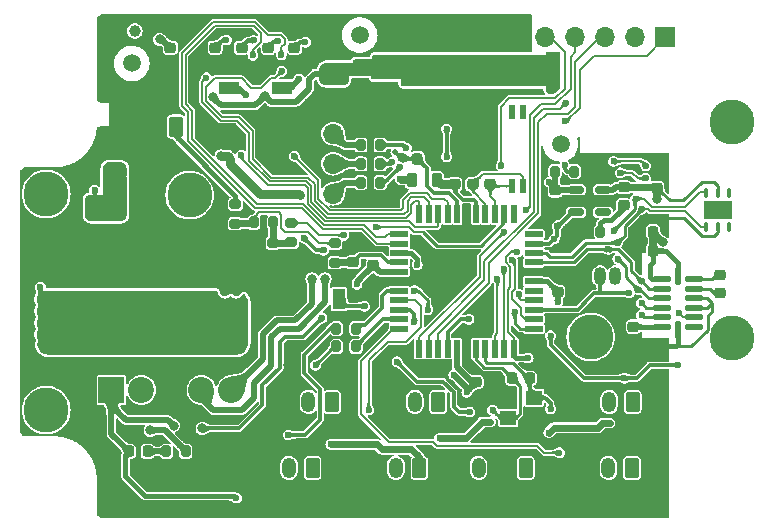
<source format=gbr>
%TF.GenerationSoftware,KiCad,Pcbnew,7.0.7*%
%TF.CreationDate,2023-10-01T16:40:47+03:00*%
%TF.ProjectId,RadioSens,52616469-6f53-4656-9e73-2e6b69636164,rev?*%
%TF.SameCoordinates,Original*%
%TF.FileFunction,Copper,L1,Top*%
%TF.FilePolarity,Positive*%
%FSLAX46Y46*%
G04 Gerber Fmt 4.6, Leading zero omitted, Abs format (unit mm)*
G04 Created by KiCad (PCBNEW 7.0.7) date 2023-10-01 16:40:47*
%MOMM*%
%LPD*%
G01*
G04 APERTURE LIST*
G04 Aperture macros list*
%AMRoundRect*
0 Rectangle with rounded corners*
0 $1 Rounding radius*
0 $2 $3 $4 $5 $6 $7 $8 $9 X,Y pos of 4 corners*
0 Add a 4 corners polygon primitive as box body*
4,1,4,$2,$3,$4,$5,$6,$7,$8,$9,$2,$3,0*
0 Add four circle primitives for the rounded corners*
1,1,$1+$1,$2,$3*
1,1,$1+$1,$4,$5*
1,1,$1+$1,$6,$7*
1,1,$1+$1,$8,$9*
0 Add four rect primitives between the rounded corners*
20,1,$1+$1,$2,$3,$4,$5,0*
20,1,$1+$1,$4,$5,$6,$7,0*
20,1,$1+$1,$6,$7,$8,$9,0*
20,1,$1+$1,$8,$9,$2,$3,0*%
G04 Aperture macros list end*
%TA.AperFunction,SMDPad,CuDef*%
%ADD10RoundRect,0.200000X0.200000X0.275000X-0.200000X0.275000X-0.200000X-0.275000X0.200000X-0.275000X0*%
%TD*%
%TA.AperFunction,SMDPad,CuDef*%
%ADD11RoundRect,0.200000X-0.275000X0.200000X-0.275000X-0.200000X0.275000X-0.200000X0.275000X0.200000X0*%
%TD*%
%TA.AperFunction,SMDPad,CuDef*%
%ADD12RoundRect,0.218750X0.218750X0.256250X-0.218750X0.256250X-0.218750X-0.256250X0.218750X-0.256250X0*%
%TD*%
%TA.AperFunction,SMDPad,CuDef*%
%ADD13RoundRect,0.218750X-0.256250X0.218750X-0.256250X-0.218750X0.256250X-0.218750X0.256250X0.218750X0*%
%TD*%
%TA.AperFunction,SMDPad,CuDef*%
%ADD14RoundRect,0.100000X0.100000X-0.300000X0.100000X0.300000X-0.100000X0.300000X-0.100000X-0.300000X0*%
%TD*%
%TA.AperFunction,SMDPad,CuDef*%
%ADD15R,2.400000X1.500000*%
%TD*%
%TA.AperFunction,SMDPad,CuDef*%
%ADD16R,1.700000X1.100000*%
%TD*%
%TA.AperFunction,ComponentPad*%
%ADD17RoundRect,0.250000X0.350000X0.625000X-0.350000X0.625000X-0.350000X-0.625000X0.350000X-0.625000X0*%
%TD*%
%TA.AperFunction,ComponentPad*%
%ADD18O,1.200000X1.750000*%
%TD*%
%TA.AperFunction,SMDPad,CuDef*%
%ADD19C,1.500000*%
%TD*%
%TA.AperFunction,SMDPad,CuDef*%
%ADD20RoundRect,0.225000X0.225000X0.250000X-0.225000X0.250000X-0.225000X-0.250000X0.225000X-0.250000X0*%
%TD*%
%TA.AperFunction,SMDPad,CuDef*%
%ADD21C,0.600000*%
%TD*%
%TA.AperFunction,ComponentPad*%
%ADD22C,2.000000*%
%TD*%
%TA.AperFunction,SMDPad,CuDef*%
%ADD23RoundRect,0.200000X-0.200000X-0.275000X0.200000X-0.275000X0.200000X0.275000X-0.200000X0.275000X0*%
%TD*%
%TA.AperFunction,ComponentPad*%
%ADD24R,1.050000X1.500000*%
%TD*%
%TA.AperFunction,ComponentPad*%
%ADD25O,1.050000X1.500000*%
%TD*%
%TA.AperFunction,ComponentPad*%
%ADD26C,3.800000*%
%TD*%
%TA.AperFunction,SMDPad,CuDef*%
%ADD27RoundRect,0.250000X1.000000X-1.750000X1.000000X1.750000X-1.000000X1.750000X-1.000000X-1.750000X0*%
%TD*%
%TA.AperFunction,SMDPad,CuDef*%
%ADD28RoundRect,0.225000X0.250000X-0.225000X0.250000X0.225000X-0.250000X0.225000X-0.250000X-0.225000X0*%
%TD*%
%TA.AperFunction,ComponentPad*%
%ADD29R,1.700000X1.700000*%
%TD*%
%TA.AperFunction,ComponentPad*%
%ADD30O,1.700000X1.700000*%
%TD*%
%TA.AperFunction,SMDPad,CuDef*%
%ADD31RoundRect,0.225000X-0.250000X0.225000X-0.250000X-0.225000X0.250000X-0.225000X0.250000X0.225000X0*%
%TD*%
%TA.AperFunction,SMDPad,CuDef*%
%ADD32C,0.500000*%
%TD*%
%TA.AperFunction,SMDPad,CuDef*%
%ADD33RoundRect,0.250000X-0.925000X0.787500X-0.925000X-0.787500X0.925000X-0.787500X0.925000X0.787500X0*%
%TD*%
%TA.AperFunction,SMDPad,CuDef*%
%ADD34RoundRect,0.200000X0.275000X-0.200000X0.275000X0.200000X-0.275000X0.200000X-0.275000X-0.200000X0*%
%TD*%
%TA.AperFunction,SMDPad,CuDef*%
%ADD35RoundRect,0.250001X-0.462499X-0.624999X0.462499X-0.624999X0.462499X0.624999X-0.462499X0.624999X0*%
%TD*%
%TA.AperFunction,SMDPad,CuDef*%
%ADD36R,0.600000X1.200000*%
%TD*%
%TA.AperFunction,SMDPad,CuDef*%
%ADD37R,0.550000X1.500000*%
%TD*%
%TA.AperFunction,SMDPad,CuDef*%
%ADD38R,1.500000X0.550000*%
%TD*%
%TA.AperFunction,SMDPad,CuDef*%
%ADD39RoundRect,0.150000X-0.512500X-0.150000X0.512500X-0.150000X0.512500X0.150000X-0.512500X0.150000X0*%
%TD*%
%TA.AperFunction,SMDPad,CuDef*%
%ADD40RoundRect,0.225000X-0.225000X-0.250000X0.225000X-0.250000X0.225000X0.250000X-0.225000X0.250000X0*%
%TD*%
%TA.AperFunction,ComponentPad*%
%ADD41R,2.200000X2.200000*%
%TD*%
%TA.AperFunction,ComponentPad*%
%ADD42C,2.200000*%
%TD*%
%TA.AperFunction,SMDPad,CuDef*%
%ADD43RoundRect,0.250001X-0.624999X0.462499X-0.624999X-0.462499X0.624999X-0.462499X0.624999X0.462499X0*%
%TD*%
%TA.AperFunction,SMDPad,CuDef*%
%ADD44C,1.000000*%
%TD*%
%TA.AperFunction,SMDPad,CuDef*%
%ADD45RoundRect,0.218750X-0.218750X-0.381250X0.218750X-0.381250X0.218750X0.381250X-0.218750X0.381250X0*%
%TD*%
%TA.AperFunction,SMDPad,CuDef*%
%ADD46R,1.400000X1.200000*%
%TD*%
%TA.AperFunction,SMDPad,CuDef*%
%ADD47R,1.100000X1.700000*%
%TD*%
%TA.AperFunction,SMDPad,CuDef*%
%ADD48RoundRect,0.125000X-0.675000X-0.125000X0.675000X-0.125000X0.675000X0.125000X-0.675000X0.125000X0*%
%TD*%
%TA.AperFunction,SMDPad,CuDef*%
%ADD49RoundRect,0.125000X0.125000X-0.675000X0.125000X0.675000X-0.125000X0.675000X-0.125000X-0.675000X0*%
%TD*%
%TA.AperFunction,ViaPad*%
%ADD50C,0.800000*%
%TD*%
%TA.AperFunction,ViaPad*%
%ADD51C,0.600000*%
%TD*%
%TA.AperFunction,ViaPad*%
%ADD52C,1.000000*%
%TD*%
%TA.AperFunction,Conductor*%
%ADD53C,0.250000*%
%TD*%
%TA.AperFunction,Conductor*%
%ADD54C,0.400000*%
%TD*%
%TA.AperFunction,Conductor*%
%ADD55C,0.300000*%
%TD*%
%TA.AperFunction,Conductor*%
%ADD56C,0.600000*%
%TD*%
%TA.AperFunction,Conductor*%
%ADD57C,0.500000*%
%TD*%
%TA.AperFunction,Conductor*%
%ADD58C,0.200000*%
%TD*%
%TA.AperFunction,Conductor*%
%ADD59C,0.750000*%
%TD*%
%TA.AperFunction,Conductor*%
%ADD60C,0.153000*%
%TD*%
G04 APERTURE END LIST*
D10*
%TO.P,R15,1*%
%TO.N,SENS_1*%
X97244815Y-105348180D03*
%TO.P,R15,2*%
%TO.N,/Sensor 1/SIGNAL*%
X95594815Y-105348180D03*
%TD*%
D11*
%TO.P,R31,1*%
%TO.N,/Battery/BAT_UNFUSED*%
X87019815Y-94823180D03*
%TO.P,R31,2*%
%TO.N,Net-(R28-Pad2)*%
X87019815Y-96473180D03*
%TD*%
D12*
%TO.P,HL6,1,A*%
%TO.N,Net-(HL6-A)*%
X79607315Y-115748180D03*
%TO.P,HL6,2,C*%
%TO.N,12V*%
X78032315Y-115748180D03*
%TD*%
D13*
%TO.P,HL4,1,A*%
%TO.N,Net-(HL4-A)*%
X87554839Y-81560680D03*
%TO.P,HL4,2,C*%
%TO.N,GND*%
X87554839Y-83135680D03*
%TD*%
D14*
%TO.P,DA4,1,SDA*%
%TO.N,IIC_SDA*%
X126869815Y-96748180D03*
%TO.P,DA4,2,VSS*%
%TO.N,GND*%
X127869815Y-96748180D03*
%TO.P,DA4,3,NC*%
%TO.N,unconnected-(DA4-NC-Pad3)*%
X128869815Y-96748180D03*
%TO.P,DA4,4,NC*%
%TO.N,unconnected-(DA4-NC-Pad4)*%
X128869815Y-93848180D03*
%TO.P,DA4,5,VDD*%
%TO.N,/3VDC*%
X127869815Y-93848180D03*
%TO.P,DA4,6,SCL*%
%TO.N,IIC_SCL*%
X126869815Y-93848180D03*
D15*
%TO.P,DA4,7*%
%TO.N,N/C*%
X127869815Y-95298180D03*
%TD*%
D16*
%TO.P,SB2,1*%
%TO.N,BUT_1*%
X91019815Y-84948180D03*
%TO.P,SB2,2*%
%TO.N,GND*%
X91019815Y-89148180D03*
%TD*%
D17*
%TO.P,XT7,1,1*%
%TO.N,VCC*%
X95219815Y-111548180D03*
D18*
%TO.P,XT7,2,2*%
%TO.N,/Sensor 4/SIGNAL*%
X93219815Y-111548180D03*
%TO.P,XT7,3,3*%
%TO.N,GND*%
X91219815Y-111548180D03*
%TD*%
D19*
%TO.P,FID3,*%
%TO.N,*%
X114565033Y-89696621D03*
%TD*%
D20*
%TO.P,C19,1*%
%TO.N,GND*%
X103994815Y-90948180D03*
%TO.P,C19,2*%
%TO.N,AREF*%
X102444815Y-90948180D03*
%TD*%
D13*
%TO.P,HL1,1,A*%
%TO.N,Net-(HL1-A)*%
X85319815Y-81560680D03*
%TO.P,HL1,2,C*%
%TO.N,GND*%
X85319815Y-83135680D03*
%TD*%
D21*
%TO.P,XB12,1,1*%
%TO.N,/3VDC*%
X121219815Y-93348180D03*
%TD*%
D22*
%TO.P,XP9,1,1*%
%TO.N,GND*%
X72900000Y-109100000D03*
%TD*%
D23*
%TO.P,R18,1*%
%TO.N,Net-(DA1-SET)*%
X97644815Y-92998180D03*
%TO.P,R18,2*%
%TO.N,HC12_SET*%
X99294815Y-92998180D03*
%TD*%
D24*
%TO.P,DD3,1,GND*%
%TO.N,GND*%
X116649815Y-100908180D03*
D25*
%TO.P,DD3,2,DQ*%
%TO.N,DS18B20_DQ*%
X117919815Y-100908180D03*
%TO.P,DD3,3,VDD*%
%TO.N,VCC*%
X119189815Y-100908180D03*
%TD*%
D10*
%TO.P,R71,1*%
%TO.N,3V_EN*%
X115744815Y-92048180D03*
%TO.P,R71,2*%
%TO.N,/Voltage Regulator 3V/VIN*%
X114094815Y-92048180D03*
%TD*%
D20*
%TO.P,C21,1*%
%TO.N,XTAL2*%
X110494815Y-109548180D03*
%TO.P,C21,2*%
%TO.N,GND*%
X108944815Y-109548180D03*
%TD*%
D26*
%TO.P,J3,1,Pin_1*%
%TO.N,unconnected-(J3-Pin_1-Pad1)*%
X71019815Y-93948180D03*
%TD*%
D27*
%TO.P,C27,1,+*%
%TO.N,/DC-DC XL1509/VIN_FUSED*%
X75069815Y-104598180D03*
%TO.P,C27,2,-*%
%TO.N,GND*%
X75069815Y-98498180D03*
%TD*%
D28*
%TO.P,C24,1*%
%TO.N,GND*%
X107419815Y-111423180D03*
%TO.P,C24,2*%
%TO.N,VCC*%
X107419815Y-109873180D03*
%TD*%
D21*
%TO.P,XB9,1,1*%
%TO.N,/IIC Connector/INT1*%
X121419815Y-104198180D03*
%TD*%
D17*
%TO.P,XT5,1,1*%
%TO.N,VCC*%
X120669815Y-111548180D03*
D18*
%TO.P,XT5,2,2*%
%TO.N,/Sensor 7/SIGNAL*%
X118669815Y-111548180D03*
%TO.P,XT5,3,3*%
%TO.N,GND*%
X116669815Y-111548180D03*
%TD*%
D20*
%TO.P,C37,1*%
%TO.N,/3VDC*%
X122394815Y-97148180D03*
%TO.P,C37,2*%
%TO.N,GND*%
X120844815Y-97148180D03*
%TD*%
D21*
%TO.P,XB8,1,1*%
%TO.N,/IIC Connector/INT2*%
X121419815Y-103198180D03*
%TD*%
D17*
%TO.P,XT6,1,1*%
%TO.N,VCC*%
X102619815Y-117148180D03*
D18*
%TO.P,XT6,2,2*%
%TO.N,/Sensor 2/SIGNAL*%
X100619815Y-117148180D03*
%TO.P,XT6,3,3*%
%TO.N,GND*%
X98619815Y-117148180D03*
%TD*%
D17*
%TO.P,XT3,1,1*%
%TO.N,VCC*%
X104219815Y-111548180D03*
D18*
%TO.P,XT3,2,2*%
%TO.N,/Sensor 6/SIGNAL*%
X102219815Y-111548180D03*
%TO.P,XT3,3,3*%
%TO.N,GND*%
X100219815Y-111548180D03*
%TD*%
D29*
%TO.P,DA1,1,VCC*%
%TO.N,VCC*%
X95314815Y-83758180D03*
D30*
%TO.P,DA1,2,GND*%
%TO.N,GND*%
X95314815Y-86298180D03*
%TO.P,DA1,3,RXD*%
%TO.N,Net-(DA1-RXD)*%
X95314815Y-88838180D03*
%TO.P,DA1,4,TXD*%
%TO.N,Net-(DA1-TXD)*%
X95314815Y-91378180D03*
%TO.P,DA1,5,SET*%
%TO.N,Net-(DA1-SET)*%
X95314815Y-93918180D03*
%TD*%
D26*
%TO.P,J4,1,Pin_1*%
%TO.N,unconnected-(J4-Pin_1-Pad1)*%
X71019815Y-112248180D03*
%TD*%
D21*
%TO.P,XB5,1,1*%
%TO.N,/DC-DC XL1509/VIN_FUSED*%
X70519815Y-101848180D03*
%TD*%
D17*
%TO.P,XT10,1,1*%
%TO.N,VCC*%
X111619815Y-117148180D03*
D18*
%TO.P,XT10,2,2*%
%TO.N,GND*%
X109619815Y-117148180D03*
%TO.P,XT10,3,3*%
%TO.N,SENS_3*%
X107619815Y-117148180D03*
%TD*%
D28*
%TO.P,C46,1*%
%TO.N,Net-(C46-Pad1)*%
X119919815Y-94923180D03*
%TO.P,C46,2*%
%TO.N,/3VDC*%
X119919815Y-93373180D03*
%TD*%
D10*
%TO.P,R64,1*%
%TO.N,/GND_RAW*%
X82844815Y-115748180D03*
%TO.P,R64,2*%
%TO.N,Net-(HL6-A)*%
X81194815Y-115748180D03*
%TD*%
D31*
%TO.P,C23,1*%
%TO.N,VCC*%
X98719815Y-99973180D03*
%TO.P,C23,2*%
%TO.N,GND*%
X98719815Y-101523180D03*
%TD*%
D28*
%TO.P,C22,1*%
%TO.N,VCC*%
X114319815Y-102223180D03*
%TO.P,C22,2*%
%TO.N,GND*%
X114319815Y-100673180D03*
%TD*%
D32*
%TO.P,XB4,1,1*%
%TO.N,AREF*%
X100569815Y-90398180D03*
%TD*%
D31*
%TO.P,C45,1*%
%TO.N,/Voltage Regulator 3V/VIN*%
X114119815Y-93648180D03*
%TO.P,C45,2*%
%TO.N,GND*%
X114119815Y-95198180D03*
%TD*%
D33*
%TO.P,C3,1,+*%
%TO.N,VCC*%
X102819815Y-83585680D03*
%TO.P,C3,2,-*%
%TO.N,GND*%
X102819815Y-88510680D03*
%TD*%
D19*
%TO.P,FID1,*%
%TO.N,*%
X78265033Y-82896621D03*
%TD*%
D13*
%TO.P,HL3,1,A*%
%TO.N,Net-(HL3-A)*%
X81519815Y-81560680D03*
%TO.P,HL3,2,C*%
%TO.N,GND*%
X81519815Y-83135680D03*
%TD*%
D34*
%TO.P,R30,1*%
%TO.N,GND*%
X90219815Y-99773180D03*
%TO.P,R30,2*%
%TO.N,Net-(R29-Pad2)*%
X90219815Y-98123180D03*
%TD*%
D35*
%TO.P,C33,1*%
%TO.N,5V*%
X76832315Y-92548180D03*
%TO.P,C33,2*%
%TO.N,GND*%
X79807315Y-92548180D03*
%TD*%
D28*
%TO.P,C17,1*%
%TO.N,TOSC2*%
X107119815Y-93123180D03*
%TO.P,C17,2*%
%TO.N,GND*%
X107119815Y-91573180D03*
%TD*%
D10*
%TO.P,R43,1*%
%TO.N,SENS_4*%
X97244815Y-106848180D03*
%TO.P,R43,2*%
%TO.N,/Sensor 4/SIGNAL*%
X95594815Y-106848180D03*
%TD*%
D36*
%TO.P,BQ1,1,1*%
%TO.N,TOSC2*%
X111369815Y-93298180D03*
%TO.P,BQ1,2,2*%
%TO.N,unconnected-(BQ1-Pad2)*%
X111369815Y-86998180D03*
%TO.P,BQ1,3,3*%
%TO.N,unconnected-(BQ1-Pad3)*%
X110469815Y-86998180D03*
%TO.P,BQ1,4,4*%
%TO.N,TOSC1*%
X110469815Y-93298180D03*
%TD*%
D37*
%TO.P,DD1,1,PB5_PCINT13/ICP3/MOSI*%
%TO.N,MOSI*%
X102608693Y-107048180D03*
%TO.P,DD1,2,PB6_PCINT14/OC3A/MISO*%
%TO.N,MISO*%
X103408693Y-107048180D03*
%TO.P,DD1,3,PB7_PCINT15/OC3B/SCK*%
%TO.N,SCK*%
X104208693Y-107048180D03*
%TO.P,DD1,4,~{RESET}*%
%TO.N,RESET*%
X105008693Y-107048180D03*
%TO.P,DD1,5,VCC*%
%TO.N,VCC*%
X105808693Y-107048180D03*
%TO.P,DD1,6,GND*%
%TO.N,GND*%
X106608693Y-107048180D03*
%TO.P,DD1,7,XTAL2*%
%TO.N,XTAL2*%
X107408693Y-107048180D03*
%TO.P,DD1,8,XTAL1*%
%TO.N,XTAL1*%
X108208693Y-107048180D03*
%TO.P,DD1,9,PD0_PCINT24/RXD0/T3\u002A*%
%TO.N,RXD0*%
X109008693Y-107048180D03*
%TO.P,DD1,10,PD1_PCINT25/TXD0*%
%TO.N,TXD0*%
X109808693Y-107048180D03*
%TO.P,DD1,11,PD2_PCINT26/RXD1/INT0*%
%TO.N,RXD1*%
X110608693Y-107048180D03*
D38*
%TO.P,DD1,12,PD3_PCINT27/TXD1/INT1*%
%TO.N,TXD1*%
X112308693Y-105348180D03*
%TO.P,DD1,13,PD4_PCINT28/XCK1/OC1B*%
%TO.N,RS485_SET*%
X112308693Y-104548180D03*
%TO.P,DD1,14,PD5_PCINT29/OC1A*%
%TO.N,DS18B20_DQ*%
X112308693Y-103748180D03*
%TO.P,DD1,15,PD6_PCINT30/OC2B/ICP*%
%TO.N,HC12_SET*%
X112308693Y-102948180D03*
%TO.P,DD1,16,PD7_PCINT31/OC2A*%
%TO.N,unconnected-(DD1-PD7_PCINT31{slash}OC2A-Pad16)*%
X112308693Y-102148180D03*
%TO.P,DD1,17,VCC*%
%TO.N,VCC*%
X112308693Y-101348180D03*
%TO.P,DD1,18,GND*%
%TO.N,GND*%
X112308693Y-100548180D03*
%TO.P,DD1,19,PC0_PCINT16/SCL*%
%TO.N,IIC_SCL*%
X112308693Y-99748180D03*
%TO.P,DD1,20,PC1_PCINT17/SDA*%
%TO.N,IIC_SDA*%
X112308693Y-98948180D03*
%TO.P,DD1,21,PC2_PCINT18/TCK*%
%TO.N,3V_EN*%
X112308693Y-98148180D03*
%TO.P,DD1,22,PC3_PCINT19/TMS*%
%TO.N,unconnected-(DD1-PC3_PCINT19{slash}TMS-Pad22)*%
X112308693Y-97348180D03*
D37*
%TO.P,DD1,23,PC4_TDO/PCINT20*%
%TO.N,unconnected-(DD1-PC4_TDO{slash}PCINT20-Pad23)*%
X110608693Y-95648180D03*
%TO.P,DD1,24,PC5_TDI/PCINT21*%
%TO.N,BAT_DIV_EN*%
X109808693Y-95648180D03*
%TO.P,DD1,25,PC6_TOSC1/PCINT22*%
%TO.N,TOSC1*%
X109008693Y-95648180D03*
%TO.P,DD1,26,PC7_TOSC2/PCINT23*%
%TO.N,TOSC2*%
X108208693Y-95648180D03*
%TO.P,DD1,27,AVCC*%
%TO.N,AVCC*%
X107408693Y-95648180D03*
%TO.P,DD1,28,GND*%
%TO.N,GND*%
X106608693Y-95648180D03*
%TO.P,DD1,29,AREF*%
%TO.N,AREF*%
X105808693Y-95648180D03*
%TO.P,DD1,30,PA7_ADC7/PCINT7*%
%TO.N,BUT_1*%
X105008693Y-95648180D03*
%TO.P,DD1,31,PA6_ADC6/PCINT6*%
%TO.N,BUT_2*%
X104208693Y-95648180D03*
%TO.P,DD1,32,PA5_ADC5/PCINT5*%
%TO.N,LED_1*%
X103408693Y-95648180D03*
%TO.P,DD1,33,PA4_ADC4/PCINT4*%
%TO.N,LED_2*%
X102608693Y-95648180D03*
D38*
%TO.P,DD1,34,PA3_ADC3/PCINT3*%
%TO.N,LED_3*%
X100908693Y-97348180D03*
%TO.P,DD1,35,PA2_ADC2/PCINT2*%
%TO.N,LED_4*%
X100908693Y-98148180D03*
%TO.P,DD1,36,PA1_ADC1/PCINT1*%
%TO.N,ADC_EXTERN_VOL*%
X100908693Y-98948180D03*
%TO.P,DD1,37,PA0_ADC0/PCINT0*%
%TO.N,ADC_BAT_VOL*%
X100908693Y-99748180D03*
%TO.P,DD1,38,VCC*%
%TO.N,VCC*%
X100908693Y-100548180D03*
%TO.P,DD1,39,GND*%
%TO.N,GND*%
X100908693Y-101348180D03*
%TO.P,DD1,40,PB0_XCK0/T0/PCINT8*%
%TO.N,SENS_1*%
X100908693Y-102148180D03*
%TO.P,DD1,41,PB1_T1/CLKO/PCINT9*%
%TO.N,SENS_2*%
X100908693Y-102948180D03*
%TO.P,DD1,42,PB2_AIN0/INT2/PCINT10*%
%TO.N,SENS_3*%
X100908693Y-103748180D03*
%TO.P,DD1,43,PB3_AIN1/OC0A/PCINT11*%
%TO.N,SENS_4*%
X100908693Y-104548180D03*
%TO.P,DD1,44,PB4_SS/OC0B/PCINT12*%
%TO.N,SENS_5*%
X100908693Y-105348180D03*
%TD*%
D11*
%TO.P,R29,1*%
%TO.N,BAT_DIV_EN*%
X91769815Y-96398180D03*
%TO.P,R29,2*%
%TO.N,Net-(R29-Pad2)*%
X91769815Y-98048180D03*
%TD*%
D39*
%TO.P,DA6,1,VIN*%
%TO.N,/Voltage Regulator 3V/VIN*%
X115882315Y-93598180D03*
%TO.P,DA6,2,GND*%
%TO.N,GND*%
X115882315Y-94548180D03*
%TO.P,DA6,3,ON/OFF*%
%TO.N,3V_EN*%
X115882315Y-95498180D03*
%TO.P,DA6,4,NC*%
%TO.N,unconnected-(DA6-NC-Pad4)*%
X118157315Y-95498180D03*
%TO.P,DA6,5,VOUT*%
%TO.N,/3VDC*%
X118157315Y-93598180D03*
%TD*%
D28*
%TO.P,C14,1*%
%TO.N,TOSC1*%
X108619815Y-93123180D03*
%TO.P,C14,2*%
%TO.N,GND*%
X108619815Y-91573180D03*
%TD*%
D21*
%TO.P,XB11,1,1*%
%TO.N,3V_EN*%
X114019815Y-97748180D03*
%TD*%
D26*
%TO.P,J2,1,Pin_1*%
%TO.N,unconnected-(J2-Pin_1-Pad1)*%
X117119815Y-106048180D03*
%TD*%
D27*
%TO.P,C26,1,+*%
%TO.N,/DC-DC XL1509/VIN_FUSED*%
X84019815Y-104598180D03*
%TO.P,C26,2,-*%
%TO.N,GND*%
X84019815Y-98498180D03*
%TD*%
D23*
%TO.P,R17,1*%
%TO.N,Net-(DA1-TXD)*%
X97644815Y-91398180D03*
%TO.P,R17,2*%
%TO.N,RXD0*%
X99294815Y-91398180D03*
%TD*%
D40*
%TO.P,C20,1*%
%TO.N,XTAL1*%
X111944815Y-109548180D03*
%TO.P,C20,2*%
%TO.N,GND*%
X113494815Y-109548180D03*
%TD*%
D13*
%TO.P,HL2,1,A*%
%TO.N,Net-(HL2-A)*%
X92024888Y-81560680D03*
%TO.P,HL2,2,C*%
%TO.N,GND*%
X92024888Y-83135680D03*
%TD*%
D34*
%TO.P,R28,1*%
%TO.N,ADC_BAT_VOL*%
X95469815Y-99773180D03*
%TO.P,R28,2*%
%TO.N,Net-(R28-Pad2)*%
X95469815Y-98123180D03*
%TD*%
D26*
%TO.P,J1,1,Pin_1*%
%TO.N,unconnected-(J1-Pin_1-Pad1)*%
X83160251Y-94045062D03*
%TD*%
D23*
%TO.P,R16,1*%
%TO.N,Net-(DA1-RXD)*%
X97644815Y-89798180D03*
%TO.P,R16,2*%
%TO.N,TXD0*%
X99294815Y-89798180D03*
%TD*%
D16*
%TO.P,SB1,1*%
%TO.N,BUT_2*%
X86519815Y-84948180D03*
%TO.P,SB1,2*%
%TO.N,GND*%
X86519815Y-89148180D03*
%TD*%
D31*
%TO.P,C39,1*%
%TO.N,/IIC Connector/SETC*%
X128069815Y-100823180D03*
%TO.P,C39,2*%
%TO.N,/IIC Connector/SETP*%
X128069815Y-102373180D03*
%TD*%
D23*
%TO.P,R72,1*%
%TO.N,GND*%
X116294815Y-97148180D03*
%TO.P,R72,2*%
%TO.N,Net-(C46-Pad1)*%
X117944815Y-97148180D03*
%TD*%
D17*
%TO.P,XT2,1,1*%
%TO.N,VCC*%
X93569815Y-117148180D03*
D18*
%TO.P,XT2,2,2*%
%TO.N,/Sensor 1/SIGNAL*%
X91569815Y-117148180D03*
%TO.P,XT2,3,3*%
%TO.N,GND*%
X89569815Y-117148180D03*
%TD*%
D13*
%TO.P,HL5,1,A*%
%TO.N,Net-(HL5-A)*%
X89819815Y-81560680D03*
%TO.P,HL5,2,C*%
%TO.N,GND*%
X89819815Y-83135680D03*
%TD*%
D17*
%TO.P,XT8,1,1*%
%TO.N,VCC*%
X120619815Y-117148180D03*
D18*
%TO.P,XT8,2,2*%
%TO.N,/Sensor 5/SIGNAL*%
X118619815Y-117148180D03*
%TO.P,XT8,3,3*%
%TO.N,GND*%
X116619815Y-117148180D03*
%TD*%
D28*
%TO.P,C36,1*%
%TO.N,/3VDC*%
X122719815Y-93423180D03*
%TO.P,C36,2*%
%TO.N,GND*%
X122719815Y-91873180D03*
%TD*%
D41*
%TO.P,XT1,1,1*%
%TO.N,12V*%
X76539815Y-110548180D03*
D42*
%TO.P,XT1,2,2*%
%TO.N,/GND_RAW*%
X79079815Y-110548180D03*
%TO.P,XT1,3,3*%
%TO.N,GND*%
X81619815Y-110548180D03*
%TO.P,XT1,4,4*%
%TO.N,/RS485/A_RS485*%
X84159815Y-110548180D03*
%TO.P,XT1,5,5*%
%TO.N,/RS485/B_RS485*%
X86699815Y-110548180D03*
%TD*%
D26*
%TO.P,J5,1,Pin_1*%
%TO.N,unconnected-(J5-Pin_1-Pad1)*%
X129119815Y-87848180D03*
%TD*%
D23*
%TO.P,R32,1*%
%TO.N,Net-(R28-Pad2)*%
X88594815Y-96348180D03*
%TO.P,R32,2*%
%TO.N,Net-(R29-Pad2)*%
X90244815Y-96348180D03*
%TD*%
D31*
%TO.P,C15,1*%
%TO.N,GND*%
X105619815Y-91573180D03*
%TO.P,C15,2*%
%TO.N,AVCC*%
X105619815Y-93123180D03*
%TD*%
D35*
%TO.P,C34,1*%
%TO.N,5V*%
X76432315Y-94948180D03*
%TO.P,C34,2*%
%TO.N,GND*%
X79407315Y-94948180D03*
%TD*%
D20*
%TO.P,C35,1*%
%TO.N,/3VDC*%
X122394815Y-98748180D03*
%TO.P,C35,2*%
%TO.N,GND*%
X120844815Y-98748180D03*
%TD*%
D31*
%TO.P,C6,1*%
%TO.N,VCC*%
X97719815Y-83248180D03*
%TO.P,C6,2*%
%TO.N,GND*%
X97719815Y-84798180D03*
%TD*%
D43*
%TO.P,C5,1*%
%TO.N,VCC*%
X99719815Y-83248180D03*
%TO.P,C5,2*%
%TO.N,GND*%
X99719815Y-86223180D03*
%TD*%
D44*
%TO.P,XB2,1,1*%
%TO.N,VCC*%
X78519815Y-80148180D03*
%TD*%
D21*
%TO.P,XB7,1,1*%
%TO.N,5V*%
X75119815Y-93648180D03*
%TD*%
D26*
%TO.P,J6,1,Pin_1*%
%TO.N,unconnected-(J6-Pin_1-Pad1)*%
X129119815Y-106148180D03*
%TD*%
D28*
%TO.P,C9,1*%
%TO.N,ADC_BAT_VOL*%
X97019815Y-99723180D03*
%TO.P,C9,2*%
%TO.N,GND*%
X97019815Y-98173180D03*
%TD*%
D45*
%TO.P,L1,1*%
%TO.N,VCC*%
X101957315Y-92748180D03*
%TO.P,L1,2*%
%TO.N,AVCC*%
X104082315Y-92748180D03*
%TD*%
D46*
%TO.P,BQ2,1,IN*%
%TO.N,XTAL1*%
X112319815Y-111198180D03*
%TO.P,BQ2,2,GND*%
%TO.N,GND*%
X110119815Y-111198180D03*
%TO.P,BQ2,3,OUT*%
%TO.N,XTAL2*%
X110119815Y-112898180D03*
%TO.P,BQ2,4,GND*%
%TO.N,GND*%
X112319815Y-112898180D03*
%TD*%
D31*
%TO.P,C38,1*%
%TO.N,/IIC Connector/C1*%
X120719815Y-105173180D03*
%TO.P,C38,2*%
%TO.N,GND*%
X120719815Y-106723180D03*
%TD*%
D19*
%TO.P,FID2,*%
%TO.N,*%
X97565033Y-80496621D03*
%TD*%
D33*
%TO.P,C4,1,+*%
%TO.N,VCC*%
X106669815Y-83585680D03*
%TO.P,C4,2,-*%
%TO.N,GND*%
X106669815Y-88510680D03*
%TD*%
D47*
%TO.P,SB3,1*%
%TO.N,GND*%
X91619815Y-102848180D03*
%TO.P,SB3,2*%
%TO.N,RESET*%
X95819815Y-102848180D03*
%TD*%
D48*
%TO.P,DD4,1,VDDIO*%
%TO.N,/3VDC*%
X123194815Y-101173180D03*
%TO.P,DD4,2,SCL*%
%TO.N,IIC_SCL*%
X123194815Y-101973180D03*
%TO.P,DD4,3,SDA*%
%TO.N,IIC_SDA*%
X123194815Y-102773180D03*
%TO.P,DD4,4,INT2*%
%TO.N,/IIC Connector/INT2*%
X123194815Y-103573180D03*
%TO.P,DD4,5,INT1*%
%TO.N,/IIC Connector/INT1*%
X123194815Y-104373180D03*
%TO.P,DD4,6,C1*%
%TO.N,/IIC Connector/C1*%
X123194815Y-105173180D03*
D49*
%TO.P,DD4,7,GND*%
%TO.N,GND*%
X124544815Y-105473180D03*
D48*
%TO.P,DD4,8,NC*%
%TO.N,unconnected-(DD4-NC-Pad8)*%
X125894815Y-105173180D03*
%TO.P,DD4,9,DRDY*%
%TO.N,Net-(DD4-DRDY)*%
X125894815Y-104373180D03*
%TO.P,DD4,10,GND*%
%TO.N,GND*%
X125894815Y-103573180D03*
%TO.P,DD4,11,GND*%
X125894815Y-102773180D03*
%TO.P,DD4,12,SETP*%
%TO.N,/IIC Connector/SETP*%
X125894815Y-101973180D03*
%TO.P,DD4,13,SETC*%
%TO.N,/IIC Connector/SETC*%
X125894815Y-101173180D03*
D49*
%TO.P,DD4,14,VDD*%
%TO.N,/3VDC*%
X124544815Y-100873180D03*
%TD*%
D17*
%TO.P,XT4,1,1*%
%TO.N,/Battery/BAT_UNFUSED*%
X82019815Y-88248180D03*
D18*
%TO.P,XT4,2,2*%
%TO.N,GND*%
X80019815Y-88248180D03*
%TD*%
D29*
%TO.P,XT9,1,1*%
%TO.N,MISO*%
X123419815Y-80675000D03*
D30*
%TO.P,XT9,2,2*%
%TO.N,VCC*%
X120879815Y-80675000D03*
%TO.P,XT9,3,3*%
%TO.N,SCK*%
X118339815Y-80675000D03*
%TO.P,XT9,4,4*%
%TO.N,MOSI*%
X115799815Y-80675000D03*
%TO.P,XT9,5,5*%
%TO.N,RESET*%
X113259815Y-80675000D03*
%TO.P,XT9,6,6*%
%TO.N,GND*%
X110719815Y-80675000D03*
%TD*%
D50*
%TO.N,GND*%
X87119815Y-102198180D03*
D51*
X83869815Y-82648180D03*
D50*
X91419815Y-100448180D03*
X69719815Y-106348180D03*
X101755701Y-86857448D03*
X72269815Y-99048180D03*
D51*
X83869815Y-83348180D03*
D50*
X69719815Y-101348180D03*
X114969815Y-111398180D03*
X123219815Y-115598180D03*
D51*
X107119815Y-90550680D03*
X89919815Y-91548180D03*
D50*
X75719815Y-116448180D03*
X117219815Y-120548180D03*
D51*
X122167315Y-112948180D03*
D50*
X72269815Y-100048180D03*
D51*
X88719815Y-83198180D03*
X86069815Y-116048180D03*
D50*
X104719815Y-119748180D03*
X91219815Y-120548180D03*
D51*
X119219815Y-108248180D03*
D50*
X69719815Y-107348180D03*
D51*
X106419815Y-86798180D03*
D50*
X92419815Y-99548180D03*
X76265033Y-84696621D03*
X91384341Y-101348180D03*
X83119815Y-91348180D03*
X96819815Y-86948180D03*
D51*
X89019815Y-97598180D03*
D50*
X69719815Y-105348180D03*
X108219815Y-120548180D03*
X105719815Y-118748180D03*
X75719815Y-89948180D03*
X83219815Y-120548180D03*
X122219815Y-120548180D03*
X97219815Y-120548180D03*
X79219815Y-120548180D03*
X76219815Y-117448180D03*
D51*
X117419815Y-92248180D03*
D50*
X80219815Y-84948180D03*
D51*
X122819815Y-106498180D03*
X86719815Y-116748180D03*
D50*
X114719815Y-118698180D03*
X103769815Y-85998180D03*
X87119815Y-100348180D03*
X86119815Y-102198180D03*
D51*
X108469815Y-86848180D03*
D50*
X77069815Y-97048180D03*
X69719815Y-103348180D03*
D51*
X108469815Y-86098180D03*
X90519815Y-92057180D03*
D50*
X69719815Y-97348180D03*
D51*
X88492052Y-87875943D03*
D50*
X103769815Y-86848180D03*
D51*
X115419815Y-100398180D03*
X105719815Y-86548180D03*
D50*
X79919815Y-100248180D03*
X123219815Y-120548180D03*
D51*
X117669815Y-112398180D03*
D50*
X76219815Y-120548180D03*
X74219815Y-114448180D03*
X76219815Y-118550046D03*
D51*
X96419815Y-104548180D03*
D50*
X90069815Y-110598180D03*
X78619815Y-97748180D03*
X90407046Y-101834695D03*
X97719815Y-86048180D03*
X79019815Y-96448180D03*
X113719815Y-119698180D03*
X104219815Y-120548180D03*
X101219815Y-120548180D03*
X91519815Y-108398180D03*
X84219815Y-120548180D03*
X114969815Y-110148180D03*
X106919815Y-80198180D03*
X86219815Y-120548180D03*
D51*
X89369815Y-113798180D03*
D50*
X81219815Y-120548180D03*
X82169815Y-108848180D03*
X92219815Y-120548180D03*
D51*
X119169815Y-107598180D03*
D50*
X114219815Y-120548180D03*
X102762499Y-86007448D03*
D51*
X121619815Y-112598180D03*
D50*
X76219815Y-88948180D03*
X81219815Y-92248180D03*
X98219815Y-120548180D03*
D51*
X99219815Y-112348180D03*
D50*
X104719815Y-118748180D03*
X76519815Y-80948180D03*
X92380075Y-101348180D03*
X82119815Y-96548180D03*
X77069815Y-99048180D03*
D51*
X89219815Y-87198180D03*
D50*
X69719815Y-109348180D03*
X96219815Y-120548180D03*
X114969815Y-112598180D03*
X86119815Y-100348180D03*
X82219815Y-91348180D03*
X70969815Y-109398180D03*
D51*
X83869815Y-81948180D03*
D50*
X95765033Y-116196621D03*
D51*
X107919815Y-112448180D03*
D50*
X97719815Y-86998180D03*
X100219815Y-120548180D03*
D51*
X104919815Y-96948180D03*
X115019815Y-98670680D03*
D50*
X109019815Y-80198180D03*
D51*
X104269815Y-113748180D03*
X100519815Y-94798180D03*
D50*
X116219815Y-120548180D03*
X72269815Y-98048180D03*
X78669815Y-87948180D03*
X76219815Y-119550046D03*
D51*
X98319815Y-102498180D03*
X98392315Y-94748180D03*
D50*
X77219815Y-120548180D03*
D51*
X96419815Y-106148180D03*
X119469815Y-106798180D03*
D50*
X96665033Y-116196621D03*
D51*
X86719815Y-115348180D03*
X88757516Y-84085881D03*
D50*
X107919815Y-80198180D03*
D51*
X86069815Y-115348180D03*
D50*
X109019815Y-79348180D03*
X72269815Y-97048180D03*
D51*
X116719815Y-112898180D03*
D50*
X69719815Y-99348180D03*
X81319815Y-91348180D03*
X103219815Y-120548180D03*
D51*
X121719815Y-96048180D03*
X104269815Y-113048180D03*
D50*
X82169815Y-98498180D03*
X112219815Y-120548180D03*
X87119815Y-101248180D03*
D51*
X123419815Y-106848180D03*
D50*
X73219815Y-92448180D03*
D51*
X106419815Y-86048180D03*
D50*
X90419815Y-100848180D03*
D51*
X86719815Y-116048180D03*
D50*
X101919815Y-80198180D03*
D51*
X113619815Y-104548180D03*
D50*
X69719815Y-104348180D03*
X113719815Y-118698180D03*
D51*
X123219815Y-90848180D03*
D50*
X90219815Y-120548180D03*
X81069815Y-108848180D03*
X102919815Y-80198180D03*
D51*
X117219815Y-99698180D03*
D50*
X76065033Y-83496621D03*
D51*
X105719815Y-85898180D03*
X88319815Y-114448180D03*
D50*
X105919815Y-80198180D03*
D51*
X99919815Y-94798180D03*
D50*
X118619815Y-114298180D03*
X105719815Y-119748180D03*
X109219815Y-120548180D03*
X69719815Y-100348180D03*
X119219815Y-120548180D03*
D51*
X114069815Y-98670680D03*
D50*
X93219815Y-120548180D03*
X114719815Y-119698180D03*
X94219815Y-120548180D03*
X80119815Y-96448180D03*
X77069815Y-98048180D03*
X104919815Y-80198180D03*
D51*
X95219815Y-113848180D03*
X122519815Y-90848180D03*
D50*
X87219815Y-120548180D03*
D51*
X104919815Y-102448180D03*
D50*
X73769815Y-112798180D03*
X118219815Y-120548180D03*
D51*
X88719815Y-113798180D03*
D50*
X81219815Y-96348180D03*
D51*
X93169815Y-86848180D03*
D50*
X83769815Y-108298180D03*
X69719815Y-108348180D03*
X111219815Y-120548180D03*
X123219815Y-119598180D03*
D51*
X122367315Y-96100680D03*
X104919815Y-86648180D03*
X86469815Y-82398180D03*
D50*
X82969815Y-108298180D03*
X80165033Y-83996621D03*
D51*
X88319815Y-115148180D03*
D50*
X120219815Y-120548180D03*
X73219815Y-113948180D03*
D51*
X106619815Y-113448180D03*
X86469815Y-81698180D03*
D50*
X102219815Y-120548180D03*
D51*
X116119815Y-102798180D03*
X115069815Y-104598180D03*
X86069815Y-116748180D03*
D50*
X73769815Y-110798180D03*
X115219815Y-120548180D03*
X99019815Y-110648180D03*
D51*
X89419815Y-99048180D03*
D50*
X82169815Y-97648180D03*
D51*
X119469815Y-105198180D03*
D50*
X82219815Y-120548180D03*
X100519815Y-87848180D03*
X89219815Y-120548180D03*
X121219815Y-120548180D03*
X84619815Y-108298180D03*
X73769815Y-111798180D03*
X96819815Y-86048180D03*
X69719815Y-98348180D03*
X99019815Y-109048180D03*
D51*
X102219815Y-101348180D03*
D50*
X103919815Y-80198180D03*
D51*
X115419815Y-102798180D03*
X105719815Y-96948180D03*
D50*
X69719815Y-102348180D03*
X109669815Y-114348180D03*
X77719815Y-87948180D03*
X74219815Y-91948180D03*
X123219815Y-117598180D03*
X76519815Y-79448180D03*
X92419815Y-100448180D03*
X85219815Y-120548180D03*
D51*
X114319815Y-104598180D03*
D50*
X91419815Y-99548180D03*
X113219815Y-120548180D03*
X107219815Y-120548180D03*
X90407046Y-102830430D03*
X95219815Y-120548180D03*
D51*
X105019815Y-85998180D03*
D50*
X110519815Y-115998180D03*
X78619815Y-98748180D03*
X80219815Y-86248180D03*
X123219815Y-116598180D03*
X78619815Y-99748180D03*
X69719815Y-96348180D03*
D51*
X121119815Y-107898180D03*
D50*
X110219815Y-120548180D03*
X86119815Y-101248180D03*
X81219815Y-95548180D03*
X109019815Y-81048180D03*
X78419815Y-92448180D03*
D51*
X120169815Y-108598180D03*
D50*
X78419815Y-91548180D03*
X80219815Y-120548180D03*
X85119815Y-95848180D03*
D51*
X121119815Y-108548180D03*
X105719815Y-90550680D03*
D50*
X90407046Y-103826165D03*
X92019815Y-107198180D03*
X91419815Y-113148180D03*
X105219815Y-120548180D03*
X85519815Y-95048180D03*
D51*
X115419815Y-102148180D03*
D50*
X99553278Y-87828819D03*
X75219815Y-90948180D03*
D51*
X116599146Y-99685559D03*
X93169815Y-88498180D03*
D50*
X77069815Y-100048180D03*
X101755701Y-86007448D03*
X123219815Y-118598180D03*
X100919815Y-80198180D03*
X84519815Y-88898180D03*
D51*
X107119815Y-103748180D03*
D50*
X75219815Y-115448180D03*
X78219815Y-120548180D03*
D51*
X116119815Y-102148180D03*
D50*
X88219815Y-120548180D03*
D51*
X90519815Y-91348180D03*
X97619815Y-94748180D03*
X88519815Y-87248180D03*
D50*
X100619815Y-114198180D03*
D51*
X115419815Y-101048180D03*
X93169815Y-87798180D03*
X108519815Y-90550680D03*
D50*
X76065033Y-81996621D03*
D51*
X97719815Y-102298180D03*
X93169815Y-86148180D03*
X88819815Y-99048180D03*
D50*
X81319815Y-100248180D03*
X84445315Y-87948180D03*
X70969815Y-108398180D03*
D51*
X89096962Y-87845438D03*
X106419815Y-90550680D03*
X95219815Y-113198180D03*
D50*
X76519815Y-85598180D03*
X106219815Y-120548180D03*
X102762499Y-86857448D03*
X99219815Y-120548180D03*
D51*
X118119815Y-92248180D03*
X107819815Y-90550680D03*
%TO.N,XTAL2*%
X108819815Y-112248180D03*
%TO.N,XTAL1*%
X113719815Y-112148180D03*
%TO.N,VCC*%
X95119815Y-115148180D03*
D50*
X113919815Y-83948180D03*
D51*
X108619815Y-113248180D03*
X106619815Y-110748180D03*
D50*
X113919815Y-83148180D03*
X113919815Y-82348180D03*
X89519815Y-85648180D03*
D51*
X104319815Y-114648180D03*
D50*
X85175643Y-85745266D03*
D51*
X114319815Y-103095680D03*
D52*
X78519815Y-80145678D03*
D51*
X105519815Y-109248180D03*
D50*
X113919815Y-84748180D03*
D51*
X97329129Y-101603907D03*
X113569815Y-114148180D03*
X118719815Y-113348180D03*
X100969815Y-92648180D03*
%TO.N,RESET*%
X97969815Y-103447648D03*
X103319815Y-103748180D03*
X106819815Y-104548180D03*
X102169815Y-102123180D03*
X109547315Y-91595057D03*
%TO.N,Net-(DA2-OUT)*%
X104919815Y-90798180D03*
X104919815Y-88448180D03*
%TO.N,TXD0*%
X101519815Y-90050680D03*
X109739358Y-100328638D03*
%TO.N,RXD0*%
X109203924Y-101157034D03*
X100319815Y-91248180D03*
%TO.N,TXD1*%
X110667315Y-103948180D03*
%TO.N,RXD1*%
X111819815Y-107848180D03*
X110914315Y-98848180D03*
D50*
%TO.N,12V*%
X81799769Y-113568226D03*
D51*
X87114075Y-119702260D03*
D50*
%TO.N,5V*%
X85822666Y-90725165D03*
X75044815Y-95548180D03*
X86619815Y-90948180D03*
X92519815Y-94048180D03*
X75044815Y-94723180D03*
D51*
%TO.N,AVCC*%
X104819815Y-93098180D03*
%TO.N,BUT_2*%
X87519815Y-90648180D03*
X87924091Y-85601141D03*
%TO.N,BUT_1*%
X92019815Y-90748180D03*
X92419815Y-84248180D03*
D50*
%TO.N,AREF*%
X101219815Y-90898180D03*
D51*
%TO.N,HC12_SET*%
X100948320Y-91706296D03*
X111019815Y-102448180D03*
%TO.N,DS18B20_DQ*%
X120382327Y-102327401D03*
%TO.N,MOSI*%
X111619815Y-95348180D03*
X109805170Y-97181471D03*
%TO.N,MISO*%
X114972315Y-87800680D03*
X114985492Y-86263857D03*
%TO.N,RS485_SET*%
X110472315Y-99498180D03*
%TO.N,IIC_SCL*%
X119619815Y-92148180D03*
X118619815Y-98648180D03*
X119119815Y-97048180D03*
X121419815Y-101348180D03*
X121772315Y-92620680D03*
X120919815Y-94348180D03*
%TO.N,IIC_SDA*%
X121122315Y-102048180D03*
X119400916Y-98067581D03*
X119056152Y-91196649D03*
X121772315Y-91553161D03*
X121419815Y-95248180D03*
X119417385Y-99450610D03*
%TO.N,BAT_DIV_EN*%
X98917315Y-96783180D03*
X96219815Y-97445680D03*
%TO.N,LED_1*%
X90976474Y-83559394D03*
%TO.N,LED_2*%
X84570755Y-84099120D03*
%TO.N,LED_3*%
X88519815Y-82198180D03*
%TO.N,LED_4*%
X90919815Y-82148180D03*
%TO.N,SENS_2*%
X98319815Y-112248180D03*
%TO.N,SENS_3*%
X102195315Y-104748180D03*
%TO.N,SENS_5*%
X114469815Y-115848180D03*
%TO.N,ADC_EXTERN_VOL*%
X102419815Y-99948180D03*
%TO.N,Net-(DD4-DRDY)*%
X124619815Y-103998180D03*
%TO.N,/Voltage Regulator 3V/VIN*%
X113619815Y-92948180D03*
%TO.N,Net-(HL1-A)*%
X86269815Y-80898180D03*
%TO.N,Net-(HL2-A)*%
X92969815Y-81098180D03*
D50*
%TO.N,Net-(HL3-A)*%
X80619815Y-80848180D03*
D51*
%TO.N,Net-(HL4-A)*%
X88570755Y-80949120D03*
%TO.N,Net-(HL5-A)*%
X90644315Y-80999120D03*
D50*
%TO.N,/3VDC*%
X123219815Y-98048180D03*
X122719815Y-94395680D03*
D51*
%TO.N,3V_EN*%
X114269815Y-96648180D03*
X114902451Y-91535409D03*
%TO.N,/RS485/A_RS485*%
X94502808Y-98708673D03*
X92869815Y-97695678D03*
D50*
X94619815Y-101148180D03*
%TO.N,/RS485/B_RS485*%
X93519815Y-101148180D03*
%TO.N,/GND_RAW*%
X79819815Y-113948180D03*
D51*
%TO.N,/Sensor 1/SIGNAL*%
X91519815Y-114348180D03*
%TO.N,/Sensor 6/SIGNAL*%
X100719815Y-108148180D03*
X106879137Y-112407502D03*
%TO.N,/Sensor 7/SIGNAL*%
X124519815Y-108448180D03*
X119969815Y-109548180D03*
X113719815Y-105948180D03*
%TO.N,/Sensor 4/SIGNAL*%
X93819815Y-108448180D03*
D50*
%TO.N,/DC-DC XL1509/VIN_FUSED*%
X86719815Y-105348180D03*
X72719815Y-105148180D03*
X71119815Y-104344582D03*
X72719815Y-104348180D03*
X87519815Y-106148180D03*
X71119815Y-105144582D03*
X71919815Y-105148180D03*
X86719815Y-106148180D03*
X71919815Y-104348180D03*
X87519815Y-105348180D03*
D51*
%TO.N,Net-(R65-Pad2)*%
X94369815Y-104448180D03*
D50*
X84219815Y-113798180D03*
%TD*%
D53*
%TO.N,GND*%
X125619815Y-106848180D02*
X127019815Y-105448180D01*
X127869815Y-97198180D02*
X127869815Y-96748180D01*
X127569815Y-97498180D02*
X127869815Y-97198180D01*
X126994815Y-103573180D02*
X127269815Y-103298180D01*
X124719815Y-106848180D02*
X125619815Y-106848180D01*
X124978170Y-95956535D02*
X126519815Y-97498180D01*
X127019815Y-105448180D02*
X127019815Y-104298180D01*
X127019815Y-104298180D02*
X127419815Y-103898180D01*
X127269815Y-103298180D02*
X127419815Y-103298180D01*
X125894815Y-103573180D02*
X126994815Y-103573180D01*
D54*
X124544815Y-105473180D02*
X124544815Y-106673180D01*
D53*
X122367315Y-96100680D02*
X122511460Y-95956535D01*
X127419815Y-103898180D02*
X127419815Y-103298180D01*
X125894815Y-102773180D02*
X126994815Y-102773180D01*
D54*
X123419815Y-106848180D02*
X124369815Y-106848180D01*
D53*
X127419815Y-103198180D02*
X127419815Y-103298180D01*
X126994815Y-102773180D02*
X127419815Y-103198180D01*
X122511460Y-95956535D02*
X124978170Y-95956535D01*
X124544815Y-106673180D02*
X124719815Y-106848180D01*
D54*
X124369815Y-106848180D02*
X124544815Y-106673180D01*
D53*
X126519815Y-97498180D02*
X127569815Y-97498180D01*
%TO.N,XTAL2*%
X108122815Y-108651180D02*
X109597815Y-108651180D01*
X110494815Y-109548180D02*
X111144815Y-110198180D01*
X109469815Y-112898180D02*
X110119815Y-112898180D01*
X110769815Y-112898180D02*
X110119815Y-112898180D01*
X109597815Y-108651180D02*
X110494815Y-109548180D01*
X107408693Y-107048180D02*
X107408693Y-107937058D01*
X108819815Y-112248180D02*
X109469815Y-112898180D01*
X111144815Y-112523180D02*
X110769815Y-112898180D01*
X111144815Y-110198180D02*
X111144815Y-112523180D01*
X107408693Y-107937058D02*
X108122815Y-108651180D01*
%TO.N,XTAL1*%
X108208693Y-107048180D02*
X108208693Y-108100662D01*
X110519815Y-108248180D02*
X111819815Y-109548180D01*
X108208693Y-108100662D02*
X108356211Y-108248180D01*
D55*
X113719815Y-111648180D02*
X113269815Y-111198180D01*
D53*
X111819815Y-109548180D02*
X111944815Y-109548180D01*
D55*
X113269815Y-111198180D02*
X112319815Y-111198180D01*
X111944815Y-110823180D02*
X112319815Y-111198180D01*
D53*
X108356211Y-108248180D02*
X110519815Y-108248180D01*
D55*
X113719815Y-112148180D02*
X113719815Y-111648180D01*
X111944815Y-109548180D02*
X111944815Y-110823180D01*
D56*
%TO.N,VCC*%
X99019815Y-115148180D02*
X99425815Y-115554180D01*
X113569815Y-114148180D02*
X113972815Y-113745180D01*
X101922815Y-115551180D02*
X102619815Y-116248180D01*
D57*
X105808693Y-108637058D02*
X107044815Y-109873180D01*
D56*
X101819815Y-115551180D02*
X101922815Y-115551180D01*
X113972815Y-113745180D02*
X117719815Y-113745180D01*
D57*
X106619815Y-110748180D02*
X106619815Y-110348180D01*
X87322776Y-86451141D02*
X88716854Y-86451141D01*
X97329129Y-101363866D02*
X97329129Y-101603907D01*
D56*
X106519815Y-114648180D02*
X104319815Y-114648180D01*
X101069815Y-92748180D02*
X101957315Y-92748180D01*
D57*
X90019815Y-86148180D02*
X92169815Y-86148180D01*
X107044815Y-109873180D02*
X107419815Y-109873180D01*
X85175643Y-85804008D02*
X85819815Y-86448180D01*
X93269815Y-84248180D02*
X93759815Y-83758180D01*
D54*
X114319815Y-102223180D02*
X114319815Y-103095680D01*
D57*
X85819815Y-86448180D02*
X87319815Y-86448180D01*
X85175643Y-85745266D02*
X85175643Y-85804008D01*
D56*
X118116815Y-113348180D02*
X118719815Y-113348180D01*
D57*
X106619815Y-110748180D02*
X106619815Y-110673180D01*
X98719815Y-99973180D02*
X97329129Y-101363866D01*
D54*
X113444815Y-101348180D02*
X114319815Y-102223180D01*
D56*
X107919815Y-113248180D02*
X106519815Y-114648180D01*
D57*
X87319815Y-86448180D02*
X87322776Y-86451141D01*
X93269815Y-85048180D02*
X93269815Y-84248180D01*
D56*
X108619815Y-113248180D02*
X107919815Y-113248180D01*
D57*
X100908693Y-100548180D02*
X99294815Y-100548180D01*
D56*
X95119815Y-115148180D02*
X99019815Y-115148180D01*
D57*
X99294815Y-100548180D02*
X98719815Y-99973180D01*
D56*
X100969815Y-92648180D02*
X101069815Y-92748180D01*
X101816815Y-115554180D02*
X101819815Y-115551180D01*
D57*
X106619815Y-110673180D02*
X107419815Y-109873180D01*
X92169815Y-86148180D02*
X93269815Y-85048180D01*
X105808693Y-107048180D02*
X105808693Y-108637058D01*
D54*
X112308693Y-101348180D02*
X113444815Y-101348180D01*
D56*
X117719815Y-113745180D02*
X118116815Y-113348180D01*
D57*
X89519815Y-85648180D02*
X90019815Y-86148180D01*
D56*
X99425815Y-115554180D02*
X101816815Y-115554180D01*
D57*
X93759815Y-83758180D02*
X95314815Y-83758180D01*
X106619815Y-110348180D02*
X105519815Y-109248180D01*
X88716854Y-86451141D02*
X89519815Y-85648180D01*
D56*
X102619815Y-116248180D02*
X102619815Y-117148180D01*
D58*
%TO.N,RESET*%
X114119815Y-85848180D02*
X114919815Y-85048180D01*
D53*
X102494815Y-102123180D02*
X102169815Y-102123180D01*
D55*
X96419283Y-103447648D02*
X95819815Y-102848180D01*
D58*
X114919815Y-85048180D02*
X114919815Y-81948180D01*
X113646635Y-80675000D02*
X113259815Y-80675000D01*
D55*
X106119815Y-104548180D02*
X105008693Y-105659302D01*
X97969815Y-103447648D02*
X96419283Y-103447648D01*
D58*
X114919815Y-81948180D02*
X113646635Y-80675000D01*
X110219815Y-85848180D02*
X114119815Y-85848180D01*
D53*
X103319815Y-103748180D02*
X103319815Y-102948180D01*
D58*
X109519815Y-86548180D02*
X110219815Y-85848180D01*
D53*
X103319815Y-102948180D02*
X102494815Y-102123180D01*
D58*
X109519815Y-91567557D02*
X109519815Y-86548180D01*
D55*
X105008693Y-105659302D02*
X105008693Y-107048180D01*
X106819815Y-104548180D02*
X106119815Y-104548180D01*
D58*
X109547315Y-91595057D02*
X109519815Y-91567557D01*
D55*
%TO.N,Net-(DA2-OUT)*%
X104919815Y-90798180D02*
X104919815Y-88448180D01*
D57*
%TO.N,Net-(DA1-RXD)*%
X96274815Y-89798180D02*
X95314815Y-88838180D01*
X97644815Y-89798180D02*
X96274815Y-89798180D01*
%TO.N,Net-(DA1-TXD)*%
X97644815Y-91398180D02*
X95334815Y-91398180D01*
X95334815Y-91398180D02*
X95314815Y-91378180D01*
%TO.N,Net-(DA1-SET)*%
X96234815Y-92998180D02*
X95314815Y-93918180D01*
X97644815Y-92998180D02*
X96234815Y-92998180D01*
D58*
%TO.N,TXD0*%
X109760815Y-100350095D02*
X109760815Y-107000302D01*
X109739358Y-100328638D02*
X109760815Y-100350095D01*
X109760815Y-107000302D02*
X109808693Y-107048180D01*
D55*
X101519815Y-90050680D02*
X101267315Y-89798180D01*
X101267315Y-89798180D02*
X99294815Y-89798180D01*
D58*
%TO.N,RXD0*%
X109008693Y-105948180D02*
X109008693Y-107048180D01*
D55*
X100319815Y-91248180D02*
X100169815Y-91398180D01*
D58*
X109203924Y-101157034D02*
X109219815Y-101172925D01*
D55*
X100169815Y-91398180D02*
X99294815Y-91398180D01*
D58*
X109219815Y-101172925D02*
X109219815Y-105737058D01*
X109219815Y-105737058D02*
X109008693Y-105948180D01*
D53*
%TO.N,TXD1*%
X110667315Y-103948180D02*
X110667315Y-104895680D01*
X110667315Y-104895680D02*
X111119815Y-105348180D01*
X111119815Y-105348180D02*
X112308693Y-105348180D01*
D58*
%TO.N,RXD1*%
X110340254Y-98848180D02*
X109919315Y-99269119D01*
X110914315Y-98848180D02*
X110340254Y-98848180D01*
D54*
X110819815Y-107848180D02*
X110608693Y-107637058D01*
D58*
X110113815Y-102072901D02*
X110113815Y-105642180D01*
X109919315Y-99269119D02*
X109919315Y-99727241D01*
X110608693Y-106137058D02*
X110608693Y-107048180D01*
X109919315Y-99727241D02*
X110319815Y-100127741D01*
X110319815Y-101866901D02*
X110113815Y-102072901D01*
X110319815Y-100127741D02*
X110319815Y-101866901D01*
D54*
X111819815Y-107848180D02*
X110819815Y-107848180D01*
D58*
X110113815Y-105642180D02*
X110608693Y-106137058D01*
D54*
X110608693Y-107637058D02*
X110608693Y-107048180D01*
%TO.N,/Battery/BAT_UNFUSED*%
X87019815Y-94080651D02*
X87019815Y-94823180D01*
X82019815Y-88248180D02*
X82019815Y-89080651D01*
X82019815Y-89080651D02*
X87019815Y-94080651D01*
%TO.N,12V*%
X77719815Y-117848180D02*
X77719815Y-116060680D01*
D57*
X76539815Y-111868180D02*
X76539815Y-110548180D01*
D54*
X77719815Y-116060680D02*
X78032315Y-115748180D01*
X79419815Y-119548180D02*
X77719815Y-117848180D01*
D57*
X81330212Y-113098669D02*
X77770304Y-113098669D01*
X76539815Y-114255680D02*
X78032315Y-115748180D01*
X81799769Y-113568226D02*
X81330212Y-113098669D01*
X77770304Y-113098669D02*
X76539815Y-111868180D01*
D54*
X87114075Y-119702260D02*
X86959995Y-119548180D01*
D57*
X76539815Y-110548180D02*
X76539815Y-114255680D01*
D54*
X86959995Y-119548180D02*
X79419815Y-119548180D01*
D59*
%TO.N,5V*%
X89115315Y-93943680D02*
X86619815Y-91448180D01*
X92415315Y-93943680D02*
X89115315Y-93943680D01*
X86619815Y-91448180D02*
X86619815Y-90948180D01*
D55*
X75119815Y-93648180D02*
X75119815Y-94648180D01*
D59*
X92519815Y-94048180D02*
X92415315Y-93943680D01*
X86619815Y-90948180D02*
X86396800Y-90725165D01*
D55*
X75119815Y-94648180D02*
X75044815Y-94723180D01*
D59*
X86396800Y-90725165D02*
X85822666Y-90725165D01*
D58*
%TO.N,TOSC1*%
X108794815Y-93298180D02*
X108619815Y-93123180D01*
X108619815Y-93123180D02*
X108619815Y-94148180D01*
X108619815Y-94148180D02*
X109019815Y-94548180D01*
X109008693Y-94559302D02*
X109008693Y-95648180D01*
X109019815Y-94548180D02*
X109008693Y-94559302D01*
X110469815Y-93298180D02*
X108794815Y-93298180D01*
%TO.N,TOSC2*%
X107119815Y-93698180D02*
X108208693Y-94787058D01*
X108208693Y-94787058D02*
X108208693Y-95648180D01*
X107119815Y-93123180D02*
X107119815Y-93698180D01*
X107966815Y-92276180D02*
X111147815Y-92276180D01*
X107119815Y-93123180D02*
X107966815Y-92276180D01*
X111369815Y-92498180D02*
X111369815Y-93298180D01*
X111147815Y-92276180D02*
X111369815Y-92498180D01*
D55*
%TO.N,AVCC*%
X105619815Y-93748180D02*
X106319815Y-94448180D01*
D59*
X104457315Y-93123180D02*
X104082315Y-92748180D01*
X105619815Y-93123180D02*
X104457315Y-93123180D01*
D55*
X106319815Y-94448180D02*
X107219815Y-94448180D01*
X107219815Y-94448180D02*
X107419815Y-94648180D01*
X107419815Y-94648180D02*
X107419815Y-95637058D01*
X105619815Y-93123180D02*
X105619815Y-93748180D01*
X107419815Y-95637058D02*
X107408693Y-95648180D01*
D60*
%TO.N,BUT_2*%
X94627565Y-96254180D02*
X101730693Y-96254180D01*
D57*
X87924091Y-85601141D02*
X87271130Y-84948180D01*
D60*
X104119815Y-96748180D02*
X104208693Y-96659302D01*
X101730693Y-96254180D02*
X102224693Y-96748180D01*
X92919815Y-93198180D02*
X93149315Y-93427680D01*
D57*
X87271130Y-84948180D02*
X86519815Y-84948180D01*
D60*
X93149315Y-94775930D02*
X94627565Y-96254180D01*
X87519815Y-90648180D02*
X87519815Y-90880930D01*
X104208693Y-96659302D02*
X104208693Y-95648180D01*
X89837065Y-93198180D02*
X92919815Y-93198180D01*
X93149315Y-93427680D02*
X93149315Y-94775930D01*
X87519815Y-90880930D02*
X89837065Y-93198180D01*
X102224693Y-96748180D02*
X104119815Y-96748180D01*
D56*
%TO.N,ADC_BAT_VOL*%
X95469815Y-99773180D02*
X95519815Y-99723180D01*
D55*
X100908693Y-99748180D02*
X99984671Y-99748180D01*
X99984671Y-99748180D02*
X99384671Y-99148180D01*
D56*
X95519815Y-99723180D02*
X97019815Y-99723180D01*
D55*
X99384671Y-99148180D02*
X97594815Y-99148180D01*
X97594815Y-99148180D02*
X97019815Y-99723180D01*
D60*
%TO.N,BUT_1*%
X104719815Y-94348180D02*
X103719815Y-94348180D01*
X103219815Y-93848180D02*
X101819815Y-93848180D01*
X101031815Y-95336180D02*
X95007815Y-95336180D01*
X103719815Y-94348180D02*
X103219815Y-93848180D01*
D57*
X91719815Y-84948180D02*
X91019815Y-84948180D01*
D60*
X101219815Y-95148180D02*
X101031815Y-95336180D01*
D57*
X92419815Y-84248180D02*
X91719815Y-84948180D01*
D60*
X105008693Y-94637058D02*
X104719815Y-94348180D01*
X105008693Y-95648180D02*
X105008693Y-94637058D01*
X94067315Y-92795680D02*
X92019815Y-90748180D01*
X94067315Y-94395680D02*
X94067315Y-92795680D01*
X101219815Y-94448180D02*
X101219815Y-95148180D01*
X101819815Y-93848180D02*
X101219815Y-94448180D01*
X95007815Y-95336180D02*
X94067315Y-94395680D01*
D55*
%TO.N,AREF*%
X103819815Y-93848180D02*
X105079177Y-93848180D01*
X102444815Y-90948180D02*
X103269815Y-91773180D01*
X103269815Y-91773180D02*
X103269815Y-93298180D01*
X105808693Y-94577696D02*
X105808693Y-95648180D01*
X105079177Y-93848180D02*
X105808693Y-94577696D01*
D53*
X101269815Y-90948180D02*
X102444815Y-90948180D01*
D55*
X103269815Y-93298180D02*
X103819815Y-93848180D01*
D53*
X101219815Y-90898180D02*
X101069815Y-90898180D01*
X101069815Y-90898180D02*
X100569815Y-90398180D01*
X101219815Y-90898180D02*
X101269815Y-90948180D01*
D58*
%TO.N,HC12_SET*%
X111019815Y-102748180D02*
X111219815Y-102948180D01*
D55*
X99656436Y-92998180D02*
X99294815Y-92998180D01*
D58*
X111019815Y-102448180D02*
X111019815Y-102748180D01*
D55*
X100948320Y-91706296D02*
X99656436Y-92998180D01*
D58*
X111219815Y-102948180D02*
X112308693Y-102948180D01*
D55*
%TO.N,DS18B20_DQ*%
X116369586Y-103401180D02*
X116722815Y-103047951D01*
X112308693Y-103748180D02*
X116019815Y-103748180D01*
X116366815Y-103401180D02*
X116369586Y-103401180D01*
X120361548Y-102348180D02*
X117919815Y-102348180D01*
X116722815Y-103047951D02*
X116722815Y-103045180D01*
X117419815Y-102348180D02*
X117919815Y-102348180D01*
X116019815Y-103748180D02*
X116366815Y-103401180D01*
X117919815Y-102348180D02*
X117919815Y-100908180D01*
X120382327Y-102327401D02*
X120361548Y-102348180D01*
X116722815Y-103045180D02*
X117419815Y-102348180D01*
D58*
%TO.N,MOSI*%
X115799815Y-81968180D02*
X115419815Y-82348180D01*
X115419815Y-85048180D02*
X114119815Y-86348180D01*
X109786524Y-97181471D02*
X107766815Y-99201180D01*
X107766815Y-100940058D02*
X102608693Y-106098180D01*
X114119815Y-86348180D02*
X112919815Y-86348180D01*
X115419815Y-82348180D02*
X115419815Y-85048180D01*
X115799815Y-80198180D02*
X115799815Y-81968180D01*
X111969815Y-87298180D02*
X111969815Y-94998180D01*
X102608693Y-106098180D02*
X102608693Y-107048180D01*
X111969815Y-94998180D02*
X111619815Y-95348180D01*
X112919815Y-86348180D02*
X111969815Y-87298180D01*
X107766815Y-99201180D02*
X107766815Y-100940058D01*
X109805170Y-97181471D02*
X109786524Y-97181471D01*
%TO.N,MISO*%
X116172815Y-83495180D02*
X117419815Y-82248180D01*
X121846635Y-82248180D02*
X123419815Y-80675000D01*
X114501169Y-86748180D02*
X113119815Y-86748180D01*
X114972315Y-87800680D02*
X115066533Y-87800680D01*
X114985492Y-86263857D02*
X114501169Y-86748180D01*
X116172815Y-86694398D02*
X116172815Y-83495180D01*
X108119815Y-101223454D02*
X103408693Y-105934576D01*
X117419815Y-82248180D02*
X121846635Y-82248180D01*
X113119815Y-86748180D02*
X112322815Y-87545180D01*
X103408693Y-105934576D02*
X103408693Y-107048180D01*
X115066533Y-87800680D02*
X116172815Y-86694398D01*
X108119815Y-99648180D02*
X108119815Y-101223454D01*
X112322815Y-87545180D02*
X112322815Y-95445180D01*
X112322815Y-95445180D02*
X108119815Y-99648180D01*
%TO.N,SCK*%
X115219815Y-87148180D02*
X113419815Y-87148180D01*
X112675815Y-87892180D02*
X112675815Y-95592180D01*
X115819815Y-86548180D02*
X115219815Y-87148180D01*
X118339815Y-80675000D02*
X117892995Y-80675000D01*
X113419815Y-87148180D02*
X112675815Y-87892180D01*
X112675815Y-95592180D02*
X108472815Y-99795180D01*
X104208693Y-105770972D02*
X104208693Y-107048180D01*
X115819815Y-82748180D02*
X115819815Y-86548180D01*
X108472815Y-99795180D02*
X108472815Y-101506850D01*
X108472815Y-101506850D02*
X104208693Y-105770972D01*
X117892995Y-80675000D02*
X115819815Y-82748180D01*
%TO.N,RS485_SET*%
X110672815Y-102013118D02*
X110466815Y-102219119D01*
X111219815Y-104190302D02*
X111577693Y-104548180D01*
X110672815Y-99698680D02*
X110672815Y-102013118D01*
X111577693Y-104548180D02*
X112308693Y-104548180D01*
X110466815Y-102219119D02*
X110466815Y-102820180D01*
X110472315Y-99498180D02*
X110672815Y-99698680D01*
X110466815Y-102820180D02*
X111219815Y-103573180D01*
X111219815Y-103573180D02*
X111219815Y-104190302D01*
D54*
%TO.N,Net-(C46-Pad1)*%
X118216815Y-96151180D02*
X118878164Y-96151180D01*
X119919815Y-95109529D02*
X119919815Y-94923180D01*
X117944815Y-97148180D02*
X117944815Y-96423180D01*
X118878164Y-96151180D02*
X119919815Y-95109529D01*
X117944815Y-96423180D02*
X118216815Y-96151180D01*
D53*
%TO.N,IIC_SCL*%
X119119815Y-96978252D02*
X119119815Y-97048180D01*
X122094815Y-101973180D02*
X123194815Y-101973180D01*
X121419815Y-101348180D02*
X120569815Y-100498180D01*
D58*
X126819815Y-93798180D02*
X126869815Y-93848180D01*
X125119815Y-95048180D02*
X126369815Y-93798180D01*
D53*
X120919815Y-94348180D02*
X120841815Y-94426180D01*
X121469815Y-101348180D02*
X122094815Y-101973180D01*
D58*
X121619815Y-94348180D02*
X122319815Y-95048180D01*
D53*
X120569815Y-100498180D02*
X120569815Y-99748180D01*
D58*
X121772315Y-92620680D02*
X121092315Y-92620680D01*
X120919815Y-94348180D02*
X121619815Y-94348180D01*
D53*
X120841815Y-95256252D02*
X119119815Y-96978252D01*
X120841815Y-94426180D02*
X120841815Y-95256252D01*
D58*
X121092315Y-92620680D02*
X120619815Y-92148180D01*
D53*
X115719815Y-99748180D02*
X112308693Y-99748180D01*
X120569815Y-99748180D02*
X119469815Y-98648180D01*
X118619815Y-98648180D02*
X116819815Y-98648180D01*
X116819815Y-98648180D02*
X115719815Y-99748180D01*
X121419815Y-101348180D02*
X121469815Y-101348180D01*
D58*
X122319815Y-95048180D02*
X125119815Y-95048180D01*
D53*
X119469815Y-98648180D02*
X118619815Y-98648180D01*
D58*
X126369815Y-93798180D02*
X126819815Y-93798180D01*
X120619815Y-92148180D02*
X119619815Y-92148180D01*
D53*
%TO.N,IIC_SDA*%
X112308693Y-98948180D02*
X113369815Y-98948180D01*
X120019815Y-96648180D02*
X120019815Y-97448682D01*
X119400916Y-98067581D02*
X116700414Y-98067581D01*
D58*
X121985243Y-95248180D02*
X122138243Y-95401180D01*
X125107387Y-95401180D02*
X126454387Y-96748180D01*
D53*
X121122315Y-102048180D02*
X121319815Y-102048180D01*
X120069815Y-100103040D02*
X120069815Y-100995680D01*
D58*
X122138243Y-95401180D02*
X125107387Y-95401180D01*
D53*
X113669815Y-99248180D02*
X113369815Y-98948180D01*
X121419815Y-95248180D02*
X120019815Y-96648180D01*
X119417385Y-99450610D02*
X120069815Y-100103040D01*
X121319815Y-102048180D02*
X122044815Y-102773180D01*
D58*
X121415803Y-91196649D02*
X119056152Y-91196649D01*
X121419815Y-95248180D02*
X121985243Y-95248180D01*
D53*
X116700414Y-98067581D02*
X115519815Y-99248180D01*
X115519815Y-99248180D02*
X113669815Y-99248180D01*
X120069815Y-100995680D02*
X121122315Y-102048180D01*
X120019815Y-97448682D02*
X119400916Y-98067581D01*
D58*
X126454387Y-96748180D02*
X126869815Y-96748180D01*
X121772315Y-91553161D02*
X121415803Y-91196649D01*
D53*
X122044815Y-102773180D02*
X123194815Y-102773180D01*
%TO.N,BAT_DIV_EN*%
X107821045Y-98348180D02*
X104069815Y-98348180D01*
D58*
X93069815Y-96398180D02*
X94117315Y-97445680D01*
X94117315Y-97445680D02*
X96219815Y-97445680D01*
D53*
X104069815Y-98348180D02*
X102919815Y-97198180D01*
X109808693Y-95648180D02*
X109808693Y-96360532D01*
D58*
X98952315Y-96748180D02*
X101719815Y-96748180D01*
X102890315Y-97168680D02*
X102919815Y-97198180D01*
X102140315Y-97168680D02*
X102890315Y-97168680D01*
X91769815Y-96398180D02*
X93069815Y-96398180D01*
X101719815Y-96748180D02*
X102140315Y-97168680D01*
D53*
X109808693Y-96360532D02*
X107821045Y-98348180D01*
D58*
X98917315Y-96783180D02*
X98952315Y-96748180D01*
D60*
%TO.N,LED_1*%
X90387688Y-84148180D02*
X90019815Y-84148180D01*
X93761315Y-93139680D02*
X93761315Y-94522430D01*
X101613815Y-94537805D02*
X101909440Y-94242180D01*
X84519815Y-84898180D02*
X84519815Y-86048180D01*
X103013815Y-94242180D02*
X103408693Y-94637058D01*
X90976474Y-83559394D02*
X90387688Y-84148180D01*
X84519815Y-86048180D02*
X85913815Y-87442180D01*
X87578815Y-84148180D02*
X85269815Y-84148180D01*
X87310169Y-87442180D02*
X88507617Y-88639628D01*
X93761315Y-94522430D02*
X94881065Y-95642180D01*
X89219815Y-84948180D02*
X88378815Y-84948180D01*
X88507617Y-91003232D02*
X90090565Y-92586180D01*
X88507617Y-88639628D02*
X88507617Y-91003232D01*
X103408693Y-94637058D02*
X103408693Y-95648180D01*
X93207815Y-92586180D02*
X93761315Y-93139680D01*
X90019815Y-84148180D02*
X89219815Y-84948180D01*
X101613815Y-95354180D02*
X101613815Y-94537805D01*
X88378815Y-84948180D02*
X87578815Y-84148180D01*
X101325815Y-95642180D02*
X101613815Y-95354180D01*
X85269815Y-84148180D02*
X84519815Y-84898180D01*
X90090565Y-92586180D02*
X93207815Y-92586180D01*
X101909440Y-94242180D02*
X103013815Y-94242180D01*
X94881065Y-95642180D02*
X101325815Y-95642180D01*
X85913815Y-87442180D02*
X87310169Y-87442180D01*
%TO.N,LED_2*%
X93455315Y-94649180D02*
X94754315Y-95948180D01*
X101519815Y-95948180D02*
X101919815Y-95548180D01*
X93455315Y-93300931D02*
X93455315Y-94649180D01*
X88201617Y-91129982D02*
X89963815Y-92892180D01*
X101919815Y-94848180D02*
X102219815Y-94548180D01*
X88201617Y-88766378D02*
X88201617Y-91129982D01*
X84213815Y-86174930D02*
X85787065Y-87748180D01*
X101919815Y-95548180D02*
X101919815Y-94848180D01*
X102219815Y-94548180D02*
X102519815Y-94548180D01*
X84213815Y-84456060D02*
X84213815Y-86174930D01*
X94754315Y-95948180D02*
X101519815Y-95948180D01*
X102519815Y-94548180D02*
X102608693Y-94637058D01*
X87183419Y-87748180D02*
X88201617Y-88766378D01*
X85787065Y-87748180D02*
X87183419Y-87748180D01*
X89963815Y-92892180D02*
X93046565Y-92892180D01*
X84570755Y-84099120D02*
X84213815Y-84456060D01*
X93046565Y-92892180D02*
X93455315Y-93300931D01*
X102608693Y-94637058D02*
X102608693Y-95648180D01*
%TO.N,LED_3*%
X89219815Y-80348180D02*
X89219815Y-81048180D01*
X82825815Y-86354180D02*
X82825815Y-82142180D01*
X88569815Y-79698180D02*
X89219815Y-80348180D01*
X99719815Y-97598180D02*
X98944815Y-97598180D01*
X82825815Y-82142180D02*
X85269815Y-79698180D01*
X98944815Y-97598180D02*
X97950815Y-96604180D01*
X97950815Y-96604180D02*
X94544815Y-96604180D01*
X88519815Y-81748180D02*
X88519815Y-82198180D01*
X94544815Y-96604180D02*
X92738815Y-94798180D01*
X92738815Y-94798180D02*
X88869815Y-94798180D01*
X85269815Y-79698180D02*
X88569815Y-79698180D01*
X88869815Y-94798180D02*
X83369815Y-89298180D01*
X83369815Y-86898180D02*
X82825815Y-86354180D01*
X89219815Y-81048180D02*
X88519815Y-81748180D01*
X83369815Y-89298180D02*
X83369815Y-86898180D01*
X100908693Y-97348180D02*
X99969815Y-97348180D01*
X99969815Y-97348180D02*
X99719815Y-97598180D01*
%TO.N,LED_4*%
X83019815Y-89448180D02*
X88719815Y-95148180D01*
X90919815Y-82148180D02*
X90919815Y-81548180D01*
X82519815Y-86480930D02*
X83019815Y-86980930D01*
X85143065Y-79392180D02*
X82519815Y-82015430D01*
X88719815Y-95148180D02*
X92656065Y-95148180D01*
X94418065Y-96910180D02*
X97781815Y-96910180D01*
X91219815Y-80825793D02*
X90863642Y-80469620D01*
X89774005Y-80469620D02*
X88696565Y-79392180D01*
X90919815Y-81548180D02*
X91219815Y-81248180D01*
X82519815Y-82015430D02*
X82519815Y-86480930D01*
X83019815Y-86980930D02*
X83019815Y-89448180D01*
X99019815Y-98148180D02*
X100908693Y-98148180D01*
X88696565Y-79392180D02*
X85143065Y-79392180D01*
X90863642Y-80469620D02*
X89774005Y-80469620D01*
X97781815Y-96910180D02*
X99019815Y-98148180D01*
X92656065Y-95148180D02*
X94418065Y-96910180D01*
X91219815Y-81248180D02*
X91219815Y-80825793D01*
D55*
%TO.N,SENS_1*%
X100908693Y-102148180D02*
X99869815Y-102148180D01*
X98019815Y-105048180D02*
X97219815Y-105048180D01*
X99869815Y-102148180D02*
X99469815Y-102548180D01*
X99469815Y-103598180D02*
X98019815Y-105048180D01*
X99469815Y-102548180D02*
X99469815Y-103598180D01*
D58*
%TO.N,SENS_2*%
X98319815Y-108048180D02*
X99919815Y-106448180D01*
X102747815Y-105195180D02*
X102747815Y-103476180D01*
X102747815Y-103476180D02*
X102219815Y-102948180D01*
X101494815Y-106448180D02*
X102747815Y-105195180D01*
X98319815Y-112148180D02*
X98319815Y-108048180D01*
X102219815Y-102948180D02*
X100908693Y-102948180D01*
X99919815Y-106448180D02*
X101494815Y-106448180D01*
D55*
%TO.N,SENS_3*%
X101839693Y-103748180D02*
X100908693Y-103748180D01*
X102195315Y-104103802D02*
X101839693Y-103748180D01*
X102195315Y-104748180D02*
X102195315Y-104103802D01*
%TO.N,SENS_4*%
X97244815Y-106848180D02*
X99544815Y-104548180D01*
X99544815Y-104548180D02*
X100908693Y-104548180D01*
D58*
%TO.N,SENS_5*%
X104070044Y-115251180D02*
X103767044Y-114948180D01*
X100914008Y-114948180D02*
X100911008Y-114951180D01*
X100911008Y-114951180D02*
X100022815Y-114951180D01*
X97666815Y-112595180D02*
X97666815Y-108101180D01*
X113169815Y-115848180D02*
X112572815Y-115251180D01*
X112572815Y-115251180D02*
X104070044Y-115251180D01*
X103767044Y-114948180D02*
X100914008Y-114948180D01*
X100022815Y-114951180D02*
X97666815Y-112595180D01*
X100419815Y-105348180D02*
X100908693Y-105348180D01*
X114469815Y-115848180D02*
X113169815Y-115848180D01*
X97666815Y-108101180D02*
X100419815Y-105348180D01*
D54*
%TO.N,ADC_EXTERN_VOL*%
X102419815Y-99434302D02*
X102419815Y-99948180D01*
X100908693Y-98948180D02*
X101933693Y-98948180D01*
X101933693Y-98948180D02*
X102419815Y-99434302D01*
D58*
%TO.N,Net-(DD4-DRDY)*%
X124969815Y-104348180D02*
X124619815Y-103998180D01*
X125869815Y-104348180D02*
X124969815Y-104348180D01*
X125894815Y-104373180D02*
X125869815Y-104348180D01*
D57*
%TO.N,/Voltage Regulator 3V/VIN*%
X115882315Y-93598180D02*
X114169815Y-93598180D01*
X114119815Y-93448180D02*
X113619815Y-92948180D01*
X113619815Y-92948180D02*
X113569815Y-92948180D01*
X114169815Y-93598180D02*
X114119815Y-93648180D01*
X114094815Y-93623180D02*
X114119815Y-93648180D01*
X114119815Y-93648180D02*
X114119815Y-93448180D01*
X114094815Y-92048180D02*
X114094815Y-93623180D01*
D55*
%TO.N,Net-(HL1-A)*%
X85969815Y-80898180D02*
X85319815Y-81548180D01*
X86269815Y-80898180D02*
X85969815Y-80898180D01*
%TO.N,Net-(HL2-A)*%
X92969815Y-81098180D02*
X92482315Y-81098180D01*
X92482315Y-81098180D02*
X92019815Y-81560680D01*
D54*
%TO.N,/IIC Connector/C1*%
X123194815Y-105173180D02*
X120719815Y-105173180D01*
D53*
%TO.N,/IIC Connector/SETC*%
X125894815Y-101173180D02*
X127394815Y-101173180D01*
X127394815Y-101173180D02*
X127744815Y-100823180D01*
X127744815Y-100823180D02*
X128069815Y-100823180D01*
%TO.N,/IIC Connector/SETP*%
X127194815Y-101973180D02*
X127594815Y-102373180D01*
X127594815Y-102373180D02*
X128069815Y-102373180D01*
X125894815Y-101973180D02*
X127194815Y-101973180D01*
D57*
%TO.N,Net-(HL3-A)*%
X80807315Y-80848180D02*
X81519815Y-81560680D01*
X80619815Y-80848180D02*
X80807315Y-80848180D01*
D55*
%TO.N,Net-(HL4-A)*%
X88570755Y-80949120D02*
X88125125Y-80949120D01*
X88125125Y-80949120D02*
X87519815Y-81554430D01*
%TO.N,Net-(HL5-A)*%
X90644315Y-80999120D02*
X90375125Y-80999120D01*
X90375125Y-80999120D02*
X89819815Y-81554430D01*
D57*
%TO.N,Net-(HL6-A)*%
X79607315Y-115748180D02*
X81194815Y-115748180D01*
D54*
%TO.N,/3VDC*%
X124544815Y-99798180D02*
X123494815Y-98748180D01*
D57*
X118969815Y-93598180D02*
X119219815Y-93348180D01*
D53*
X127519815Y-92948180D02*
X126519815Y-92948180D01*
D56*
X122719815Y-94395680D02*
X122719815Y-93423180D01*
D53*
X127869815Y-93298180D02*
X127519815Y-92948180D01*
D54*
X122394815Y-98748180D02*
X122394815Y-99723180D01*
X122294815Y-101173180D02*
X123194815Y-101173180D01*
D56*
X123219815Y-98048180D02*
X122394815Y-97223180D01*
D57*
X119894815Y-93348180D02*
X119919815Y-93373180D01*
D53*
X127869815Y-93848180D02*
X127869815Y-93298180D01*
X123794815Y-94498180D02*
X122719815Y-93423180D01*
X124969815Y-94498180D02*
X123794815Y-94498180D01*
D54*
X122119815Y-100998180D02*
X122294815Y-101173180D01*
D56*
X122394815Y-97223180D02*
X122394815Y-97148180D01*
D57*
X118157315Y-93598180D02*
X118969815Y-93598180D01*
D54*
X122119815Y-99998180D02*
X122119815Y-100998180D01*
X122394815Y-99723180D02*
X122119815Y-99998180D01*
D56*
X122394815Y-97148180D02*
X122394815Y-98748180D01*
D54*
X123494815Y-98748180D02*
X122394815Y-98748180D01*
D56*
X122669815Y-93373180D02*
X119919815Y-93373180D01*
D54*
X124544815Y-100873180D02*
X124544815Y-99798180D01*
D57*
X119219815Y-93348180D02*
X119894815Y-93348180D01*
D53*
X126519815Y-92948180D02*
X124969815Y-94498180D01*
D56*
X122719815Y-93423180D02*
X122669815Y-93373180D01*
D55*
%TO.N,3V_EN*%
X114269815Y-96648180D02*
X114269815Y-97498180D01*
X114902451Y-91535409D02*
X114902451Y-91830816D01*
X115119815Y-92048180D02*
X115744815Y-92048180D01*
X114269815Y-96648180D02*
X114419815Y-96648180D01*
X115569815Y-95498180D02*
X115882315Y-95498180D01*
X114902451Y-91830816D02*
X115119815Y-92048180D01*
X114419815Y-96648180D02*
X115569815Y-95498180D01*
X114269815Y-97498180D02*
X113619815Y-98148180D01*
X113619815Y-98148180D02*
X112308693Y-98148180D01*
%TO.N,/RS485/A_RS485*%
X93882810Y-98708673D02*
X94502808Y-98708673D01*
D57*
X94619815Y-103138129D02*
X92409764Y-105348180D01*
X94619815Y-101148180D02*
X94619815Y-103138129D01*
X87619815Y-112248180D02*
X85169815Y-112248180D01*
X90069815Y-106098180D02*
X90069815Y-108498180D01*
X88619815Y-109948180D02*
X88619815Y-111248180D01*
X92409764Y-105348180D02*
X90819815Y-105348180D01*
X85169815Y-112248180D02*
X84159815Y-111238180D01*
X90819815Y-105348180D02*
X90069815Y-106098180D01*
X88619815Y-111248180D02*
X87619815Y-112248180D01*
X84159815Y-111238180D02*
X84159815Y-110548180D01*
D55*
X92869815Y-97695678D02*
X93882810Y-98708673D01*
D57*
X90069815Y-108498180D02*
X88619815Y-109948180D01*
%TO.N,/RS485/B_RS485*%
X86719815Y-110548180D02*
X86699815Y-110548180D01*
X89369815Y-105798180D02*
X89369815Y-107898180D01*
X93519815Y-103248180D02*
X92119815Y-104648180D01*
X89369815Y-107898180D02*
X86719815Y-110548180D01*
X90519815Y-104648180D02*
X89369815Y-105798180D01*
X93519815Y-101148180D02*
X93519815Y-103248180D01*
X92119815Y-104648180D02*
X90519815Y-104648180D01*
%TO.N,/GND_RAW*%
X82844815Y-115748180D02*
X81044815Y-113948180D01*
X81044815Y-113948180D02*
X79819815Y-113948180D01*
D55*
%TO.N,/Sensor 1/SIGNAL*%
X94219815Y-110498180D02*
X94219815Y-113048180D01*
X94219815Y-113048180D02*
X92919815Y-114348180D01*
X92869815Y-107548180D02*
X92869815Y-109148180D01*
X95569815Y-105048180D02*
X95369815Y-105048180D01*
X92919815Y-114348180D02*
X91519815Y-114348180D01*
X95369815Y-105048180D02*
X92869815Y-107548180D01*
X92869815Y-109148180D02*
X94219815Y-110498180D01*
%TO.N,/Sensor 6/SIGNAL*%
X105519815Y-110748180D02*
X105519815Y-111948180D01*
X100719815Y-108148180D02*
X102419815Y-109848180D01*
X105519815Y-111948180D02*
X105979137Y-112407502D01*
X104619815Y-109848180D02*
X105519815Y-110748180D01*
X105979137Y-112407502D02*
X106879137Y-112407502D01*
X102419815Y-109848180D02*
X104619815Y-109848180D01*
%TO.N,/Sensor 7/SIGNAL*%
X119969815Y-109548180D02*
X121019815Y-109548180D01*
X121019815Y-109548180D02*
X122119815Y-108448180D01*
X116569815Y-109548180D02*
X113719815Y-106698180D01*
X119969815Y-109548180D02*
X116569815Y-109548180D01*
X122119815Y-108448180D02*
X124519815Y-108448180D01*
X113719815Y-106698180D02*
X113719815Y-105948180D01*
D53*
%TO.N,/Sensor 4/SIGNAL*%
X95419815Y-106848180D02*
X95594815Y-106848180D01*
X93819815Y-108448180D02*
X95419815Y-106848180D01*
D55*
%TO.N,/DC-DC XL1509/VIN_FUSED*%
X70519815Y-102148180D02*
X71119815Y-102748180D01*
X70519815Y-101848180D02*
X70519815Y-102148180D01*
D58*
%TO.N,Net-(R28-Pad2)*%
X90919815Y-95698180D02*
X90919815Y-96848180D01*
X94144815Y-98123180D02*
X95469815Y-98123180D01*
X89069815Y-95498180D02*
X90719815Y-95498180D01*
X90719815Y-95498180D02*
X90919815Y-95698180D01*
D56*
X88494815Y-96448180D02*
X87044815Y-96448180D01*
X87044815Y-96448180D02*
X87019815Y-96473180D01*
D58*
X90919815Y-96848180D02*
X91214313Y-97142678D01*
X91214313Y-97142678D02*
X93164313Y-97142678D01*
D56*
X88594815Y-96348180D02*
X88494815Y-96448180D01*
D58*
X93164313Y-97142678D02*
X94144815Y-98123180D01*
X88594815Y-96348180D02*
X88594815Y-95973180D01*
X88594815Y-95973180D02*
X89069815Y-95498180D01*
D56*
%TO.N,Net-(R29-Pad2)*%
X90244815Y-96348180D02*
X90244815Y-98098180D01*
X91819815Y-98123180D02*
X90219815Y-98123180D01*
X90244815Y-98098180D02*
X90219815Y-98123180D01*
D55*
%TO.N,Net-(R65-Pad2)*%
X89319815Y-110148180D02*
X89319815Y-111798180D01*
X91219815Y-106048180D02*
X90816815Y-106451180D01*
X94369815Y-104448180D02*
X92769815Y-106048180D01*
X89319815Y-111798180D02*
X87319815Y-113798180D01*
X90816815Y-108651180D02*
X89319815Y-110148180D01*
X92769815Y-106048180D02*
X91219815Y-106048180D01*
X90816815Y-106451180D02*
X90816815Y-108651180D01*
X87319815Y-113798180D02*
X84219815Y-113798180D01*
D53*
%TO.N,/IIC Connector/INT2*%
X123194815Y-103573180D02*
X121794815Y-103573180D01*
X121794815Y-103573180D02*
X121419815Y-103198180D01*
%TO.N,/IIC Connector/INT1*%
X121594815Y-104373180D02*
X121419815Y-104198180D01*
X123194815Y-104373180D02*
X121594815Y-104373180D01*
%TD*%
%TA.AperFunction,Conductor*%
%TO.N,12V*%
G36*
X76547924Y-110006626D02*
G01*
X76548247Y-110006949D01*
X77523957Y-111021566D01*
X77527222Y-111029905D01*
X77525873Y-111035133D01*
X77452176Y-111174904D01*
X77452058Y-111175116D01*
X77448243Y-111181605D01*
X77443348Y-111189932D01*
X77443337Y-111189951D01*
X77443335Y-111189956D01*
X77391542Y-111278079D01*
X77391532Y-111278096D01*
X77371101Y-111312859D01*
X77292904Y-111443175D01*
X77223646Y-111567981D01*
X77201109Y-111618428D01*
X77169459Y-111689271D01*
X77169455Y-111689279D01*
X77169453Y-111689286D01*
X77136451Y-111809102D01*
X77130763Y-111929437D01*
X77158516Y-112052301D01*
X77172498Y-112078762D01*
X77225835Y-112179704D01*
X77225836Y-112179705D01*
X77331913Y-112305441D01*
X77334628Y-112313974D01*
X77331243Y-112321258D01*
X76993642Y-112658859D01*
X76985369Y-112662286D01*
X76977096Y-112658859D01*
X76977071Y-112658834D01*
X76810167Y-112488783D01*
X76801574Y-112479659D01*
X76665256Y-112334910D01*
X76543628Y-112200075D01*
X76438352Y-112078762D01*
X76342498Y-111965456D01*
X76249136Y-111854643D01*
X76151335Y-111740805D01*
X76042166Y-111618428D01*
X75914696Y-111481997D01*
X75761998Y-111325997D01*
X76535813Y-110005010D01*
X76539585Y-110003361D01*
X76547924Y-110006626D01*
G37*
%TD.AperFunction*%
%TD*%
%TA.AperFunction,Conductor*%
%TO.N,Net-(HL4-A)*%
G36*
X88365762Y-80741170D02*
G01*
X88419181Y-80772462D01*
X88706029Y-80940494D01*
X88707416Y-80941306D01*
X88712822Y-80948444D01*
X88711597Y-80957315D01*
X88709612Y-80959834D01*
X88446129Y-81213215D01*
X88437790Y-81216480D01*
X88432484Y-81215090D01*
X88406066Y-81200903D01*
X88405795Y-81200747D01*
X88373270Y-81180871D01*
X88341648Y-81160920D01*
X88310747Y-81142685D01*
X88310747Y-81142686D01*
X88310744Y-81142684D01*
X88294651Y-81134865D01*
X88280233Y-81127859D01*
X88269604Y-81124468D01*
X88249781Y-81118144D01*
X88249778Y-81118143D01*
X88249776Y-81118143D01*
X88219066Y-81115237D01*
X88219062Y-81115237D01*
X88187758Y-81120833D01*
X88155519Y-81136637D01*
X88130237Y-81157555D01*
X88121678Y-81160188D01*
X88114506Y-81156813D01*
X88067839Y-81110146D01*
X87909903Y-80952210D01*
X87961422Y-80907228D01*
X88010622Y-80875774D01*
X88057817Y-80854731D01*
X88103324Y-80840980D01*
X88147459Y-80831402D01*
X88190538Y-80822880D01*
X88190538Y-80822879D01*
X88190548Y-80822878D01*
X88190548Y-80822877D01*
X88232878Y-80812296D01*
X88274795Y-80796531D01*
X88316604Y-80772468D01*
X88352301Y-80742325D01*
X88360831Y-80739606D01*
X88365762Y-80741170D01*
G37*
%TD.AperFunction*%
%TD*%
%TA.AperFunction,Conductor*%
%TO.N,IIC_SCL*%
G36*
X121099278Y-100850453D02*
G01*
X121139258Y-100888425D01*
X121182736Y-100924804D01*
X121222767Y-100953306D01*
X121260685Y-100975511D01*
X121297808Y-100992990D01*
X121297807Y-100992990D01*
X121297815Y-100992993D01*
X121335493Y-101007333D01*
X121375048Y-101020106D01*
X121417808Y-101032889D01*
X121422057Y-101034180D01*
X121428976Y-101039862D01*
X121430356Y-101045398D01*
X121429513Y-101452361D01*
X121328754Y-101450392D01*
X121144714Y-101446793D01*
X121136511Y-101443206D01*
X121133834Y-101438764D01*
X121118895Y-101393469D01*
X121104524Y-101346173D01*
X121091741Y-101303413D01*
X121078968Y-101263858D01*
X121064628Y-101226180D01*
X121064625Y-101226173D01*
X121047146Y-101189050D01*
X121024941Y-101151132D01*
X120996439Y-101111101D01*
X120960060Y-101067623D01*
X120922088Y-101027643D01*
X120918875Y-101019285D01*
X120922297Y-101011314D01*
X121082949Y-100850662D01*
X121091221Y-100847236D01*
X121099278Y-100850453D01*
G37*
%TD.AperFunction*%
%TD*%
%TA.AperFunction,Conductor*%
%TO.N,ADC_BAT_VOL*%
G36*
X95605656Y-99396537D02*
G01*
X95654318Y-99410867D01*
X95709103Y-99422185D01*
X95763954Y-99429105D01*
X95820302Y-99432445D01*
X95879574Y-99433025D01*
X95943199Y-99431664D01*
X96012607Y-99429180D01*
X96089227Y-99426392D01*
X96089226Y-99426392D01*
X96174486Y-99424119D01*
X96269815Y-99423180D01*
X96269815Y-100023180D01*
X96185995Y-100022982D01*
X96134264Y-100022896D01*
X96110463Y-100022857D01*
X96042244Y-100023507D01*
X95980361Y-100025635D01*
X95923839Y-100029944D01*
X95871699Y-100037135D01*
X95822978Y-100047908D01*
X95822967Y-100047911D01*
X95776679Y-100062972D01*
X95731832Y-100083027D01*
X95731830Y-100083029D01*
X95694159Y-100104894D01*
X95685284Y-100106083D01*
X95681287Y-100104150D01*
X95281106Y-99805265D01*
X95276529Y-99797570D01*
X95278734Y-99788891D01*
X95278991Y-99788559D01*
X95593261Y-99400399D01*
X95601129Y-99396126D01*
X95605656Y-99396537D01*
G37*
%TD.AperFunction*%
%TD*%
%TA.AperFunction,Conductor*%
%TO.N,TOSC1*%
G36*
X109105618Y-95106607D02*
G01*
X109109040Y-95114522D01*
X109110591Y-95165149D01*
X109114651Y-95203683D01*
X109116096Y-95217400D01*
X109124928Y-95261969D01*
X109136805Y-95300867D01*
X109136807Y-95300872D01*
X109151447Y-95336123D01*
X109151447Y-95336122D01*
X109168558Y-95369722D01*
X109168558Y-95369723D01*
X109187879Y-95403739D01*
X109209111Y-95440157D01*
X109231976Y-95481008D01*
X109252390Y-95520883D01*
X109253109Y-95529809D01*
X109250408Y-95534325D01*
X109017126Y-95776910D01*
X109008922Y-95780498D01*
X109000583Y-95777233D01*
X109000260Y-95776910D01*
X108766977Y-95534325D01*
X108763712Y-95525986D01*
X108764994Y-95520885D01*
X108785409Y-95481008D01*
X108808274Y-95440157D01*
X108829506Y-95403739D01*
X108848822Y-95369731D01*
X108848827Y-95369723D01*
X108848827Y-95369722D01*
X108865938Y-95336122D01*
X108865938Y-95336123D01*
X108870323Y-95325563D01*
X108880579Y-95300869D01*
X108892456Y-95261973D01*
X108901288Y-95217407D01*
X108906794Y-95165149D01*
X108908345Y-95114520D01*
X108912024Y-95106357D01*
X108920040Y-95103180D01*
X109097345Y-95103180D01*
X109105618Y-95106607D01*
G37*
%TD.AperFunction*%
%TD*%
%TA.AperFunction,Conductor*%
%TO.N,Net-(HL3-A)*%
G36*
X81081341Y-80772848D02*
G01*
X81088713Y-80775922D01*
X81152102Y-80838136D01*
X81213403Y-80895268D01*
X81269031Y-80943333D01*
X81320934Y-80983775D01*
X81320937Y-80983777D01*
X81371069Y-81018045D01*
X81371070Y-81018046D01*
X81421371Y-81047582D01*
X81421372Y-81047582D01*
X81421375Y-81047584D01*
X81473811Y-81073844D01*
X81530326Y-81098271D01*
X81592869Y-81122311D01*
X81655775Y-81144700D01*
X81662419Y-81150702D01*
X81663549Y-81155493D01*
X81674256Y-81703194D01*
X81670991Y-81711533D01*
X81662787Y-81715121D01*
X81662329Y-81715121D01*
X81114628Y-81704414D01*
X81106424Y-81700826D01*
X81103836Y-81696642D01*
X81081446Y-81633734D01*
X81057406Y-81571191D01*
X81032979Y-81514676D01*
X81006719Y-81462240D01*
X81006717Y-81462236D01*
X80977181Y-81411935D01*
X80977180Y-81411934D01*
X80942912Y-81361802D01*
X80925015Y-81338831D01*
X80925010Y-81338827D01*
X80902467Y-81309895D01*
X80854403Y-81254268D01*
X80797271Y-81192967D01*
X80729625Y-81124043D01*
X81081087Y-80772580D01*
X81081341Y-80772848D01*
G37*
%TD.AperFunction*%
%TD*%
%TA.AperFunction,Conductor*%
%TO.N,Net-(HL2-A)*%
G36*
X92764704Y-80890161D02*
G01*
X92869328Y-80951448D01*
X93105405Y-81089739D01*
X93106476Y-81090366D01*
X93111882Y-81097504D01*
X93110657Y-81106375D01*
X93108672Y-81108894D01*
X92845305Y-81362163D01*
X92836966Y-81365428D01*
X92831478Y-81363938D01*
X92803455Y-81348243D01*
X92803031Y-81347981D01*
X92769158Y-81325016D01*
X92736386Y-81300971D01*
X92712447Y-81283795D01*
X92704510Y-81278100D01*
X92684340Y-81265517D01*
X92673115Y-81258514D01*
X92660374Y-81252744D01*
X92660373Y-81252744D01*
X92641787Y-81244327D01*
X92610109Y-81237649D01*
X92577667Y-81240593D01*
X92544046Y-81255271D01*
X92508831Y-81283795D01*
X92296700Y-81071664D01*
X92347718Y-81028237D01*
X92349403Y-81027044D01*
X92397720Y-80998906D01*
X92399581Y-80998032D01*
X92446396Y-80980942D01*
X92448023Y-80980480D01*
X92494147Y-80970955D01*
X92494639Y-80970877D01*
X92540368Y-80965678D01*
X92585296Y-80961505D01*
X92629331Y-80954920D01*
X92672633Y-80942459D01*
X92715363Y-80920657D01*
X92751385Y-80891198D01*
X92759957Y-80888614D01*
X92764704Y-80890161D01*
G37*
%TD.AperFunction*%
%TD*%
%TA.AperFunction,Conductor*%
%TO.N,BAT_DIV_EN*%
G36*
X109816803Y-95519126D02*
G01*
X109817126Y-95519449D01*
X110050483Y-95762111D01*
X110053748Y-95770450D01*
X110052529Y-95775425D01*
X110033627Y-95813489D01*
X110013214Y-95853461D01*
X109995005Y-95889771D01*
X109979054Y-95924225D01*
X109965413Y-95958631D01*
X109954133Y-95994796D01*
X109945269Y-96034526D01*
X109945268Y-96034534D01*
X109938872Y-96079630D01*
X109934996Y-96131917D01*
X109933936Y-96181729D01*
X109930334Y-96189927D01*
X109922239Y-96193180D01*
X109695146Y-96193180D01*
X109686873Y-96189753D01*
X109683449Y-96181729D01*
X109682389Y-96131917D01*
X109678513Y-96079630D01*
X109672117Y-96034534D01*
X109672116Y-96034526D01*
X109663252Y-95994796D01*
X109651972Y-95958631D01*
X109638331Y-95924225D01*
X109622380Y-95889771D01*
X109604171Y-95853461D01*
X109583758Y-95813489D01*
X109564856Y-95775425D01*
X109564246Y-95766491D01*
X109566899Y-95762114D01*
X109800260Y-95519448D01*
X109808464Y-95515861D01*
X109816803Y-95519126D01*
G37*
%TD.AperFunction*%
%TD*%
%TA.AperFunction,Conductor*%
%TO.N,/3VDC*%
G36*
X122935120Y-97339934D02*
G01*
X122990170Y-97396428D01*
X123039842Y-97447235D01*
X123085494Y-97492672D01*
X123128485Y-97533057D01*
X123161179Y-97561016D01*
X123170178Y-97568712D01*
X123170178Y-97568711D01*
X123211924Y-97599947D01*
X123230234Y-97611458D01*
X123255082Y-97627081D01*
X123255087Y-97627083D01*
X123255091Y-97627086D01*
X123279007Y-97639247D01*
X123301017Y-97650439D01*
X123343860Y-97667463D01*
X123350281Y-97673702D01*
X123351236Y-97678106D01*
X123360998Y-98177436D01*
X123357733Y-98185775D01*
X123349529Y-98189363D01*
X123349071Y-98189363D01*
X122849741Y-98179601D01*
X122841537Y-98176013D01*
X122839098Y-98172226D01*
X122822074Y-98129382D01*
X122798716Y-98083447D01*
X122771579Y-98040285D01*
X122740346Y-97998543D01*
X122740347Y-97998543D01*
X122704683Y-97956839D01*
X122704685Y-97956842D01*
X122704310Y-97956443D01*
X122703714Y-97955809D01*
X122664307Y-97913859D01*
X122618870Y-97868207D01*
X122568063Y-97818535D01*
X122511569Y-97763485D01*
X122449070Y-97701699D01*
X122873334Y-97277435D01*
X122935120Y-97339934D01*
G37*
%TD.AperFunction*%
%TD*%
%TA.AperFunction,Conductor*%
%TO.N,AREF*%
G36*
X100737482Y-90384285D02*
G01*
X100792854Y-90425655D01*
X100844996Y-90455111D01*
X100858240Y-90460254D01*
X100858240Y-90460255D01*
X100892523Y-90473568D01*
X100895417Y-90474692D01*
X100895422Y-90474693D01*
X100895428Y-90474695D01*
X100934002Y-90483718D01*
X100945626Y-90486438D01*
X100997132Y-90492391D01*
X101051442Y-90494588D01*
X101110067Y-90495072D01*
X101174515Y-90495882D01*
X101237960Y-90498689D01*
X101246074Y-90502479D01*
X101248662Y-90507059D01*
X101296290Y-90668034D01*
X101296290Y-90668033D01*
X101393648Y-90997083D01*
X101167910Y-91054380D01*
X101167908Y-91054379D01*
X100898404Y-91122788D01*
X100889542Y-91121502D01*
X100885688Y-91117783D01*
X100843370Y-91052074D01*
X100843186Y-91051768D01*
X100806605Y-90986537D01*
X100806464Y-90986270D01*
X100776848Y-90926440D01*
X100751055Y-90870162D01*
X100725984Y-90815712D01*
X100698467Y-90761225D01*
X100665345Y-90704859D01*
X100665344Y-90704859D01*
X100665340Y-90704852D01*
X100663310Y-90701939D01*
X100663309Y-90701938D01*
X100623430Y-90644718D01*
X100569571Y-90578967D01*
X100500595Y-90505737D01*
X100677372Y-90328960D01*
X100737482Y-90384285D01*
G37*
%TD.AperFunction*%
%TD*%
%TA.AperFunction,Conductor*%
%TO.N,IIC_SDA*%
G36*
X112435938Y-98704343D02*
G01*
X112474002Y-98723245D01*
X112513974Y-98743658D01*
X112550284Y-98761867D01*
X112584738Y-98777818D01*
X112584746Y-98777821D01*
X112584750Y-98777823D01*
X112592942Y-98781070D01*
X112619144Y-98791459D01*
X112655309Y-98802739D01*
X112695039Y-98811603D01*
X112701155Y-98812470D01*
X112740143Y-98818000D01*
X112775458Y-98820617D01*
X112792424Y-98821876D01*
X112842242Y-98822936D01*
X112850440Y-98826538D01*
X112853693Y-98834633D01*
X112853693Y-99061726D01*
X112850266Y-99069999D01*
X112842242Y-99073423D01*
X112802140Y-99074276D01*
X112792424Y-99074483D01*
X112775458Y-99075741D01*
X112740143Y-99078359D01*
X112701155Y-99083888D01*
X112695039Y-99084756D01*
X112655309Y-99093620D01*
X112619144Y-99104900D01*
X112592942Y-99115288D01*
X112584750Y-99118536D01*
X112584746Y-99118537D01*
X112584738Y-99118541D01*
X112550283Y-99134492D01*
X112550284Y-99134492D01*
X112513974Y-99152701D01*
X112474002Y-99173114D01*
X112435938Y-99192016D01*
X112427004Y-99192626D01*
X112422624Y-99189970D01*
X112297869Y-99069999D01*
X112179961Y-98956612D01*
X112176374Y-98948409D01*
X112179639Y-98940070D01*
X112179962Y-98939747D01*
X112422626Y-98706388D01*
X112430963Y-98703124D01*
X112435938Y-98704343D01*
G37*
%TD.AperFunction*%
%TD*%
%TA.AperFunction,Conductor*%
%TO.N,VCC*%
G36*
X85061595Y-85591531D02*
G01*
X85557074Y-85652596D01*
X85564866Y-85657009D01*
X85566975Y-85661297D01*
X85580672Y-85714615D01*
X85597764Y-85769157D01*
X85597764Y-85769158D01*
X85617136Y-85818806D01*
X85639658Y-85865168D01*
X85639658Y-85865169D01*
X85666209Y-85909867D01*
X85697648Y-85954493D01*
X85697648Y-85954492D01*
X85734858Y-86000672D01*
X85778711Y-86050016D01*
X85830073Y-86104132D01*
X85881650Y-86156359D01*
X85885025Y-86164653D01*
X85881598Y-86172853D01*
X85544530Y-86509921D01*
X85536257Y-86513348D01*
X85527994Y-86509930D01*
X85469833Y-86451896D01*
X85411488Y-86394453D01*
X85359319Y-86344641D01*
X85311409Y-86301246D01*
X85265844Y-86263052D01*
X85220711Y-86228846D01*
X85174093Y-86197412D01*
X85124084Y-86167540D01*
X85124085Y-86167540D01*
X85068748Y-86138003D01*
X85013405Y-86111106D01*
X85007462Y-86104408D01*
X85006860Y-86099607D01*
X85011012Y-86050016D01*
X85048509Y-85602165D01*
X85052613Y-85594209D01*
X85061143Y-85591485D01*
X85061595Y-85591531D01*
G37*
%TD.AperFunction*%
%TD*%
%TA.AperFunction,Conductor*%
%TO.N,Net-(HL5-A)*%
G36*
X90467298Y-81149120D02*
G01*
X90390293Y-81158057D01*
X90336011Y-81183344D01*
X90300405Y-81222697D01*
X90279435Y-81273831D01*
X90271860Y-81318068D01*
X90271860Y-81318069D01*
X90269057Y-81334450D01*
X90269054Y-81334479D01*
X90265226Y-81402297D01*
X90263900Y-81475060D01*
X90261044Y-81550255D01*
X90261013Y-81550681D01*
X90252635Y-81625840D01*
X90252503Y-81626584D01*
X90236640Y-81691396D01*
X90231344Y-81698617D01*
X90225623Y-81700309D01*
X89682282Y-81716462D01*
X89673910Y-81713282D01*
X89670239Y-81705115D01*
X89670605Y-81701846D01*
X89671001Y-81700309D01*
X89817764Y-81131132D01*
X89823148Y-81123977D01*
X89827989Y-81122406D01*
X89900879Y-81115506D01*
X89967856Y-81094677D01*
X90024669Y-81063983D01*
X90036855Y-81055001D01*
X90075229Y-81026720D01*
X90123495Y-80986150D01*
X90123495Y-80986149D01*
X90173155Y-80945750D01*
X90173560Y-80945449D01*
X90228022Y-80908799D01*
X90229523Y-80907945D01*
X90292620Y-80878075D01*
X90294608Y-80877347D01*
X90305120Y-80874547D01*
X90371789Y-80856793D01*
X90467298Y-80849120D01*
X90467298Y-81149120D01*
G37*
%TD.AperFunction*%
%TD*%
%TA.AperFunction,Conductor*%
%TO.N,RXD0*%
G36*
X100079405Y-91081583D02*
G01*
X100437300Y-91170143D01*
X100444508Y-91175456D01*
X100445847Y-91184310D01*
X100445545Y-91185331D01*
X100322542Y-91540310D01*
X100316595Y-91547005D01*
X100311487Y-91548179D01*
X100257263Y-91548179D01*
X100202439Y-91548179D01*
X100152991Y-91548179D01*
X100106567Y-91548179D01*
X100060815Y-91548179D01*
X100013383Y-91548179D01*
X99961919Y-91548179D01*
X99904071Y-91548179D01*
X99837487Y-91548179D01*
X99759815Y-91548180D01*
X99759815Y-91248180D01*
X99809459Y-91246628D01*
X99852648Y-91241913D01*
X99890266Y-91233947D01*
X99923192Y-91222639D01*
X99952309Y-91207902D01*
X99978499Y-91189647D01*
X100002644Y-91167783D01*
X100025625Y-91142223D01*
X100048323Y-91112878D01*
X100067018Y-91086222D01*
X100074573Y-91081417D01*
X100079405Y-91081583D01*
G37*
%TD.AperFunction*%
%TD*%
%TA.AperFunction,Conductor*%
%TO.N,/DC-DC XL1509/VIN_FUSED*%
G36*
X70406289Y-102177898D02*
G01*
X70430194Y-102213753D01*
X70453102Y-102249665D01*
X70477104Y-102286672D01*
X70504292Y-102325810D01*
X70536757Y-102368115D01*
X70576589Y-102414626D01*
X70625881Y-102466378D01*
X70838013Y-102254246D01*
X70811336Y-102225242D01*
X70790377Y-102197329D01*
X70774815Y-102170220D01*
X70766120Y-102148180D01*
X70768566Y-102148180D01*
X70768568Y-102148180D01*
X85397051Y-102148180D01*
X85465172Y-102168182D01*
X85511665Y-102221838D01*
X85521973Y-102257733D01*
X85534770Y-102354940D01*
X85534771Y-102354942D01*
X85595279Y-102501021D01*
X85691533Y-102626462D01*
X85816974Y-102722716D01*
X85963053Y-102783224D01*
X86119815Y-102803862D01*
X86276577Y-102783224D01*
X86422656Y-102722716D01*
X86543111Y-102630287D01*
X86609330Y-102604687D01*
X86678879Y-102618951D01*
X86696517Y-102630286D01*
X86816974Y-102722716D01*
X86963053Y-102783224D01*
X87041433Y-102793543D01*
X87119814Y-102803862D01*
X87119814Y-102803861D01*
X87119815Y-102803862D01*
X87276577Y-102783224D01*
X87422656Y-102722716D01*
X87548097Y-102626462D01*
X87644351Y-102501021D01*
X87644354Y-102501012D01*
X87648478Y-102493871D01*
X87651354Y-102495531D01*
X87686094Y-102452339D01*
X87753436Y-102429855D01*
X87822244Y-102447347D01*
X87855449Y-102475834D01*
X87943411Y-102583015D01*
X87957133Y-102603552D01*
X87971424Y-102630288D01*
X88022459Y-102725768D01*
X88037844Y-102754550D01*
X88047297Y-102777371D01*
X88096998Y-102941217D01*
X88101816Y-102965441D01*
X88119511Y-103145095D01*
X88119815Y-103151274D01*
X88119815Y-106545085D01*
X88119511Y-106551264D01*
X88101816Y-106730918D01*
X88096998Y-106755142D01*
X88047297Y-106918988D01*
X88037844Y-106941809D01*
X87957133Y-107092807D01*
X87943410Y-107113345D01*
X87834794Y-107245694D01*
X87817329Y-107263159D01*
X87684980Y-107371775D01*
X87664442Y-107385498D01*
X87513444Y-107466209D01*
X87490623Y-107475662D01*
X87326777Y-107525363D01*
X87302553Y-107530181D01*
X87122900Y-107547876D01*
X87116721Y-107548180D01*
X71222909Y-107548180D01*
X71216730Y-107547876D01*
X71037076Y-107530181D01*
X71012852Y-107525363D01*
X70849006Y-107475662D01*
X70826187Y-107466210D01*
X70777826Y-107440360D01*
X70675187Y-107385498D01*
X70654649Y-107371775D01*
X70522300Y-107263159D01*
X70504835Y-107245694D01*
X70396219Y-107113345D01*
X70382496Y-107092807D01*
X70368879Y-107067333D01*
X70301782Y-106941802D01*
X70292335Y-106918995D01*
X70242630Y-106755139D01*
X70237813Y-106730917D01*
X70235805Y-106710529D01*
X70244788Y-106649965D01*
X70304859Y-106504942D01*
X70325497Y-106348180D01*
X70304859Y-106191418D01*
X70279796Y-106130910D01*
X70244352Y-106045340D01*
X70240223Y-106038189D01*
X70241945Y-106037194D01*
X70220251Y-105981068D01*
X70219815Y-105970591D01*
X70219815Y-105725768D01*
X70239817Y-105657647D01*
X70243771Y-105652024D01*
X70244346Y-105651027D01*
X70244351Y-105651021D01*
X70304859Y-105504942D01*
X70325497Y-105348180D01*
X70304859Y-105191418D01*
X70279796Y-105130910D01*
X70244352Y-105045340D01*
X70240223Y-105038189D01*
X70241945Y-105037194D01*
X70220251Y-104981068D01*
X70219815Y-104970591D01*
X70219815Y-104725768D01*
X70239817Y-104657647D01*
X70243771Y-104652024D01*
X70244346Y-104651027D01*
X70244351Y-104651021D01*
X70304859Y-104504942D01*
X70325497Y-104348180D01*
X70304859Y-104191418D01*
X70279796Y-104130910D01*
X70244352Y-104045340D01*
X70240223Y-104038189D01*
X70241945Y-104037194D01*
X70220251Y-103981068D01*
X70219815Y-103970591D01*
X70219815Y-103725768D01*
X70239817Y-103657647D01*
X70243771Y-103652024D01*
X70244346Y-103651027D01*
X70244351Y-103651021D01*
X70304859Y-103504942D01*
X70325497Y-103348180D01*
X70304859Y-103191418D01*
X70279796Y-103130910D01*
X70244352Y-103045340D01*
X70240223Y-103038189D01*
X70241945Y-103037194D01*
X70220251Y-102981068D01*
X70219815Y-102970591D01*
X70219815Y-102725768D01*
X70239817Y-102657647D01*
X70243771Y-102652024D01*
X70244346Y-102651027D01*
X70244351Y-102651021D01*
X70304859Y-102504942D01*
X70325497Y-102348180D01*
X70316023Y-102276220D01*
X70326962Y-102206076D01*
X70364582Y-102163688D01*
X70364225Y-102163293D01*
X70367792Y-102160071D01*
X70374089Y-102152977D01*
X70377578Y-102151234D01*
X70380960Y-102148180D01*
X70384512Y-102148180D01*
X70406289Y-102177898D01*
G37*
%TD.AperFunction*%
%TD*%
%TA.AperFunction,Conductor*%
%TO.N,3V_EN*%
G36*
X114919075Y-91405426D02*
G01*
X114919205Y-91405555D01*
X115169335Y-91653778D01*
X115172794Y-91662038D01*
X115171486Y-91667459D01*
X115160885Y-91687948D01*
X115160722Y-91688242D01*
X115149028Y-91707972D01*
X115142643Y-91718746D01*
X115123042Y-91750507D01*
X115104110Y-91782122D01*
X115087950Y-91812332D01*
X115087949Y-91812334D01*
X115087947Y-91812338D01*
X115076669Y-91839875D01*
X115076667Y-91839881D01*
X115075785Y-91844720D01*
X115075786Y-91844718D01*
X115075786Y-91844722D01*
X115075787Y-91844720D01*
X115072370Y-91863493D01*
X115077158Y-91881923D01*
X115093138Y-91893905D01*
X115122415Y-91898180D01*
X115122415Y-92175394D01*
X115122414Y-92175394D01*
X115122414Y-92184031D01*
X115118987Y-92192304D01*
X115110713Y-92195730D01*
X115108517Y-92195522D01*
X115072099Y-92188559D01*
X115067046Y-92186249D01*
X115036360Y-92162019D01*
X115033214Y-92158202D01*
X115019364Y-92131334D01*
X115013429Y-92119821D01*
X115002223Y-92070484D01*
X114996523Y-92016794D01*
X114992096Y-91963104D01*
X114984709Y-91913767D01*
X114970127Y-91873137D01*
X114944119Y-91845566D01*
X114944118Y-91845565D01*
X114911308Y-91837568D01*
X114904082Y-91832280D01*
X114902380Y-91826295D01*
X114899167Y-91413853D01*
X114902530Y-91405555D01*
X114910776Y-91402063D01*
X114919075Y-91405426D01*
G37*
%TD.AperFunction*%
%TD*%
%TA.AperFunction,Conductor*%
%TO.N,Net-(DA1-TXD)*%
G36*
X95710576Y-90626171D02*
G01*
X95851826Y-90704110D01*
X95852068Y-90704252D01*
X95978942Y-90783236D01*
X96090879Y-90857952D01*
X96194450Y-90927004D01*
X96296344Y-90989066D01*
X96296352Y-90989070D01*
X96296351Y-90989070D01*
X96403243Y-91042811D01*
X96403248Y-91042813D01*
X96403252Y-91042815D01*
X96521864Y-91086925D01*
X96658868Y-91120072D01*
X96820955Y-91140932D01*
X97014815Y-91148180D01*
X97014815Y-91648180D01*
X96983066Y-91649336D01*
X96883704Y-91652954D01*
X96817462Y-91655366D01*
X96652392Y-91675970D01*
X96652390Y-91675971D01*
X96512711Y-91708558D01*
X96391549Y-91751687D01*
X96391534Y-91751693D01*
X96281960Y-91803948D01*
X96281959Y-91803948D01*
X96177129Y-91863871D01*
X96070123Y-91930043D01*
X95954062Y-92001026D01*
X95822204Y-92075302D01*
X95821918Y-92075453D01*
X95674772Y-92147962D01*
X95665836Y-92148545D01*
X95661294Y-92145707D01*
X95591597Y-92075453D01*
X94898500Y-91376819D01*
X94895107Y-91368533D01*
X94898567Y-91360274D01*
X94898876Y-91359978D01*
X95697016Y-90627792D01*
X95705428Y-90624726D01*
X95710576Y-90626171D01*
G37*
%TD.AperFunction*%
%TD*%
%TA.AperFunction,Conductor*%
%TO.N,IIC_SCL*%
G36*
X121429122Y-101642246D02*
G01*
X121425678Y-101650512D01*
X121417398Y-101653922D01*
X121415144Y-101653698D01*
X121408657Y-101652410D01*
X121362680Y-101642710D01*
X121355292Y-101637649D01*
X121353501Y-101632835D01*
X121350519Y-101610851D01*
X121344227Y-101564462D01*
X121302254Y-101255018D01*
X121429947Y-101242756D01*
X121429122Y-101642246D01*
G37*
%TD.AperFunction*%
%TD*%
%TA.AperFunction,Conductor*%
%TO.N,Net-(DA1-TXD)*%
G36*
X97476232Y-91043731D02*
G01*
X97836045Y-91389747D01*
X97839633Y-91397951D01*
X97836368Y-91406290D01*
X97836045Y-91406613D01*
X97476233Y-91752628D01*
X97467894Y-91755893D01*
X97463196Y-91754807D01*
X97411514Y-91730811D01*
X97411514Y-91730810D01*
X97357201Y-91708357D01*
X97357190Y-91708353D01*
X97305573Y-91690342D01*
X97305566Y-91690340D01*
X97254653Y-91676279D01*
X97202506Y-91665697D01*
X97180018Y-91662614D01*
X97147183Y-91658114D01*
X97147169Y-91658113D01*
X97086688Y-91653048D01*
X97019105Y-91650024D01*
X96983069Y-91649336D01*
X96983067Y-91649336D01*
X96983066Y-91649336D01*
X96983065Y-91649336D01*
X96942466Y-91648561D01*
X96854815Y-91648180D01*
X96854815Y-91148180D01*
X96942466Y-91147798D01*
X97019105Y-91146335D01*
X97086688Y-91143311D01*
X97147169Y-91138246D01*
X97147183Y-91138244D01*
X97147183Y-91138245D01*
X97180018Y-91133744D01*
X97202506Y-91130662D01*
X97254653Y-91120080D01*
X97305566Y-91106019D01*
X97305566Y-91106018D01*
X97305573Y-91106017D01*
X97357190Y-91088006D01*
X97357192Y-91088004D01*
X97357201Y-91088002D01*
X97411514Y-91065548D01*
X97463197Y-91041551D01*
X97472142Y-91041176D01*
X97476232Y-91043731D01*
G37*
%TD.AperFunction*%
%TD*%
%TA.AperFunction,Conductor*%
%TO.N,XTAL2*%
G36*
X110388851Y-112362210D02*
G01*
X110424071Y-112381129D01*
X110461647Y-112401315D01*
X110461903Y-112401460D01*
X110546605Y-112452603D01*
X110632787Y-112506435D01*
X110717294Y-112557485D01*
X110717294Y-112557486D01*
X110734640Y-112566805D01*
X110797121Y-112600376D01*
X110869217Y-112629699D01*
X110869221Y-112629699D01*
X110869222Y-112629700D01*
X110880855Y-112631666D01*
X110930562Y-112640067D01*
X110930565Y-112640066D01*
X110930566Y-112640066D01*
X110948356Y-112634837D01*
X110978128Y-112626087D01*
X111008888Y-112582366D01*
X111018416Y-112513604D01*
X111022946Y-112505881D01*
X111030005Y-112503511D01*
X111255814Y-112503511D01*
X111264087Y-112506938D01*
X111267514Y-112515211D01*
X111267328Y-112517289D01*
X111254892Y-112586181D01*
X111252831Y-112590997D01*
X111214055Y-112644166D01*
X111210505Y-112647374D01*
X111152289Y-112681391D01*
X111149597Y-112682540D01*
X111076535Y-112703395D01*
X111075878Y-112703542D01*
X110994814Y-112716877D01*
X110994815Y-112716878D01*
X110913415Y-112728986D01*
X110913411Y-112728987D01*
X110913410Y-112728987D01*
X110838618Y-112746488D01*
X110838613Y-112746490D01*
X110777015Y-112776070D01*
X110735215Y-112824405D01*
X110721758Y-112888871D01*
X110716713Y-112896269D01*
X110710305Y-112898180D01*
X109819815Y-112898180D01*
X110375208Y-112364083D01*
X110383545Y-112360820D01*
X110388851Y-112362210D01*
G37*
%TD.AperFunction*%
%TD*%
%TA.AperFunction,Conductor*%
%TO.N,BUT_1*%
G36*
X92522055Y-84145616D02*
G01*
X92525643Y-84153820D01*
X92525643Y-84154278D01*
X92518412Y-84524122D01*
X92514824Y-84532326D01*
X92511464Y-84534585D01*
X92492067Y-84543201D01*
X92492061Y-84543204D01*
X92465294Y-84559838D01*
X92465268Y-84559856D01*
X92447611Y-84573448D01*
X92437490Y-84581240D01*
X92437482Y-84581246D01*
X92437482Y-84581247D01*
X92408264Y-84607127D01*
X92377211Y-84637226D01*
X92343877Y-84671304D01*
X92307851Y-84709094D01*
X92268711Y-84750337D01*
X92226034Y-84794775D01*
X92179525Y-84842018D01*
X92179395Y-84842143D01*
X91825847Y-84488595D01*
X91873220Y-84441959D01*
X91917657Y-84399283D01*
X91958900Y-84360143D01*
X91996690Y-84324117D01*
X92030768Y-84290783D01*
X92060867Y-84259730D01*
X92086747Y-84230512D01*
X92086747Y-84230511D01*
X92086754Y-84230504D01*
X92108145Y-84202715D01*
X92124790Y-84175930D01*
X92133408Y-84156529D01*
X92139898Y-84150361D01*
X92143868Y-84149582D01*
X92513718Y-84142351D01*
X92522055Y-84145616D01*
G37*
%TD.AperFunction*%
%TD*%
%TA.AperFunction,Conductor*%
%TO.N,VCC*%
G36*
X99136051Y-99825329D02*
G01*
X99144255Y-99828917D01*
X99147138Y-99834055D01*
X99160636Y-99885441D01*
X99160767Y-99886082D01*
X99169928Y-99948801D01*
X99169966Y-99949121D01*
X99175719Y-100012937D01*
X99181144Y-100075481D01*
X99189352Y-100134397D01*
X99189355Y-100134412D01*
X99203476Y-100187521D01*
X99203478Y-100187527D01*
X99226641Y-100232654D01*
X99261972Y-100267598D01*
X99312596Y-100290169D01*
X99371292Y-100296979D01*
X99379113Y-100301335D01*
X99381642Y-100308600D01*
X99381642Y-100785226D01*
X99378215Y-100793499D01*
X99369942Y-100796926D01*
X99368755Y-100796866D01*
X99279971Y-100787815D01*
X99277382Y-100787249D01*
X99269170Y-100784449D01*
X99196290Y-100759600D01*
X99193948Y-100758498D01*
X99168218Y-100742697D01*
X99127546Y-100717719D01*
X99125898Y-100716496D01*
X99069491Y-100666382D01*
X99069054Y-100665951D01*
X99018637Y-100610680D01*
X98970575Y-100555177D01*
X98970575Y-100555176D01*
X98920875Y-100504178D01*
X98865323Y-100462181D01*
X98865320Y-100462179D01*
X98799707Y-100433681D01*
X98799698Y-100433678D01*
X98776755Y-100430662D01*
X98776752Y-100430663D01*
X98719815Y-100423180D01*
X98562331Y-99820266D01*
X98563325Y-99818956D01*
X98571050Y-99814427D01*
X98572872Y-99814318D01*
X99136051Y-99825329D01*
G37*
%TD.AperFunction*%
%TD*%
%TA.AperFunction,Conductor*%
%TO.N,RS485_SET*%
G36*
X112194838Y-104306464D02*
G01*
X112437423Y-104539747D01*
X112441011Y-104547951D01*
X112437746Y-104556290D01*
X112437423Y-104556613D01*
X112194838Y-104789895D01*
X112186499Y-104793160D01*
X112181396Y-104791877D01*
X112141521Y-104771463D01*
X112100670Y-104748598D01*
X112064252Y-104727366D01*
X112030236Y-104708045D01*
X112030235Y-104708045D01*
X111996635Y-104690934D01*
X111996636Y-104690934D01*
X111961385Y-104676294D01*
X111961380Y-104676292D01*
X111936584Y-104668721D01*
X111922486Y-104664416D01*
X111922483Y-104664415D01*
X111922482Y-104664415D01*
X111877917Y-104655583D01*
X111852771Y-104652934D01*
X111825662Y-104650078D01*
X111807556Y-104649523D01*
X111775035Y-104648527D01*
X111766870Y-104644848D01*
X111763693Y-104636832D01*
X111763693Y-104459527D01*
X111767120Y-104451254D01*
X111775033Y-104447832D01*
X111825662Y-104446281D01*
X111877920Y-104440775D01*
X111922486Y-104431943D01*
X111961382Y-104420066D01*
X111986076Y-104409810D01*
X111996636Y-104405425D01*
X111996635Y-104405425D01*
X112030235Y-104388314D01*
X112030236Y-104388314D01*
X112064252Y-104368993D01*
X112100670Y-104347761D01*
X112141521Y-104324896D01*
X112141520Y-104324896D01*
X112181397Y-104304481D01*
X112190322Y-104303763D01*
X112194838Y-104306464D01*
G37*
%TD.AperFunction*%
%TD*%
%TA.AperFunction,Conductor*%
%TO.N,BAT_DIV_EN*%
G36*
X96095092Y-97181491D02*
G01*
X96116921Y-97202483D01*
X96361045Y-97437247D01*
X96364633Y-97445451D01*
X96361368Y-97453790D01*
X96361045Y-97454113D01*
X96095093Y-97709867D01*
X96086754Y-97713132D01*
X96081603Y-97711824D01*
X96037399Y-97688935D01*
X96037174Y-97688812D01*
X95992868Y-97663165D01*
X95992868Y-97663164D01*
X95972863Y-97650853D01*
X95970722Y-97649162D01*
X95953068Y-97631507D01*
X95953067Y-97631506D01*
X95847074Y-97579690D01*
X95843042Y-97579103D01*
X95840973Y-97578606D01*
X95801582Y-97565253D01*
X95801577Y-97565252D01*
X95791157Y-97562949D01*
X95753631Y-97554654D01*
X95753624Y-97554652D01*
X95719558Y-97550636D01*
X95697113Y-97547990D01*
X95692868Y-97547844D01*
X95641114Y-97546067D01*
X95632963Y-97542358D01*
X95629815Y-97534374D01*
X95629815Y-97356985D01*
X95633242Y-97348712D01*
X95641114Y-97345292D01*
X95645212Y-97345151D01*
X95697113Y-97343369D01*
X95753614Y-97336708D01*
X95753621Y-97336706D01*
X95753624Y-97336706D01*
X95753627Y-97336705D01*
X95801585Y-97326105D01*
X95843294Y-97311966D01*
X95881008Y-97294698D01*
X95916997Y-97274709D01*
X95953528Y-97252405D01*
X95992868Y-97228194D01*
X96037206Y-97202528D01*
X96037366Y-97202440D01*
X96081604Y-97179534D01*
X96090526Y-97178774D01*
X96095092Y-97181491D01*
G37*
%TD.AperFunction*%
%TD*%
%TA.AperFunction,Conductor*%
%TO.N,/Sensor 4/SIGNAL*%
G36*
X94156680Y-107950662D02*
G01*
X94317331Y-108111313D01*
X94320758Y-108119586D01*
X94317541Y-108127643D01*
X94279569Y-108167623D01*
X94243190Y-108211101D01*
X94214687Y-108251132D01*
X94192482Y-108289050D01*
X94175004Y-108326173D01*
X94175004Y-108326172D01*
X94160658Y-108363867D01*
X94147888Y-108403413D01*
X94135105Y-108446173D01*
X94120734Y-108493469D01*
X94105796Y-108538760D01*
X94099950Y-108545543D01*
X94094914Y-108546793D01*
X93725913Y-108554008D01*
X93717574Y-108550743D01*
X93713986Y-108542539D01*
X93713986Y-108542123D01*
X93721201Y-108173079D01*
X93724789Y-108164876D01*
X93729230Y-108162199D01*
X93774525Y-108147260D01*
X93821821Y-108132889D01*
X93864581Y-108120106D01*
X93904136Y-108107333D01*
X93941814Y-108092993D01*
X93941813Y-108092993D01*
X93941822Y-108092990D01*
X93941821Y-108092990D01*
X93978943Y-108075511D01*
X93978944Y-108075510D01*
X93978947Y-108075509D01*
X94016863Y-108053305D01*
X94056894Y-108024803D01*
X94100369Y-107988427D01*
X94140352Y-107950450D01*
X94148708Y-107947239D01*
X94156680Y-107950662D01*
G37*
%TD.AperFunction*%
%TD*%
%TA.AperFunction,Conductor*%
%TO.N,XTAL2*%
G36*
X109864298Y-112363965D02*
G01*
X109904720Y-112402837D01*
X110119814Y-112609684D01*
X110119814Y-112609683D01*
X110419815Y-112898180D01*
X110285326Y-112976962D01*
X109703376Y-113317859D01*
X109694505Y-113319084D01*
X109689160Y-113316008D01*
X109609712Y-113235996D01*
X109536937Y-113161567D01*
X109473619Y-113095814D01*
X109416156Y-113035393D01*
X109360944Y-112976962D01*
X109304380Y-112917178D01*
X109242858Y-112852699D01*
X109172777Y-112780181D01*
X109168748Y-112776071D01*
X109090531Y-112696282D01*
X108992518Y-112597660D01*
X109169295Y-112420883D01*
X109240680Y-112482122D01*
X109308764Y-112520935D01*
X109374576Y-112540105D01*
X109439149Y-112542418D01*
X109485705Y-112533910D01*
X109503503Y-112530659D01*
X109503505Y-112530658D01*
X109503513Y-112530657D01*
X109568699Y-112507605D01*
X109622835Y-112482122D01*
X109635737Y-112476049D01*
X109705660Y-112438769D01*
X109779498Y-112398551D01*
X109785458Y-112395497D01*
X109850854Y-112361985D01*
X109859779Y-112361263D01*
X109864298Y-112363965D01*
G37*
%TD.AperFunction*%
%TD*%
%TA.AperFunction,Conductor*%
%TO.N,Net-(R29-Pad2)*%
G36*
X90443641Y-97784515D02*
G01*
X90492638Y-97800480D01*
X90542347Y-97811811D01*
X90593953Y-97819243D01*
X90648641Y-97823512D01*
X90707597Y-97825355D01*
X90772008Y-97825507D01*
X90843057Y-97824705D01*
X90921930Y-97823683D01*
X90998047Y-97823247D01*
X91006340Y-97826627D01*
X91009814Y-97834880D01*
X91009814Y-98411412D01*
X91006387Y-98419685D01*
X90998114Y-98423112D01*
X90998047Y-98423112D01*
X90921930Y-98422676D01*
X90843057Y-98421654D01*
X90772008Y-98420852D01*
X90707597Y-98421004D01*
X90648641Y-98422847D01*
X90593953Y-98427116D01*
X90542352Y-98434547D01*
X90542351Y-98434547D01*
X90542347Y-98434548D01*
X90492638Y-98445879D01*
X90492633Y-98445880D01*
X90492631Y-98445881D01*
X90492625Y-98445882D01*
X90443640Y-98461843D01*
X90443639Y-98461843D01*
X90401309Y-98480100D01*
X90392355Y-98480230D01*
X90388566Y-98477790D01*
X90217667Y-98313445D01*
X90118690Y-98218264D01*
X90118688Y-98218261D01*
X90028582Y-98131611D01*
X90024995Y-98123408D01*
X90028260Y-98115069D01*
X90028584Y-98114745D01*
X90394170Y-97763180D01*
X90443641Y-97784515D01*
G37*
%TD.AperFunction*%
%TD*%
%TA.AperFunction,Conductor*%
%TO.N,VCC*%
G36*
X114655901Y-102578382D02*
G01*
X114661542Y-102585337D01*
X114661796Y-102590975D01*
X114644815Y-102675420D01*
X114607815Y-102857027D01*
X114585958Y-102956441D01*
X114585958Y-102956442D01*
X114582402Y-102972618D01*
X114582401Y-102972620D01*
X114582400Y-102972622D01*
X114573846Y-103011541D01*
X114573778Y-103011818D01*
X114546691Y-103111576D01*
X114541216Y-103118662D01*
X114532334Y-103119801D01*
X114525248Y-103114326D01*
X114523753Y-103109622D01*
X114519815Y-103068180D01*
X114519814Y-103068180D01*
X114490509Y-103068180D01*
X114334036Y-103068180D01*
X114362860Y-103032854D01*
X114443363Y-102916892D01*
X114524216Y-102787681D01*
X114601013Y-102655098D01*
X114640041Y-102583091D01*
X114646995Y-102577452D01*
X114655901Y-102578382D01*
G37*
%TD.AperFunction*%
%TA.AperFunction,Conductor*%
G36*
X114313311Y-103093580D02*
G01*
X114305175Y-103093580D01*
X114296902Y-103090153D01*
X114293475Y-103081880D01*
X114296110Y-103074483D01*
X114301253Y-103068180D01*
X114334036Y-103068180D01*
X114313311Y-103093580D01*
G37*
%TD.AperFunction*%
%TA.AperFunction,Conductor*%
G36*
X114472901Y-102074723D02*
G01*
X114736436Y-102206490D01*
X114742304Y-102213255D01*
X114742572Y-102219722D01*
X114715814Y-102329643D01*
X114706510Y-102373914D01*
X114701455Y-102381306D01*
X114692654Y-102382958D01*
X114686627Y-102379618D01*
X114474549Y-102159084D01*
X114319815Y-101998180D01*
X114472901Y-102074723D01*
G37*
%TD.AperFunction*%
%TD*%
%TA.AperFunction,Conductor*%
%TO.N,Net-(DA2-OUT)*%
G36*
X105066586Y-90211607D02*
G01*
X105070011Y-90219680D01*
X105070940Y-90274095D01*
X105074350Y-90330670D01*
X105074350Y-90330669D01*
X105080093Y-90379740D01*
X105088220Y-90423143D01*
X105088222Y-90423152D01*
X105088223Y-90423155D01*
X105098779Y-90462712D01*
X105111827Y-90500307D01*
X105127398Y-90537717D01*
X105145555Y-90576820D01*
X105166344Y-90619440D01*
X105186218Y-90660062D01*
X105186775Y-90669000D01*
X105184141Y-90673314D01*
X104928248Y-90939410D01*
X104920044Y-90942998D01*
X104911705Y-90939733D01*
X104911382Y-90939410D01*
X104655488Y-90673313D01*
X104652223Y-90664974D01*
X104653409Y-90660066D01*
X104673285Y-90619440D01*
X104694074Y-90576820D01*
X104712231Y-90537718D01*
X104716825Y-90526678D01*
X104727802Y-90500307D01*
X104740850Y-90462712D01*
X104751406Y-90423155D01*
X104751406Y-90423152D01*
X104751409Y-90423143D01*
X104759536Y-90379740D01*
X104765279Y-90330669D01*
X104765279Y-90330670D01*
X104768689Y-90274095D01*
X104769619Y-90219680D01*
X104773186Y-90211467D01*
X104781317Y-90208180D01*
X105058313Y-90208180D01*
X105066586Y-90211607D01*
G37*
%TD.AperFunction*%
%TD*%
%TA.AperFunction,Conductor*%
%TO.N,MOSI*%
G36*
X112065613Y-94896582D02*
G01*
X112069040Y-94904855D01*
X112069016Y-94905604D01*
X112065668Y-94957776D01*
X112065442Y-94959431D01*
X112054390Y-95012080D01*
X112053921Y-95013714D01*
X112037537Y-95058264D01*
X112037246Y-95058926D01*
X112017121Y-95097962D01*
X112016900Y-95098354D01*
X111994815Y-95134141D01*
X111972616Y-95169037D01*
X111952214Y-95205370D01*
X111935416Y-95245660D01*
X111935414Y-95245665D01*
X111924015Y-95292424D01*
X111920442Y-95339850D01*
X111916403Y-95347842D01*
X111911732Y-95350291D01*
X111528706Y-95450339D01*
X111519835Y-95449114D01*
X111514429Y-95441976D01*
X111514051Y-95438790D01*
X111515781Y-95350291D01*
X111521190Y-95073594D01*
X111524778Y-95065393D01*
X111529865Y-95062524D01*
X111568700Y-95052151D01*
X111569339Y-95052019D01*
X111617310Y-95044811D01*
X111617631Y-95044771D01*
X111665398Y-95040535D01*
X111711384Y-95036907D01*
X111754066Y-95031489D01*
X111792070Y-95021870D01*
X111824022Y-95005639D01*
X111848546Y-94980383D01*
X111848546Y-94980381D01*
X111848548Y-94980380D01*
X111858233Y-94957776D01*
X111864268Y-94943692D01*
X111868670Y-94903579D01*
X111872980Y-94895729D01*
X111880301Y-94893155D01*
X112057340Y-94893155D01*
X112065613Y-94896582D01*
G37*
%TD.AperFunction*%
%TD*%
%TA.AperFunction,Conductor*%
%TO.N,/Sensor 1/SIGNAL*%
G36*
X95319697Y-105071245D02*
G01*
X95763787Y-105410850D01*
X95768277Y-105418598D01*
X95765974Y-105427251D01*
X95761025Y-105431007D01*
X95305175Y-105613334D01*
X95296221Y-105613225D01*
X95292462Y-105610649D01*
X95275808Y-105593607D01*
X95252649Y-105573833D01*
X95228568Y-105557472D01*
X95228566Y-105557471D01*
X95228561Y-105557468D01*
X95203687Y-105545085D01*
X95178132Y-105537232D01*
X95152029Y-105534474D01*
X95152027Y-105534474D01*
X95125492Y-105537369D01*
X95125491Y-105537369D01*
X95098653Y-105546479D01*
X95098650Y-105546481D01*
X95071627Y-105562364D01*
X95052772Y-105578527D01*
X95044260Y-105581310D01*
X95036884Y-105577917D01*
X94841054Y-105382087D01*
X94837627Y-105373814D01*
X94841054Y-105365541D01*
X94841419Y-105365191D01*
X94890041Y-105320604D01*
X94890463Y-105320254D01*
X94897354Y-105315051D01*
X94943202Y-105280436D01*
X94943667Y-105280121D01*
X94960551Y-105269791D01*
X94992691Y-105250129D01*
X94993070Y-105249919D01*
X95039385Y-105226755D01*
X95039677Y-105226620D01*
X95084285Y-105207301D01*
X95128078Y-105188882D01*
X95171815Y-105168458D01*
X95171817Y-105168456D01*
X95171823Y-105168454D01*
X95216440Y-105143039D01*
X95262850Y-105109659D01*
X95304754Y-105071851D01*
X95313190Y-105068854D01*
X95319697Y-105071245D01*
G37*
%TD.AperFunction*%
%TD*%
%TA.AperFunction,Conductor*%
%TO.N,TXD0*%
G36*
X99476591Y-89441969D02*
G01*
X99537375Y-89472997D01*
X99596392Y-89505748D01*
X99649112Y-89536056D01*
X99698428Y-89563544D01*
X99747233Y-89587836D01*
X99798418Y-89608556D01*
X99854877Y-89625326D01*
X99901996Y-89634400D01*
X99919499Y-89637772D01*
X99957341Y-89641643D01*
X99995182Y-89645515D01*
X99995184Y-89645515D01*
X99995184Y-89645516D01*
X100047073Y-89647057D01*
X100073464Y-89647842D01*
X100081630Y-89651513D01*
X100084815Y-89659537D01*
X100084815Y-89936822D01*
X100081388Y-89945095D01*
X100073463Y-89948517D01*
X99995184Y-89950843D01*
X99995182Y-89950844D01*
X99957341Y-89954715D01*
X99919499Y-89958587D01*
X99854872Y-89971034D01*
X99798419Y-89987802D01*
X99772295Y-89998377D01*
X99747233Y-90008523D01*
X99698428Y-90032815D01*
X99649111Y-90060303D01*
X99649112Y-90060303D01*
X99596392Y-90090611D01*
X99537375Y-90123362D01*
X99476591Y-90154390D01*
X99467665Y-90155099D01*
X99463162Y-90152402D01*
X99103584Y-89806613D01*
X99099996Y-89798409D01*
X99103261Y-89790070D01*
X99103584Y-89789747D01*
X99250796Y-89648180D01*
X99463163Y-89443956D01*
X99471501Y-89440692D01*
X99476591Y-89441969D01*
G37*
%TD.AperFunction*%
%TD*%
%TA.AperFunction,Conductor*%
%TO.N,TOSC1*%
G36*
X108959023Y-92829464D02*
G01*
X108963276Y-92832689D01*
X109009026Y-92887940D01*
X109009027Y-92887940D01*
X109052968Y-92945980D01*
X109092561Y-92999674D01*
X109130617Y-93048353D01*
X109130622Y-93048358D01*
X109130624Y-93048361D01*
X109169978Y-93091376D01*
X109184870Y-93103943D01*
X109213442Y-93128056D01*
X109213444Y-93128057D01*
X109263840Y-93157741D01*
X109323987Y-93179765D01*
X109396705Y-93193465D01*
X109396707Y-93193465D01*
X109396713Y-93193466D01*
X109444634Y-93196029D01*
X109473740Y-93197587D01*
X109481818Y-93201451D01*
X109484815Y-93209270D01*
X109484814Y-93386904D01*
X109481387Y-93395177D01*
X109473546Y-93398596D01*
X109366915Y-93402537D01*
X109301081Y-93410478D01*
X109268164Y-93414449D01*
X109253530Y-93417537D01*
X109184187Y-93432171D01*
X109110599Y-93453969D01*
X109043092Y-93478081D01*
X108977237Y-93502782D01*
X108908860Y-93526264D01*
X108908501Y-93526374D01*
X108894256Y-93530262D01*
X108894255Y-93530263D01*
X108833074Y-93546965D01*
X108746031Y-93562962D01*
X108643189Y-93572572D01*
X108417297Y-93046932D01*
X108417179Y-93037980D01*
X108423427Y-93031565D01*
X108423796Y-93031414D01*
X108950071Y-92829232D01*
X108959023Y-92829464D01*
G37*
%TD.AperFunction*%
%TD*%
%TA.AperFunction,Conductor*%
%TO.N,/3VDC*%
G36*
X122402925Y-96931626D02*
G01*
X122403241Y-96931942D01*
X122799815Y-97344330D01*
X122770859Y-97407999D01*
X122747784Y-97467690D01*
X122729921Y-97525369D01*
X122716605Y-97583007D01*
X122707167Y-97642571D01*
X122700941Y-97706029D01*
X122697260Y-97775351D01*
X122695457Y-97852504D01*
X122694864Y-97939457D01*
X122694860Y-97946852D01*
X122694859Y-97946851D01*
X122694859Y-97947621D01*
X122694859Y-97948536D01*
X122694815Y-98038180D01*
X122094815Y-98038180D01*
X122094765Y-97939457D01*
X122094172Y-97852504D01*
X122092369Y-97775351D01*
X122088791Y-97707963D01*
X122088689Y-97706035D01*
X122082462Y-97642568D01*
X122082461Y-97642567D01*
X122073024Y-97583007D01*
X122059708Y-97525369D01*
X122041845Y-97467690D01*
X122018770Y-97407999D01*
X122018769Y-97407997D01*
X121994541Y-97354722D01*
X121993101Y-97351557D01*
X121992796Y-97342609D01*
X121995316Y-97338609D01*
X122386382Y-96931948D01*
X122394586Y-96928361D01*
X122402925Y-96931626D01*
G37*
%TD.AperFunction*%
%TD*%
%TA.AperFunction,Conductor*%
%TO.N,Net-(DA1-RXD)*%
G36*
X96108960Y-88559059D02*
G01*
X96117164Y-88562647D01*
X96120027Y-88567707D01*
X96154600Y-88695757D01*
X96154731Y-88696376D01*
X96176392Y-88834385D01*
X96176435Y-88834723D01*
X96189732Y-88970915D01*
X96201408Y-89101364D01*
X96218235Y-89222129D01*
X96247001Y-89329422D01*
X96294490Y-89419455D01*
X96367487Y-89488444D01*
X96367488Y-89488444D01*
X96367490Y-89488446D01*
X96472787Y-89532616D01*
X96606725Y-89547054D01*
X96614581Y-89551347D01*
X96617169Y-89558686D01*
X96617169Y-90035824D01*
X96613742Y-90044097D01*
X96605469Y-90047524D01*
X96604832Y-90047507D01*
X96432539Y-90038118D01*
X96431835Y-90038037D01*
X96278320Y-90010803D01*
X96277616Y-90010632D01*
X96232636Y-89996729D01*
X96147822Y-89970513D01*
X96147234Y-89970296D01*
X96034072Y-89921538D01*
X96033715Y-89921370D01*
X95930100Y-89868180D01*
X95829177Y-89814897D01*
X95793782Y-89798395D01*
X95724166Y-89765939D01*
X95719670Y-89764377D01*
X95608082Y-89725620D01*
X95473956Y-89698260D01*
X95323256Y-89688714D01*
X95315216Y-89684771D01*
X95312677Y-89679996D01*
X95018201Y-88552614D01*
X95019426Y-88543746D01*
X95026564Y-88538340D01*
X95029749Y-88537962D01*
X96108960Y-88559059D01*
G37*
%TD.AperFunction*%
%TD*%
%TA.AperFunction,Conductor*%
%TO.N,RESET*%
G36*
X106694948Y-104283853D02*
G01*
X106961045Y-104539747D01*
X106964633Y-104547951D01*
X106961368Y-104556290D01*
X106961045Y-104556613D01*
X106694949Y-104812506D01*
X106686610Y-104815771D01*
X106681697Y-104814583D01*
X106641075Y-104794709D01*
X106598455Y-104773920D01*
X106598454Y-104773920D01*
X106559353Y-104755763D01*
X106548313Y-104751168D01*
X106521942Y-104740192D01*
X106510732Y-104736301D01*
X106484351Y-104727145D01*
X106474457Y-104724505D01*
X106444790Y-104716588D01*
X106444787Y-104716587D01*
X106444778Y-104716585D01*
X106401375Y-104708458D01*
X106352304Y-104702715D01*
X106352305Y-104702715D01*
X106295730Y-104699305D01*
X106241315Y-104698376D01*
X106233102Y-104694809D01*
X106229815Y-104686678D01*
X106229815Y-104409681D01*
X106233242Y-104401408D01*
X106241313Y-104397983D01*
X106295730Y-104397054D01*
X106295729Y-104397054D01*
X106352305Y-104393644D01*
X106352304Y-104393644D01*
X106401375Y-104387901D01*
X106444778Y-104379774D01*
X106444787Y-104379771D01*
X106444790Y-104379771D01*
X106484347Y-104369215D01*
X106484346Y-104369215D01*
X106484351Y-104369214D01*
X106521930Y-104356171D01*
X106521927Y-104356171D01*
X106521942Y-104356167D01*
X106548313Y-104345190D01*
X106559353Y-104340596D01*
X106598455Y-104322439D01*
X106641075Y-104301650D01*
X106681698Y-104281775D01*
X106690634Y-104281219D01*
X106694948Y-104283853D01*
G37*
%TD.AperFunction*%
%TD*%
%TA.AperFunction,Conductor*%
%TO.N,Net-(R29-Pad2)*%
G36*
X90252925Y-96156626D02*
G01*
X90253248Y-96156949D01*
X90599425Y-96516931D01*
X90602690Y-96525270D01*
X90601735Y-96529674D01*
X90583478Y-96572004D01*
X90583478Y-96572005D01*
X90567517Y-96620990D01*
X90567516Y-96620996D01*
X90567514Y-96621003D01*
X90556183Y-96670712D01*
X90556182Y-96670718D01*
X90556182Y-96670717D01*
X90548751Y-96722318D01*
X90544482Y-96777009D01*
X90542639Y-96835962D01*
X90542487Y-96900373D01*
X90543289Y-96971422D01*
X90544311Y-97050295D01*
X90544747Y-97126413D01*
X90541367Y-97134706D01*
X90533114Y-97138180D01*
X89956582Y-97138180D01*
X89948309Y-97134753D01*
X89944882Y-97126480D01*
X89944882Y-97126413D01*
X89945318Y-97050295D01*
X89946340Y-96971422D01*
X89947142Y-96900373D01*
X89946990Y-96835962D01*
X89945147Y-96777009D01*
X89940878Y-96722318D01*
X89933447Y-96670717D01*
X89933447Y-96670718D01*
X89933446Y-96670712D01*
X89922115Y-96621003D01*
X89906150Y-96572006D01*
X89887892Y-96529672D01*
X89887764Y-96520719D01*
X89890201Y-96516933D01*
X90236382Y-96156948D01*
X90244586Y-96153361D01*
X90252925Y-96156626D01*
G37*
%TD.AperFunction*%
%TD*%
%TA.AperFunction,Conductor*%
%TO.N,XTAL1*%
G36*
X111343705Y-108894623D02*
G01*
X111406770Y-108952560D01*
X111406771Y-108952561D01*
X111472242Y-109001193D01*
X111472249Y-109001197D01*
X111472256Y-109001203D01*
X111533750Y-109035627D01*
X111593098Y-109058501D01*
X111630906Y-109067460D01*
X111652145Y-109072493D01*
X111667294Y-109074437D01*
X111712740Y-109080269D01*
X111776726Y-109084497D01*
X111845949Y-109087845D01*
X111922133Y-109092970D01*
X111922387Y-109092994D01*
X111950867Y-109096197D01*
X111999153Y-109101628D01*
X112006990Y-109105958D01*
X112009277Y-109110768D01*
X112087826Y-109471894D01*
X112087827Y-109471895D01*
X112131680Y-109673504D01*
X111556325Y-109775281D01*
X111514666Y-109698268D01*
X111510004Y-109689650D01*
X111509833Y-109689308D01*
X111508765Y-109686983D01*
X111474652Y-109612688D01*
X111474532Y-109612407D01*
X111446754Y-109542396D01*
X111422796Y-109476893D01*
X111420915Y-109471894D01*
X111399113Y-109413943D01*
X111399113Y-109413942D01*
X111372107Y-109351450D01*
X111365255Y-109338500D01*
X111338156Y-109287283D01*
X111293672Y-109219362D01*
X111235045Y-109145574D01*
X111235042Y-109145570D01*
X111235039Y-109145567D01*
X111166390Y-109072076D01*
X111163247Y-109063691D01*
X111166666Y-109055817D01*
X111327518Y-108894965D01*
X111335790Y-108891539D01*
X111343705Y-108894623D01*
G37*
%TD.AperFunction*%
%TD*%
%TA.AperFunction,Conductor*%
%TO.N,BUT_1*%
G36*
X91266963Y-84456932D02*
G01*
X91320667Y-84484129D01*
X91379268Y-84514901D01*
X91435924Y-84543278D01*
X91435925Y-84543278D01*
X91459689Y-84553492D01*
X91491208Y-84567042D01*
X91545685Y-84583975D01*
X91599924Y-84591860D01*
X91654494Y-84588479D01*
X91709964Y-84571613D01*
X91766904Y-84539047D01*
X91825881Y-84488561D01*
X92179430Y-84842110D01*
X92179318Y-84842219D01*
X92086507Y-84927335D01*
X92086081Y-84927690D01*
X92000534Y-84992389D01*
X92000069Y-84992706D01*
X91920338Y-85041729D01*
X91919910Y-85041968D01*
X91844559Y-85080002D01*
X91844270Y-85080138D01*
X91771814Y-85111865D01*
X91700998Y-85141872D01*
X91630622Y-85174748D01*
X91559338Y-85215146D01*
X91485818Y-85267710D01*
X91415081Y-85331366D01*
X91406639Y-85334353D01*
X91401341Y-85332764D01*
X91398954Y-85331366D01*
X90970082Y-85080138D01*
X90758153Y-84955993D01*
X90752747Y-84948855D01*
X90753972Y-84939984D01*
X90755957Y-84937465D01*
X90766122Y-84927690D01*
X91253567Y-84458936D01*
X91261906Y-84455672D01*
X91266963Y-84456932D01*
G37*
%TD.AperFunction*%
%TD*%
%TA.AperFunction,Conductor*%
%TO.N,Net-(R28-Pad2)*%
G36*
X88788547Y-96298505D02*
G01*
X88702365Y-96437833D01*
X88702363Y-96437836D01*
X88519459Y-96733539D01*
X88512193Y-96738772D01*
X88507606Y-96738928D01*
X88461510Y-96731328D01*
X88454268Y-96730134D01*
X88454267Y-96730133D01*
X88395327Y-96724769D01*
X88336884Y-96723248D01*
X88336881Y-96723248D01*
X88336880Y-96723248D01*
X88277302Y-96724714D01*
X88214963Y-96728308D01*
X88148232Y-96733174D01*
X88075482Y-96738452D01*
X87995082Y-96743284D01*
X87905402Y-96746813D01*
X87820152Y-96747971D01*
X87820151Y-96747971D01*
X87809663Y-96748114D01*
X87809646Y-96748114D01*
X87804815Y-96748092D01*
X87804815Y-96148340D01*
X87809454Y-96148303D01*
X87809763Y-96148172D01*
X87882208Y-96148063D01*
X87952263Y-96147297D01*
X88015714Y-96145257D01*
X88073299Y-96141317D01*
X88073300Y-96141317D01*
X88119178Y-96135660D01*
X88125734Y-96134852D01*
X88173768Y-96125236D01*
X88218130Y-96111845D01*
X88259552Y-96094053D01*
X88298767Y-96071235D01*
X88336508Y-96042767D01*
X88788547Y-96298505D01*
G37*
%TD.AperFunction*%
%TD*%
%TA.AperFunction,Conductor*%
%TO.N,MISO*%
G36*
X103505618Y-106506607D02*
G01*
X103509040Y-106514522D01*
X103510591Y-106565149D01*
X103514651Y-106603683D01*
X103516096Y-106617400D01*
X103524928Y-106661969D01*
X103536805Y-106700867D01*
X103536807Y-106700872D01*
X103551447Y-106736123D01*
X103551447Y-106736122D01*
X103568558Y-106769722D01*
X103568558Y-106769723D01*
X103587879Y-106803739D01*
X103609111Y-106840157D01*
X103631976Y-106881008D01*
X103652390Y-106920883D01*
X103653109Y-106929809D01*
X103650408Y-106934325D01*
X103417126Y-107176910D01*
X103408922Y-107180498D01*
X103400583Y-107177233D01*
X103400260Y-107176910D01*
X103166977Y-106934325D01*
X103163712Y-106925986D01*
X103164994Y-106920885D01*
X103185409Y-106881008D01*
X103208274Y-106840157D01*
X103229506Y-106803739D01*
X103248822Y-106769731D01*
X103248827Y-106769723D01*
X103248827Y-106769722D01*
X103265938Y-106736122D01*
X103265938Y-106736123D01*
X103270323Y-106725563D01*
X103280579Y-106700869D01*
X103292456Y-106661973D01*
X103301288Y-106617407D01*
X103306794Y-106565149D01*
X103308345Y-106514520D01*
X103312024Y-106506357D01*
X103320040Y-106503180D01*
X103497345Y-106503180D01*
X103505618Y-106506607D01*
G37*
%TD.AperFunction*%
%TD*%
%TA.AperFunction,Conductor*%
%TO.N,/Voltage Regulator 3V/VIN*%
G36*
X114348230Y-93251363D02*
G01*
X114418135Y-93274663D01*
X114462095Y-93287969D01*
X114482594Y-93294175D01*
X114544445Y-93310179D01*
X114606529Y-93322955D01*
X114606534Y-93322956D01*
X114646922Y-93329046D01*
X114671685Y-93332781D01*
X114742752Y-93339937D01*
X114822570Y-93344702D01*
X114913977Y-93347357D01*
X115008206Y-93348089D01*
X115016451Y-93351580D01*
X115019814Y-93359789D01*
X115019815Y-93836631D01*
X115016388Y-93844904D01*
X115008268Y-93848330D01*
X114924202Y-93849428D01*
X114924203Y-93849428D01*
X114841244Y-93853424D01*
X114799913Y-93857475D01*
X114768662Y-93860538D01*
X114750131Y-93863586D01*
X114704164Y-93871148D01*
X114704157Y-93871149D01*
X114645482Y-93885622D01*
X114645483Y-93885622D01*
X114590335Y-93904335D01*
X114536442Y-93927660D01*
X114481530Y-93955967D01*
X114423299Y-93989640D01*
X114366361Y-94024797D01*
X114357521Y-94026228D01*
X114353085Y-94024119D01*
X114299943Y-93983283D01*
X113896192Y-93673027D01*
X114270040Y-93223996D01*
X114348230Y-93251363D01*
G37*
%TD.AperFunction*%
%TD*%
%TA.AperFunction,Conductor*%
%TO.N,SENS_2*%
G36*
X101035989Y-102704482D02*
G01*
X101075864Y-102724896D01*
X101116715Y-102747761D01*
X101153133Y-102768993D01*
X101187149Y-102788314D01*
X101187150Y-102788314D01*
X101220750Y-102805425D01*
X101220749Y-102805425D01*
X101237939Y-102812564D01*
X101256003Y-102820066D01*
X101294899Y-102831943D01*
X101339465Y-102840775D01*
X101391723Y-102846281D01*
X101442352Y-102847832D01*
X101450516Y-102851511D01*
X101453693Y-102859527D01*
X101453693Y-103036832D01*
X101450266Y-103045105D01*
X101442351Y-103048527D01*
X101409999Y-103049518D01*
X101391723Y-103050078D01*
X101366484Y-103052737D01*
X101339467Y-103055583D01*
X101294902Y-103064415D01*
X101256004Y-103076292D01*
X101255999Y-103076294D01*
X101220749Y-103090934D01*
X101220750Y-103090934D01*
X101187150Y-103108045D01*
X101187149Y-103108045D01*
X101153133Y-103127366D01*
X101116715Y-103148598D01*
X101075864Y-103171463D01*
X101035989Y-103191877D01*
X101027063Y-103192597D01*
X101022547Y-103189896D01*
X100979602Y-103148598D01*
X100779961Y-102956612D01*
X100776374Y-102948409D01*
X100779639Y-102940070D01*
X100779962Y-102939747D01*
X100863381Y-102859527D01*
X101022547Y-102706463D01*
X101030886Y-102703199D01*
X101035989Y-102704482D01*
G37*
%TD.AperFunction*%
%TD*%
%TA.AperFunction,Conductor*%
%TO.N,/Voltage Regulator 3V/VIN*%
G36*
X113903200Y-92849728D02*
G01*
X113914839Y-92875930D01*
X113931484Y-92902715D01*
X113952875Y-92930504D01*
X113978753Y-92959720D01*
X114008861Y-92990783D01*
X114042939Y-93024117D01*
X114080729Y-93060143D01*
X114121972Y-93099283D01*
X114166409Y-93141959D01*
X114213783Y-93188595D01*
X113860230Y-93542148D01*
X113813594Y-93494774D01*
X113770918Y-93450337D01*
X113731778Y-93409094D01*
X113695752Y-93371304D01*
X113662418Y-93337226D01*
X113631355Y-93307118D01*
X113602139Y-93281240D01*
X113574350Y-93259849D01*
X113551734Y-93245795D01*
X113551733Y-93245793D01*
X113547567Y-93243204D01*
X113547561Y-93243201D01*
X113528165Y-93234585D01*
X113521996Y-93228095D01*
X113521217Y-93224121D01*
X113520916Y-93208708D01*
X113513986Y-92854276D01*
X113517251Y-92845939D01*
X113525455Y-92842351D01*
X113525871Y-92842351D01*
X113903200Y-92849728D01*
G37*
%TD.AperFunction*%
%TD*%
%TA.AperFunction,Conductor*%
%TO.N,HC12_SET*%
G36*
X99883507Y-92574715D02*
G01*
X100079483Y-92770691D01*
X100082910Y-92778964D01*
X100079483Y-92787237D01*
X100079470Y-92787250D01*
X100017735Y-92848786D01*
X99957953Y-92907955D01*
X99906165Y-92958839D01*
X99860110Y-93003796D01*
X99817530Y-93045183D01*
X99776164Y-93085354D01*
X99733754Y-93126667D01*
X99688038Y-93171479D01*
X99636759Y-93222145D01*
X99583838Y-93274864D01*
X99575559Y-93278275D01*
X99569992Y-93276854D01*
X99108509Y-93025916D01*
X99102878Y-93018953D01*
X99103819Y-93010048D01*
X99105146Y-93008105D01*
X99425391Y-92628147D01*
X99433343Y-92624030D01*
X99438266Y-92624667D01*
X99481849Y-92640216D01*
X99529708Y-92655984D01*
X99529712Y-92655985D01*
X99529711Y-92655985D01*
X99547312Y-92660743D01*
X99574903Y-92668202D01*
X99618136Y-92675829D01*
X99660108Y-92677823D01*
X99701522Y-92673143D01*
X99743080Y-92660746D01*
X99785483Y-92639592D01*
X99829435Y-92608639D01*
X99867385Y-92574310D01*
X99875820Y-92571303D01*
X99883507Y-92574715D01*
G37*
%TD.AperFunction*%
%TD*%
%TA.AperFunction,Conductor*%
%TO.N,SCK*%
G36*
X104305618Y-106506607D02*
G01*
X104309040Y-106514522D01*
X104310591Y-106565149D01*
X104314651Y-106603683D01*
X104316096Y-106617400D01*
X104324928Y-106661969D01*
X104336805Y-106700867D01*
X104336807Y-106700872D01*
X104351447Y-106736123D01*
X104351447Y-106736122D01*
X104368558Y-106769722D01*
X104368558Y-106769723D01*
X104387879Y-106803739D01*
X104409111Y-106840157D01*
X104431976Y-106881008D01*
X104452390Y-106920883D01*
X104453109Y-106929809D01*
X104450408Y-106934325D01*
X104217126Y-107176910D01*
X104208922Y-107180498D01*
X104200583Y-107177233D01*
X104200260Y-107176910D01*
X103966977Y-106934325D01*
X103963712Y-106925986D01*
X103964994Y-106920885D01*
X103985409Y-106881008D01*
X104008274Y-106840157D01*
X104029506Y-106803739D01*
X104048822Y-106769731D01*
X104048827Y-106769723D01*
X104048827Y-106769722D01*
X104065938Y-106736122D01*
X104065938Y-106736123D01*
X104070323Y-106725563D01*
X104080579Y-106700869D01*
X104092456Y-106661973D01*
X104101288Y-106617407D01*
X104106794Y-106565149D01*
X104108345Y-106514520D01*
X104112024Y-106506357D01*
X104120040Y-106503180D01*
X104297345Y-106503180D01*
X104305618Y-106506607D01*
G37*
%TD.AperFunction*%
%TD*%
%TA.AperFunction,Conductor*%
%TO.N,HC12_SET*%
G36*
X111039788Y-102318952D02*
G01*
X111039910Y-102319077D01*
X111283940Y-102572837D01*
X111287205Y-102581175D01*
X111285842Y-102586431D01*
X111272279Y-102611986D01*
X111272280Y-102611986D01*
X111251631Y-102647245D01*
X111230057Y-102683382D01*
X111209747Y-102719053D01*
X111192889Y-102752914D01*
X111181670Y-102783630D01*
X111181669Y-102783636D01*
X111178280Y-102809857D01*
X111178280Y-102809861D01*
X111184909Y-102830255D01*
X111203741Y-102843474D01*
X111203743Y-102843475D01*
X111226915Y-102846756D01*
X111234623Y-102851307D01*
X111236972Y-102858339D01*
X111236972Y-103034194D01*
X111233545Y-103042467D01*
X111225272Y-103045894D01*
X111223206Y-103045710D01*
X111192751Y-103040247D01*
X111187993Y-103038235D01*
X111160346Y-103018384D01*
X111157148Y-103014917D01*
X111138909Y-102984637D01*
X111137728Y-102981973D01*
X111125962Y-102942895D01*
X111125809Y-102942253D01*
X111117977Y-102898180D01*
X111110920Y-102853780D01*
X111101135Y-102812979D01*
X111085063Y-102779380D01*
X111059143Y-102756580D01*
X111059142Y-102756579D01*
X111029071Y-102750156D01*
X111021696Y-102745076D01*
X111019815Y-102738714D01*
X111019815Y-102327225D01*
X111023242Y-102318952D01*
X111031515Y-102315525D01*
X111039788Y-102318952D01*
G37*
%TD.AperFunction*%
%TD*%
%TA.AperFunction,Conductor*%
%TO.N,BUT_2*%
G36*
X86915071Y-84564866D02*
G01*
X86985874Y-84627265D01*
X87060435Y-84676971D01*
X87133497Y-84713402D01*
X87133501Y-84713403D01*
X87133502Y-84713404D01*
X87206146Y-84741574D01*
X87279478Y-84766500D01*
X87354391Y-84793130D01*
X87354730Y-84793261D01*
X87432271Y-84826561D01*
X87432793Y-84826817D01*
X87514152Y-84871792D01*
X87514719Y-84872150D01*
X87601118Y-84933849D01*
X87601628Y-84934259D01*
X87617069Y-84948180D01*
X87692956Y-85016600D01*
X87694378Y-85018044D01*
X87694378Y-85018045D01*
X87340994Y-85371428D01*
X87338562Y-85369033D01*
X87337509Y-85368653D01*
X87280120Y-85320382D01*
X87280113Y-85320377D01*
X87221589Y-85289432D01*
X87164695Y-85275959D01*
X87164692Y-85275959D01*
X87161078Y-85276042D01*
X87108803Y-85277247D01*
X87108802Y-85277247D01*
X87053300Y-85290587D01*
X86997540Y-85313270D01*
X86997527Y-85313276D01*
X86940917Y-85342581D01*
X86882795Y-85375810D01*
X86822549Y-85410247D01*
X86767014Y-85439279D01*
X86758095Y-85440075D01*
X86753484Y-85437343D01*
X86695002Y-85381104D01*
X86585665Y-85275959D01*
X86255957Y-84958894D01*
X86252369Y-84950690D01*
X86255634Y-84942351D01*
X86258149Y-84940369D01*
X86901422Y-84563548D01*
X86910291Y-84562324D01*
X86915071Y-84564866D01*
G37*
%TD.AperFunction*%
%TD*%
%TA.AperFunction,Conductor*%
%TO.N,/RS485/A_RS485*%
G36*
X84002708Y-110037310D02*
G01*
X84025186Y-110048964D01*
X85243615Y-110680637D01*
X85249383Y-110687487D01*
X85249733Y-110693162D01*
X85218835Y-110859370D01*
X85218732Y-110859826D01*
X85170194Y-111039620D01*
X85115014Y-111219153D01*
X85062739Y-111392677D01*
X85062739Y-111392676D01*
X85022859Y-111554666D01*
X85004860Y-111699593D01*
X85004859Y-111699595D01*
X85018233Y-111821938D01*
X85072463Y-111916165D01*
X85126340Y-111947379D01*
X85177043Y-111976755D01*
X85331271Y-111996852D01*
X85339032Y-112001319D01*
X85341459Y-112008454D01*
X85341459Y-112484947D01*
X85338032Y-112493220D01*
X85329759Y-112496647D01*
X85328326Y-112496559D01*
X85150301Y-112474587D01*
X85147072Y-112473706D01*
X85001442Y-112410441D01*
X84998639Y-112408719D01*
X84885965Y-112315366D01*
X84884253Y-112313615D01*
X84793794Y-112199236D01*
X84793419Y-112198704D01*
X84715317Y-112073180D01*
X84639868Y-111947380D01*
X84556920Y-111831779D01*
X84456145Y-111736580D01*
X84382328Y-111699593D01*
X84327222Y-111671981D01*
X84327220Y-111671980D01*
X84327219Y-111671980D01*
X84233628Y-111658674D01*
X84168814Y-111649459D01*
X84161106Y-111644901D01*
X84158831Y-111639143D01*
X83985693Y-110048962D01*
X83988204Y-110040369D01*
X83996058Y-110036067D01*
X84002708Y-110037310D01*
G37*
%TD.AperFunction*%
%TD*%
%TA.AperFunction,Conductor*%
%TO.N,TXD0*%
G36*
X109857769Y-106498729D02*
G01*
X109861190Y-106506614D01*
X109862774Y-106554392D01*
X109862775Y-106554398D01*
X109868547Y-106604326D01*
X109868548Y-106604330D01*
X109877964Y-106646867D01*
X109890867Y-106683817D01*
X109890872Y-106683829D01*
X109907085Y-106716949D01*
X109907090Y-106716957D01*
X109907091Y-106716959D01*
X109926468Y-106748074D01*
X109948836Y-106778953D01*
X109974031Y-106811380D01*
X110001888Y-106847142D01*
X110027297Y-106881363D01*
X110029477Y-106890049D01*
X110027591Y-106894898D01*
X109838861Y-107173608D01*
X109831385Y-107178537D01*
X109822613Y-107176736D01*
X109822239Y-107176472D01*
X109818346Y-107173608D01*
X109551154Y-106977020D01*
X109546521Y-106969357D01*
X109546919Y-106964111D01*
X109561601Y-106917056D01*
X109578516Y-106869729D01*
X109594813Y-106827823D01*
X109610126Y-106789063D01*
X109624089Y-106751175D01*
X109636333Y-106711896D01*
X109646495Y-106668932D01*
X109654208Y-106620023D01*
X109654208Y-106620022D01*
X109657125Y-106585965D01*
X109659101Y-106562914D01*
X109660525Y-106506706D01*
X109664161Y-106498522D01*
X109672222Y-106495302D01*
X109849496Y-106495302D01*
X109857769Y-106498729D01*
G37*
%TD.AperFunction*%
%TD*%
%TA.AperFunction,Conductor*%
%TO.N,IIC_SDA*%
G36*
X119692484Y-99351996D02*
G01*
X119700688Y-99355584D01*
X119703366Y-99360029D01*
X119718304Y-99405320D01*
X119732675Y-99452616D01*
X119745458Y-99495376D01*
X119758228Y-99534922D01*
X119772574Y-99572617D01*
X119772574Y-99572616D01*
X119790052Y-99609738D01*
X119812257Y-99647656D01*
X119840760Y-99687688D01*
X119840761Y-99687689D01*
X119876786Y-99730745D01*
X119877139Y-99731166D01*
X119915111Y-99771146D01*
X119918324Y-99779504D01*
X119914901Y-99787476D01*
X119754251Y-99948126D01*
X119745978Y-99951553D01*
X119737921Y-99948336D01*
X119697941Y-99910364D01*
X119654463Y-99873985D01*
X119614431Y-99845482D01*
X119614432Y-99845482D01*
X119576513Y-99823277D01*
X119576514Y-99823277D01*
X119539391Y-99805799D01*
X119539392Y-99805799D01*
X119535803Y-99804433D01*
X119501706Y-99791456D01*
X119462151Y-99778683D01*
X119419391Y-99765900D01*
X119372095Y-99751529D01*
X119326804Y-99736591D01*
X119320021Y-99730745D01*
X119318771Y-99725709D01*
X119316504Y-99609742D01*
X119311556Y-99356706D01*
X119314821Y-99348369D01*
X119323025Y-99344781D01*
X119323441Y-99344781D01*
X119692484Y-99351996D01*
G37*
%TD.AperFunction*%
%TD*%
%TA.AperFunction,Conductor*%
%TO.N,/Sensor 1/SIGNAL*%
G36*
X91657930Y-114081775D02*
G01*
X91698554Y-114101650D01*
X91741174Y-114122439D01*
X91780276Y-114140596D01*
X91791315Y-114145190D01*
X91817687Y-114156167D01*
X91817701Y-114156171D01*
X91817699Y-114156171D01*
X91855278Y-114169214D01*
X91855282Y-114169215D01*
X91894839Y-114179771D01*
X91894841Y-114179771D01*
X91894851Y-114179774D01*
X91938254Y-114187901D01*
X91987325Y-114193644D01*
X91987324Y-114193644D01*
X92043898Y-114197054D01*
X92043899Y-114197054D01*
X92098316Y-114197983D01*
X92106528Y-114201550D01*
X92109815Y-114209681D01*
X92109815Y-114486678D01*
X92106388Y-114494951D01*
X92098315Y-114498376D01*
X92043899Y-114499305D01*
X91987324Y-114502715D01*
X91987325Y-114502715D01*
X91938254Y-114508458D01*
X91894851Y-114516585D01*
X91894841Y-114516587D01*
X91894839Y-114516588D01*
X91865171Y-114524505D01*
X91855278Y-114527145D01*
X91828896Y-114536301D01*
X91817687Y-114540192D01*
X91791315Y-114551168D01*
X91780276Y-114555763D01*
X91741174Y-114573920D01*
X91698554Y-114594709D01*
X91657932Y-114614583D01*
X91648994Y-114615140D01*
X91644682Y-114612507D01*
X91378583Y-114356612D01*
X91374996Y-114348409D01*
X91378261Y-114340070D01*
X91378584Y-114339747D01*
X91644683Y-114083851D01*
X91653019Y-114080588D01*
X91657930Y-114081775D01*
G37*
%TD.AperFunction*%
%TD*%
%TA.AperFunction,Conductor*%
%TO.N,SENS_2*%
G36*
X98416767Y-111651607D02*
G01*
X98420188Y-111659494D01*
X98422078Y-111716803D01*
X98422078Y-111716804D01*
X98428616Y-111774461D01*
X98428618Y-111774472D01*
X98428619Y-111774477D01*
X98439060Y-111823501D01*
X98448113Y-111851161D01*
X98453026Y-111866170D01*
X98453029Y-111866179D01*
X98470145Y-111904789D01*
X98490034Y-111941643D01*
X98512322Y-111979036D01*
X98536632Y-112019264D01*
X98562588Y-112064624D01*
X98585977Y-112109974D01*
X98586724Y-112118897D01*
X98584012Y-112123447D01*
X98328248Y-112389410D01*
X98320044Y-112392998D01*
X98311705Y-112389733D01*
X98311382Y-112389410D01*
X98055617Y-112123447D01*
X98052352Y-112115108D01*
X98053652Y-112109974D01*
X98077041Y-112064624D01*
X98102997Y-112019264D01*
X98127307Y-111979036D01*
X98149595Y-111941643D01*
X98169484Y-111904789D01*
X98186599Y-111866179D01*
X98186599Y-111866178D01*
X98186602Y-111866172D01*
X98200569Y-111823501D01*
X98211010Y-111774477D01*
X98217551Y-111716802D01*
X98219441Y-111659494D01*
X98223140Y-111651338D01*
X98231136Y-111648180D01*
X98408494Y-111648180D01*
X98416767Y-111651607D01*
G37*
%TD.AperFunction*%
%TD*%
%TA.AperFunction,Conductor*%
%TO.N,RXD1*%
G36*
X110705618Y-106506607D02*
G01*
X110709040Y-106514522D01*
X110710591Y-106565149D01*
X110714651Y-106603683D01*
X110716096Y-106617400D01*
X110724928Y-106661969D01*
X110736805Y-106700867D01*
X110736807Y-106700872D01*
X110751447Y-106736123D01*
X110751447Y-106736122D01*
X110768558Y-106769722D01*
X110768558Y-106769723D01*
X110787879Y-106803739D01*
X110809111Y-106840157D01*
X110831976Y-106881008D01*
X110852390Y-106920883D01*
X110853109Y-106929809D01*
X110850408Y-106934325D01*
X110740920Y-107048179D01*
X110740920Y-107048180D01*
X110608693Y-107185680D01*
X110476465Y-107048179D01*
X110366977Y-106934325D01*
X110363712Y-106925986D01*
X110364994Y-106920885D01*
X110385409Y-106881008D01*
X110408274Y-106840157D01*
X110429506Y-106803739D01*
X110448822Y-106769731D01*
X110448827Y-106769723D01*
X110448827Y-106769722D01*
X110465938Y-106736122D01*
X110465938Y-106736123D01*
X110470323Y-106725563D01*
X110480579Y-106700869D01*
X110492456Y-106661973D01*
X110501288Y-106617407D01*
X110506794Y-106565149D01*
X110508345Y-106514520D01*
X110512024Y-106506357D01*
X110520040Y-106503180D01*
X110697345Y-106503180D01*
X110705618Y-106506607D01*
G37*
%TD.AperFunction*%
%TD*%
%TA.AperFunction,Conductor*%
%TO.N,/3VDC*%
G36*
X123019311Y-93693564D02*
G01*
X123018289Y-93772437D01*
X123017487Y-93843486D01*
X123017639Y-93907897D01*
X123019482Y-93966853D01*
X123023751Y-94021541D01*
X123023779Y-94021735D01*
X123031182Y-94073142D01*
X123031182Y-94073141D01*
X123042516Y-94122863D01*
X123058478Y-94171853D01*
X123058478Y-94171854D01*
X123076735Y-94214185D01*
X123076865Y-94223139D01*
X123074425Y-94226928D01*
X123019828Y-94283702D01*
X122991482Y-94313180D01*
X122728247Y-94586910D01*
X122720043Y-94590498D01*
X122711704Y-94587233D01*
X122711381Y-94586910D01*
X122448148Y-94313180D01*
X122419800Y-94283701D01*
X122365203Y-94226928D01*
X122361939Y-94218590D01*
X122362892Y-94214189D01*
X122381150Y-94171853D01*
X122397115Y-94122856D01*
X122408446Y-94073147D01*
X122408716Y-94071272D01*
X122415878Y-94021541D01*
X122420147Y-93966853D01*
X122421990Y-93907897D01*
X122422142Y-93843486D01*
X122421340Y-93772437D01*
X122420318Y-93693564D01*
X122419815Y-93605680D01*
X123019815Y-93605680D01*
X123019311Y-93693564D01*
G37*
%TD.AperFunction*%
%TD*%
%TA.AperFunction,Conductor*%
%TO.N,LED_4*%
G36*
X100794907Y-97906530D02*
G01*
X101037423Y-98139747D01*
X101041011Y-98147951D01*
X101037746Y-98156290D01*
X101037423Y-98156613D01*
X100794907Y-98389830D01*
X100786568Y-98393095D01*
X100781353Y-98391753D01*
X100740107Y-98370073D01*
X100739802Y-98369900D01*
X100698392Y-98344859D01*
X100661960Y-98320803D01*
X100628424Y-98298321D01*
X100595573Y-98277923D01*
X100595570Y-98277921D01*
X100595563Y-98277917D01*
X100561157Y-98260094D01*
X100522988Y-98245355D01*
X100522985Y-98245354D01*
X100522982Y-98245353D01*
X100494349Y-98238122D01*
X100478834Y-98234204D01*
X100478831Y-98234203D01*
X100478829Y-98234203D01*
X100478826Y-98234202D01*
X100426475Y-98227145D01*
X100374934Y-98225121D01*
X100366802Y-98221372D01*
X100363693Y-98213430D01*
X100363693Y-98082929D01*
X100367120Y-98074656D01*
X100374932Y-98071238D01*
X100426475Y-98069214D01*
X100478834Y-98062155D01*
X100522988Y-98051004D01*
X100561157Y-98036265D01*
X100595563Y-98018442D01*
X100628424Y-97998038D01*
X100661960Y-97975556D01*
X100698392Y-97951500D01*
X100698392Y-97951499D01*
X100739789Y-97926466D01*
X100740094Y-97926293D01*
X100781354Y-97904605D01*
X100790271Y-97903791D01*
X100794907Y-97906530D01*
G37*
%TD.AperFunction*%
%TD*%
%TA.AperFunction,Conductor*%
%TO.N,3V_EN*%
G36*
X112435881Y-97904194D02*
G01*
X112440287Y-97906309D01*
X112471779Y-97921427D01*
X112510628Y-97939292D01*
X112546678Y-97954435D01*
X112581535Y-97967031D01*
X112616756Y-97977235D01*
X112632627Y-97980642D01*
X112653919Y-97985213D01*
X112653923Y-97985213D01*
X112653925Y-97985214D01*
X112667491Y-97987187D01*
X112694636Y-97991135D01*
X112694635Y-97991134D01*
X112740432Y-97995158D01*
X112792927Y-97997451D01*
X112794736Y-97997472D01*
X112842133Y-97998041D01*
X112850365Y-98001567D01*
X112853693Y-98009740D01*
X112853693Y-98286619D01*
X112850266Y-98294892D01*
X112842133Y-98298318D01*
X112792928Y-98298908D01*
X112740432Y-98301201D01*
X112694635Y-98305225D01*
X112694636Y-98305224D01*
X112667491Y-98309172D01*
X112653925Y-98311145D01*
X112653923Y-98311145D01*
X112653919Y-98311146D01*
X112632627Y-98315716D01*
X112616756Y-98319124D01*
X112581535Y-98329328D01*
X112546678Y-98341924D01*
X112510628Y-98357067D01*
X112471779Y-98374932D01*
X112435881Y-98392166D01*
X112426940Y-98392657D01*
X112422709Y-98390051D01*
X112179961Y-98156612D01*
X112176374Y-98148409D01*
X112179639Y-98140070D01*
X112179962Y-98139747D01*
X112327174Y-97998180D01*
X112422708Y-97906308D01*
X112431047Y-97903044D01*
X112435881Y-97904194D01*
G37*
%TD.AperFunction*%
%TD*%
%TA.AperFunction,Conductor*%
%TO.N,MOSI*%
G36*
X109903580Y-97079823D02*
G01*
X109911769Y-97083447D01*
X109914997Y-97091800D01*
X109914977Y-97092257D01*
X109891743Y-97460521D01*
X109887802Y-97468562D01*
X109883153Y-97471069D01*
X109834450Y-97484391D01*
X109783862Y-97496071D01*
X109738107Y-97505724D01*
X109695831Y-97515172D01*
X109655704Y-97526230D01*
X109616368Y-97540719D01*
X109576481Y-97560459D01*
X109534695Y-97587267D01*
X109534689Y-97587272D01*
X109503343Y-97612122D01*
X109489665Y-97622966D01*
X109461187Y-97649598D01*
X109448307Y-97661644D01*
X109439923Y-97664792D01*
X109432042Y-97661372D01*
X109306638Y-97535968D01*
X109303211Y-97527695D01*
X109306380Y-97519688D01*
X109346713Y-97476720D01*
X109359747Y-97460521D01*
X109383954Y-97430437D01*
X109412303Y-97387706D01*
X109433719Y-97347132D01*
X109450159Y-97307323D01*
X109450160Y-97307323D01*
X109463588Y-97266868D01*
X109475960Y-97224388D01*
X109489234Y-97178480D01*
X109505371Y-97127749D01*
X109518601Y-97091800D01*
X109523439Y-97078654D01*
X109529511Y-97072076D01*
X109534697Y-97071000D01*
X109903580Y-97079823D01*
G37*
%TD.AperFunction*%
%TD*%
%TA.AperFunction,Conductor*%
%TO.N,SENS_4*%
G36*
X100794675Y-104306306D02*
G01*
X100844726Y-104354438D01*
X101037423Y-104539747D01*
X101041011Y-104547951D01*
X101037746Y-104556290D01*
X101037423Y-104556613D01*
X100794677Y-104790051D01*
X100786338Y-104793316D01*
X100781504Y-104792166D01*
X100745606Y-104774932D01*
X100706757Y-104757067D01*
X100670707Y-104741924D01*
X100635850Y-104729328D01*
X100600629Y-104719124D01*
X100584757Y-104715716D01*
X100563466Y-104711146D01*
X100563461Y-104711145D01*
X100563460Y-104711145D01*
X100549893Y-104709172D01*
X100522749Y-104705224D01*
X100522750Y-104705225D01*
X100476953Y-104701201D01*
X100424457Y-104698908D01*
X100375253Y-104698318D01*
X100367021Y-104694792D01*
X100363693Y-104686619D01*
X100363693Y-104409740D01*
X100367120Y-104401467D01*
X100375252Y-104398041D01*
X100422635Y-104397472D01*
X100424458Y-104397451D01*
X100476953Y-104395158D01*
X100522750Y-104391134D01*
X100522749Y-104391135D01*
X100549893Y-104387186D01*
X100563460Y-104385214D01*
X100563461Y-104385213D01*
X100563466Y-104385213D01*
X100584757Y-104380642D01*
X100600629Y-104377235D01*
X100635850Y-104367031D01*
X100670707Y-104354435D01*
X100706757Y-104339292D01*
X100745606Y-104321427D01*
X100745605Y-104321426D01*
X100781506Y-104304192D01*
X100790445Y-104303702D01*
X100794675Y-104306306D01*
G37*
%TD.AperFunction*%
%TD*%
%TA.AperFunction,Conductor*%
%TO.N,/DC-DC XL1509/VIN_FUSED*%
G36*
X70528010Y-101707337D02*
G01*
X70530529Y-101709322D01*
X70784351Y-101973265D01*
X70787616Y-101981604D01*
X70786602Y-101986143D01*
X70776656Y-102008432D01*
X70776656Y-102008433D01*
X70766633Y-102036714D01*
X70766628Y-102036731D01*
X70760060Y-102064105D01*
X70757271Y-102090854D01*
X70758585Y-102117273D01*
X70764322Y-102143623D01*
X70764325Y-102143630D01*
X70774815Y-102170220D01*
X70790377Y-102197329D01*
X70811336Y-102225242D01*
X70838013Y-102254246D01*
X70625881Y-102466378D01*
X70576589Y-102414626D01*
X70536757Y-102368115D01*
X70504292Y-102325810D01*
X70477104Y-102286672D01*
X70453102Y-102249665D01*
X70430194Y-102213753D01*
X70406289Y-102177898D01*
X70384511Y-102148180D01*
X70384512Y-102148180D01*
X70384511Y-102148179D01*
X70379299Y-102141066D01*
X70359594Y-102117271D01*
X70347125Y-102102214D01*
X70313685Y-102066688D01*
X70310509Y-102058315D01*
X70312108Y-102052757D01*
X70512002Y-101711516D01*
X70519139Y-101706112D01*
X70528010Y-101707337D01*
G37*
%TD.AperFunction*%
%TD*%
%TA.AperFunction,Conductor*%
%TO.N,ADC_EXTERN_VOL*%
G36*
X101035728Y-98703823D02*
G01*
X101060215Y-98714559D01*
X101064316Y-98716358D01*
X101099058Y-98728293D01*
X101099066Y-98728295D01*
X101099069Y-98728296D01*
X101110430Y-98731141D01*
X101133730Y-98736979D01*
X101169276Y-98742908D01*
X101206628Y-98746571D01*
X101206629Y-98746572D01*
X101246314Y-98748444D01*
X101246759Y-98748465D01*
X101290582Y-98749079D01*
X101339050Y-98748908D01*
X101393106Y-98748444D01*
X101441941Y-98748231D01*
X101450229Y-98751622D01*
X101453692Y-98759880D01*
X101453692Y-99136428D01*
X101450265Y-99144701D01*
X101441992Y-99148128D01*
X101441941Y-99148128D01*
X101393106Y-99147915D01*
X101339050Y-99147451D01*
X101290582Y-99147280D01*
X101246759Y-99147894D01*
X101206629Y-99149787D01*
X101206628Y-99149787D01*
X101169276Y-99153451D01*
X101133730Y-99159380D01*
X101110430Y-99165217D01*
X101099069Y-99168063D01*
X101099066Y-99168063D01*
X101099058Y-99168066D01*
X101064316Y-99180001D01*
X101064312Y-99180002D01*
X101064314Y-99180002D01*
X101035728Y-99192536D01*
X101026776Y-99192720D01*
X101022920Y-99190254D01*
X100779962Y-98956613D01*
X100776374Y-98948409D01*
X100779639Y-98940070D01*
X100779962Y-98939747D01*
X100967001Y-98759880D01*
X101022921Y-98706104D01*
X101031259Y-98702840D01*
X101035728Y-98703823D01*
G37*
%TD.AperFunction*%
%TD*%
%TA.AperFunction,Conductor*%
%TO.N,5V*%
G36*
X75127925Y-93506626D02*
G01*
X75128241Y-93506942D01*
X75384141Y-93773046D01*
X75387406Y-93781384D01*
X75386218Y-93786297D01*
X75366344Y-93826919D01*
X75345555Y-93869539D01*
X75327398Y-93908642D01*
X75311827Y-93946052D01*
X75311823Y-93946064D01*
X75298780Y-93983643D01*
X75288220Y-94023216D01*
X75280093Y-94066619D01*
X75274350Y-94115690D01*
X75270940Y-94172264D01*
X75269815Y-94238180D01*
X74969815Y-94238180D01*
X74968689Y-94172264D01*
X74965279Y-94115690D01*
X74959536Y-94066619D01*
X74951409Y-94023216D01*
X74940849Y-93983643D01*
X74927806Y-93946064D01*
X74927802Y-93946052D01*
X74912231Y-93908642D01*
X74894074Y-93869539D01*
X74873285Y-93826920D01*
X74853411Y-93786297D01*
X74852854Y-93777359D01*
X74855484Y-93773049D01*
X75111382Y-93506948D01*
X75119586Y-93503361D01*
X75127925Y-93506626D01*
G37*
%TD.AperFunction*%
%TD*%
%TA.AperFunction,Conductor*%
%TO.N,/3VDC*%
G36*
X118295027Y-93330853D02*
G01*
X118314839Y-93338477D01*
X118345549Y-93345647D01*
X118380325Y-93350172D01*
X118398460Y-93351270D01*
X118419283Y-93352532D01*
X118419283Y-93352531D01*
X118462537Y-93353207D01*
X118510205Y-93352680D01*
X118562401Y-93351433D01*
X118619241Y-93349946D01*
X118680840Y-93348701D01*
X118735524Y-93348272D01*
X118743823Y-93351634D01*
X118747315Y-93359880D01*
X118747315Y-93836387D01*
X118743888Y-93844660D01*
X118735615Y-93848087D01*
X118735523Y-93848087D01*
X118680840Y-93847658D01*
X118619241Y-93846413D01*
X118562401Y-93844926D01*
X118510205Y-93843679D01*
X118462537Y-93843152D01*
X118419283Y-93843827D01*
X118398460Y-93845088D01*
X118380325Y-93846187D01*
X118366646Y-93847966D01*
X118345551Y-93850711D01*
X118314841Y-93857881D01*
X118314833Y-93857884D01*
X118295027Y-93865506D01*
X118286075Y-93865279D01*
X118282715Y-93863020D01*
X118269915Y-93850711D01*
X118016083Y-93606612D01*
X118012496Y-93598409D01*
X118015761Y-93590070D01*
X118016084Y-93589747D01*
X118282717Y-93333338D01*
X118291054Y-93330074D01*
X118295027Y-93330853D01*
G37*
%TD.AperFunction*%
%TD*%
%TA.AperFunction,Conductor*%
%TO.N,VCC*%
G36*
X114484612Y-81967087D02*
G01*
X114520576Y-82016587D01*
X114524649Y-82034841D01*
X114539311Y-82151567D01*
X114539696Y-82158032D01*
X114524045Y-84748180D01*
X114523441Y-84848180D01*
X114523439Y-84848568D01*
X114522979Y-84855009D01*
X114503961Y-84993525D01*
X114497173Y-85018358D01*
X114484833Y-85047772D01*
X114463545Y-85079477D01*
X114155079Y-85387943D01*
X114122825Y-85409459D01*
X114090142Y-85422940D01*
X114065265Y-85429580D01*
X113926635Y-85447759D01*
X113920191Y-85448180D01*
X113629567Y-85448180D01*
X113610253Y-85446278D01*
X113524323Y-85429185D01*
X113488636Y-85414403D01*
X113476061Y-85406001D01*
X113424053Y-85371250D01*
X113396744Y-85343941D01*
X113353590Y-85279357D01*
X113338809Y-85243671D01*
X113319815Y-85148180D01*
X113319815Y-84848180D01*
X113019817Y-84848180D01*
X101329567Y-84848180D01*
X101310253Y-84846278D01*
X101224323Y-84829185D01*
X101188636Y-84814403D01*
X101176061Y-84806001D01*
X101124053Y-84771250D01*
X101096744Y-84743941D01*
X101053590Y-84679357D01*
X101038809Y-84643671D01*
X101026799Y-84583294D01*
X101019815Y-84548180D01*
X101019815Y-84248180D01*
X100719817Y-84248180D01*
X98682850Y-84248180D01*
X98657226Y-84244806D01*
X98620437Y-84234948D01*
X98576057Y-84209326D01*
X98558668Y-84191937D01*
X98533045Y-84147556D01*
X98519815Y-84098180D01*
X98519815Y-83948180D01*
X98369815Y-83948180D01*
X98369813Y-83948180D01*
X97019812Y-83948180D01*
X96619815Y-83948180D01*
X96619815Y-84348179D01*
X96619815Y-84348180D01*
X96602691Y-84456298D01*
X96593119Y-84485756D01*
X96550540Y-84569321D01*
X96532335Y-84594380D01*
X96466015Y-84660700D01*
X96440956Y-84678905D01*
X96357391Y-84721484D01*
X96327933Y-84731056D01*
X96227512Y-84746961D01*
X96212025Y-84748180D01*
X94723063Y-84748180D01*
X94716595Y-84747756D01*
X94577445Y-84729436D01*
X94552482Y-84722747D01*
X94431857Y-84672783D01*
X94409475Y-84659861D01*
X94305891Y-84580378D01*
X94287616Y-84562103D01*
X94208131Y-84458516D01*
X94195213Y-84436141D01*
X94145246Y-84315508D01*
X94138559Y-84290554D01*
X94120239Y-84151400D01*
X94119815Y-84144932D01*
X94119815Y-83451427D01*
X94120239Y-83444959D01*
X94138559Y-83305803D01*
X94145245Y-83280853D01*
X94195214Y-83160215D01*
X94208129Y-83137846D01*
X94287619Y-83034252D01*
X94305887Y-83015984D01*
X94409481Y-82936494D01*
X94431850Y-82923579D01*
X94552488Y-82873610D01*
X94577438Y-82866924D01*
X94706597Y-82849920D01*
X94716595Y-82848604D01*
X94723063Y-82848180D01*
X96869813Y-82848180D01*
X96869815Y-82848180D01*
X97019815Y-82848180D01*
X97019815Y-82698180D01*
X97033045Y-82648803D01*
X97058666Y-82604424D01*
X97076059Y-82587031D01*
X97120438Y-82561410D01*
X97130547Y-82558701D01*
X97157228Y-82551553D01*
X97182850Y-82548180D01*
X98419814Y-82548180D01*
X98419815Y-82548180D01*
X98619815Y-82548180D01*
X98619815Y-82348180D01*
X98631197Y-82290955D01*
X98645977Y-82255272D01*
X98667457Y-82223126D01*
X98694761Y-82195822D01*
X98726907Y-82174342D01*
X98762590Y-82159562D01*
X98787836Y-82154540D01*
X98810254Y-82150082D01*
X98829567Y-82148180D01*
X113019814Y-82148180D01*
X113019815Y-82148180D01*
X113319815Y-82148180D01*
X113319815Y-81958798D01*
X113325523Y-81954299D01*
X113359788Y-81948180D01*
X114426421Y-81948180D01*
X114484612Y-81967087D01*
G37*
%TD.AperFunction*%
%TD*%
%TA.AperFunction,Conductor*%
%TO.N,VCC*%
G36*
X107575088Y-109717583D02*
G01*
X107578676Y-109725787D01*
X107578676Y-109726245D01*
X107576800Y-109822194D01*
X107574422Y-109943832D01*
X107567651Y-110290151D01*
X107564063Y-110298355D01*
X107559846Y-110300955D01*
X107494236Y-110324108D01*
X107429269Y-110348470D01*
X107370597Y-110372916D01*
X107316175Y-110399046D01*
X107316176Y-110399046D01*
X107264051Y-110428412D01*
X107212189Y-110462607D01*
X107212190Y-110462607D01*
X107212186Y-110462609D01*
X107212186Y-110462610D01*
X107158581Y-110503217D01*
X107101230Y-110551811D01*
X107042376Y-110606056D01*
X107042371Y-110606060D01*
X107038128Y-110609972D01*
X106967268Y-110679280D01*
X106613715Y-110325727D01*
X106683022Y-110254866D01*
X106741183Y-110191764D01*
X106789777Y-110134413D01*
X106830384Y-110080808D01*
X106830387Y-110080804D01*
X106830387Y-110080805D01*
X106864582Y-110028943D01*
X106893952Y-109976811D01*
X106920073Y-109922407D01*
X106944524Y-109863725D01*
X106968886Y-109798758D01*
X106994738Y-109725502D01*
X107566751Y-109714318D01*
X107575088Y-109717583D01*
G37*
%TD.AperFunction*%
%TD*%
%TA.AperFunction,Conductor*%
%TO.N,Net-(DA1-SET)*%
G36*
X97476232Y-92643731D02*
G01*
X97836045Y-92989747D01*
X97839633Y-92997951D01*
X97836368Y-93006290D01*
X97836045Y-93006613D01*
X97476233Y-93352628D01*
X97467894Y-93355893D01*
X97463196Y-93354807D01*
X97411514Y-93330811D01*
X97411514Y-93330810D01*
X97357201Y-93308357D01*
X97357190Y-93308353D01*
X97305573Y-93290342D01*
X97305566Y-93290340D01*
X97254653Y-93276279D01*
X97202506Y-93265697D01*
X97180018Y-93262614D01*
X97147183Y-93258114D01*
X97147169Y-93258113D01*
X97086688Y-93253048D01*
X97019105Y-93250024D01*
X96942466Y-93248561D01*
X96866464Y-93248230D01*
X96858206Y-93244767D01*
X96854815Y-93236530D01*
X96854815Y-92759829D01*
X96858242Y-92751556D01*
X96866463Y-92748129D01*
X96942466Y-92747798D01*
X97019105Y-92746335D01*
X97086688Y-92743311D01*
X97147169Y-92738246D01*
X97147183Y-92738244D01*
X97147183Y-92738245D01*
X97180018Y-92733744D01*
X97202506Y-92730662D01*
X97254653Y-92720080D01*
X97305566Y-92706019D01*
X97305566Y-92706018D01*
X97305573Y-92706017D01*
X97357190Y-92688006D01*
X97357192Y-92688004D01*
X97357201Y-92688002D01*
X97411514Y-92665548D01*
X97463197Y-92641551D01*
X97472142Y-92641176D01*
X97476232Y-92643731D01*
G37*
%TD.AperFunction*%
%TD*%
%TA.AperFunction,Conductor*%
%TO.N,3V_EN*%
G36*
X115677701Y-95290452D02*
G01*
X115994267Y-95475892D01*
X116018976Y-95490366D01*
X116024382Y-95497504D01*
X116023157Y-95506375D01*
X116021172Y-95508894D01*
X115757271Y-95762677D01*
X115748932Y-95765942D01*
X115744322Y-95764896D01*
X115732835Y-95759678D01*
X115721782Y-95754656D01*
X115698396Y-95745828D01*
X115693149Y-95743847D01*
X115693146Y-95743846D01*
X115665394Y-95736194D01*
X115665389Y-95736193D01*
X115638236Y-95732129D01*
X115638230Y-95732128D01*
X115638227Y-95732128D01*
X115638143Y-95732127D01*
X115611387Y-95732086D01*
X115611386Y-95732086D01*
X115584599Y-95736508D01*
X115557602Y-95745827D01*
X115530109Y-95760483D01*
X115530103Y-95760486D01*
X115501871Y-95780899D01*
X115501861Y-95780908D01*
X115480842Y-95800029D01*
X115472416Y-95803061D01*
X115464696Y-95799647D01*
X115268963Y-95603914D01*
X115265536Y-95595641D01*
X115268963Y-95587368D01*
X115269151Y-95587184D01*
X115312008Y-95546657D01*
X115312237Y-95546454D01*
X115358708Y-95507571D01*
X115358955Y-95507378D01*
X115401454Y-95476058D01*
X115401659Y-95475915D01*
X115441273Y-95449919D01*
X115478933Y-95427113D01*
X115515503Y-95405397D01*
X115551949Y-95382601D01*
X115589235Y-95356557D01*
X115628325Y-95325095D01*
X115663810Y-95291992D01*
X115672196Y-95288855D01*
X115677701Y-95290452D01*
G37*
%TD.AperFunction*%
%TD*%
%TA.AperFunction,Conductor*%
%TO.N,/Sensor 6/SIGNAL*%
G36*
X106754270Y-112143175D02*
G01*
X107020367Y-112399069D01*
X107023955Y-112407273D01*
X107020690Y-112415612D01*
X107020367Y-112415935D01*
X106754271Y-112671828D01*
X106745932Y-112675093D01*
X106741019Y-112673905D01*
X106700397Y-112654031D01*
X106657777Y-112633242D01*
X106618675Y-112615085D01*
X106607635Y-112610490D01*
X106581264Y-112599514D01*
X106570054Y-112595623D01*
X106543673Y-112586467D01*
X106533779Y-112583827D01*
X106504112Y-112575910D01*
X106504109Y-112575909D01*
X106504100Y-112575907D01*
X106460697Y-112567780D01*
X106411626Y-112562037D01*
X106411627Y-112562037D01*
X106355052Y-112558627D01*
X106300637Y-112557698D01*
X106292424Y-112554131D01*
X106289137Y-112546000D01*
X106289137Y-112269003D01*
X106292564Y-112260730D01*
X106300635Y-112257305D01*
X106355052Y-112256376D01*
X106355051Y-112256376D01*
X106411627Y-112252966D01*
X106411626Y-112252966D01*
X106460697Y-112247223D01*
X106504100Y-112239096D01*
X106504109Y-112239093D01*
X106504112Y-112239093D01*
X106543669Y-112228537D01*
X106543668Y-112228537D01*
X106543673Y-112228536D01*
X106581252Y-112215493D01*
X106581249Y-112215493D01*
X106581264Y-112215489D01*
X106607635Y-112204512D01*
X106618675Y-112199918D01*
X106657777Y-112181761D01*
X106700397Y-112160972D01*
X106741020Y-112141097D01*
X106749956Y-112140541D01*
X106754270Y-112143175D01*
G37*
%TD.AperFunction*%
%TD*%
%TA.AperFunction,Conductor*%
%TO.N,VCC*%
G36*
X106662700Y-110038997D02*
G01*
X106663379Y-110039737D01*
X106703474Y-110087383D01*
X106704632Y-110089026D01*
X106738596Y-110147326D01*
X106739387Y-110148967D01*
X106751376Y-110179731D01*
X106762605Y-110208544D01*
X106777436Y-110268158D01*
X106786201Y-110325657D01*
X106791554Y-110379745D01*
X106796151Y-110429125D01*
X106802645Y-110472500D01*
X106813692Y-110508573D01*
X106831947Y-110536048D01*
X106648961Y-110848422D01*
X106648960Y-110848423D01*
X106648958Y-110848424D01*
X106627627Y-110884841D01*
X106620489Y-110890247D01*
X106611618Y-110889022D01*
X106609099Y-110887037D01*
X106588532Y-110865650D01*
X106355084Y-110622893D01*
X106351819Y-110614554D01*
X106352679Y-110610376D01*
X106355803Y-110602700D01*
X106360901Y-110584690D01*
X106364541Y-110563897D01*
X106366157Y-110540834D01*
X106366080Y-110538881D01*
X106365491Y-110523886D01*
X106365182Y-110516015D01*
X106361050Y-110489953D01*
X106353194Y-110463161D01*
X106341047Y-110436151D01*
X106334619Y-110426052D01*
X106324050Y-110409446D01*
X106324042Y-110409435D01*
X106308744Y-110391766D01*
X106305919Y-110383269D01*
X106309315Y-110375836D01*
X106646155Y-110038996D01*
X106654427Y-110035570D01*
X106662700Y-110038997D01*
G37*
%TD.AperFunction*%
%TD*%
%TA.AperFunction,Conductor*%
%TO.N,TOSC1*%
G36*
X108627924Y-92906626D02*
G01*
X108628247Y-92906949D01*
X108641735Y-92920974D01*
X109024815Y-93319330D01*
X108981295Y-93400749D01*
X108937819Y-93469240D01*
X108895454Y-93528649D01*
X108894256Y-93530262D01*
X108894256Y-93530263D01*
X108855269Y-93582820D01*
X108818328Y-93635608D01*
X108785715Y-93690834D01*
X108758488Y-93752358D01*
X108737715Y-93824033D01*
X108724467Y-93909694D01*
X108720317Y-94002006D01*
X108716522Y-94010116D01*
X108708629Y-94013180D01*
X108531001Y-94013180D01*
X108522728Y-94009753D01*
X108519313Y-94002006D01*
X108515161Y-93909694D01*
X108515161Y-93909688D01*
X108501913Y-93824030D01*
X108481141Y-93752359D01*
X108453911Y-93690830D01*
X108442636Y-93671737D01*
X108421301Y-93635608D01*
X108384360Y-93582820D01*
X108344175Y-93528649D01*
X108311724Y-93483143D01*
X108301891Y-93469354D01*
X108301725Y-93469105D01*
X108266719Y-93413959D01*
X108258440Y-93400916D01*
X108258234Y-93400563D01*
X108218820Y-93326824D01*
X108217944Y-93317916D01*
X108220705Y-93313204D01*
X108335853Y-93193465D01*
X108611383Y-92906948D01*
X108619585Y-92903361D01*
X108627924Y-92906626D01*
G37*
%TD.AperFunction*%
%TD*%
%TA.AperFunction,Conductor*%
%TO.N,/3VDC*%
G36*
X123136452Y-93275336D02*
G01*
X123144656Y-93278924D01*
X123147396Y-93283563D01*
X123171591Y-93361445D01*
X123171686Y-93361786D01*
X123190547Y-93438633D01*
X123204750Y-93508510D01*
X123217407Y-93573233D01*
X123231674Y-93634779D01*
X123231676Y-93634787D01*
X123231677Y-93634789D01*
X123231677Y-93634790D01*
X123250700Y-93695121D01*
X123250702Y-93695128D01*
X123277643Y-93756245D01*
X123277645Y-93756249D01*
X123277649Y-93756257D01*
X123315665Y-93820145D01*
X123315666Y-93820146D01*
X123315667Y-93820147D01*
X123367909Y-93888775D01*
X123397476Y-93920772D01*
X123429894Y-93955854D01*
X123432992Y-93964255D01*
X123429574Y-93972067D01*
X123268702Y-94132939D01*
X123260429Y-94136366D01*
X123252489Y-94133259D01*
X123226111Y-94108884D01*
X123185410Y-94071274D01*
X123116782Y-94019032D01*
X123116781Y-94019031D01*
X123052892Y-93981014D01*
X123027059Y-93969626D01*
X123027058Y-93969626D01*
X122991763Y-93954068D01*
X122931414Y-93935039D01*
X122869868Y-93920772D01*
X122805145Y-93908115D01*
X122735268Y-93893912D01*
X122658258Y-93875011D01*
X122572137Y-93848257D01*
X122560716Y-93264081D01*
X123136452Y-93275336D01*
G37*
%TD.AperFunction*%
%TD*%
%TA.AperFunction,Conductor*%
%TO.N,IIC_SCL*%
G36*
X112435938Y-99504343D02*
G01*
X112474002Y-99523245D01*
X112513974Y-99543658D01*
X112550284Y-99561867D01*
X112584738Y-99577818D01*
X112584746Y-99577821D01*
X112584750Y-99577823D01*
X112592942Y-99581070D01*
X112619144Y-99591459D01*
X112655309Y-99602739D01*
X112695039Y-99611603D01*
X112701155Y-99612470D01*
X112740143Y-99618000D01*
X112775458Y-99620617D01*
X112792424Y-99621876D01*
X112842242Y-99622936D01*
X112850440Y-99626538D01*
X112853693Y-99634633D01*
X112853693Y-99861726D01*
X112850266Y-99869999D01*
X112842242Y-99873423D01*
X112802140Y-99874276D01*
X112792424Y-99874483D01*
X112775458Y-99875741D01*
X112740143Y-99878359D01*
X112701155Y-99883888D01*
X112695039Y-99884756D01*
X112655309Y-99893620D01*
X112619144Y-99904900D01*
X112592942Y-99915288D01*
X112584750Y-99918536D01*
X112584746Y-99918537D01*
X112584738Y-99918541D01*
X112550283Y-99934492D01*
X112550284Y-99934492D01*
X112513974Y-99952701D01*
X112474002Y-99973114D01*
X112435938Y-99992016D01*
X112427004Y-99992626D01*
X112422624Y-99989970D01*
X112297869Y-99869999D01*
X112179961Y-99756612D01*
X112176374Y-99748409D01*
X112179639Y-99740070D01*
X112179962Y-99739747D01*
X112422626Y-99506388D01*
X112430963Y-99503124D01*
X112435938Y-99504343D01*
G37*
%TD.AperFunction*%
%TD*%
%TA.AperFunction,Conductor*%
%TO.N,BUT_2*%
G36*
X87686275Y-85010578D02*
G01*
X87687468Y-85011035D01*
X87687758Y-85011319D01*
X87690983Y-85014595D01*
X87690983Y-85014596D01*
X87730311Y-85054546D01*
X87772987Y-85098983D01*
X87812127Y-85140226D01*
X87848153Y-85178016D01*
X87881487Y-85212094D01*
X87912540Y-85242193D01*
X87912548Y-85242200D01*
X87912550Y-85242202D01*
X87941766Y-85268080D01*
X87959624Y-85281826D01*
X87969544Y-85289463D01*
X87969548Y-85289466D01*
X87969555Y-85289471D01*
X87977279Y-85294271D01*
X87996337Y-85306115D01*
X88004085Y-85309556D01*
X88015739Y-85314733D01*
X88021909Y-85321224D01*
X88022688Y-85325197D01*
X88029919Y-85695042D01*
X88026654Y-85703381D01*
X88018450Y-85706969D01*
X88017992Y-85706969D01*
X87648147Y-85699738D01*
X87639943Y-85696150D01*
X87637684Y-85692791D01*
X87629066Y-85673390D01*
X87629065Y-85673387D01*
X87612425Y-85646612D01*
X87612421Y-85646605D01*
X87591030Y-85618816D01*
X87565152Y-85589600D01*
X87565150Y-85589598D01*
X87565143Y-85589590D01*
X87535044Y-85558537D01*
X87500966Y-85525203D01*
X87463176Y-85489177D01*
X87421933Y-85450037D01*
X87377496Y-85407361D01*
X87338562Y-85369033D01*
X87338560Y-85369032D01*
X87330123Y-85360726D01*
X87683117Y-85007731D01*
X87686275Y-85010578D01*
G37*
%TD.AperFunction*%
%TD*%
%TA.AperFunction,Conductor*%
%TO.N,/3VDC*%
G36*
X123124815Y-93619330D02*
G01*
X123095859Y-93682999D01*
X123072784Y-93742690D01*
X123054921Y-93800369D01*
X123041605Y-93858007D01*
X123032167Y-93917571D01*
X123027059Y-93969626D01*
X123025941Y-93981029D01*
X123023779Y-94021735D01*
X123023779Y-94021737D01*
X123022260Y-94050351D01*
X123020457Y-94127504D01*
X123019864Y-94214457D01*
X123019829Y-94283701D01*
X123019828Y-94283703D01*
X123019821Y-94301485D01*
X123016390Y-94309757D01*
X123008121Y-94313180D01*
X122431509Y-94313180D01*
X122423236Y-94309753D01*
X122419809Y-94301486D01*
X122419800Y-94283701D01*
X122419765Y-94214457D01*
X122419172Y-94127504D01*
X122417369Y-94050351D01*
X122414366Y-93993808D01*
X122413689Y-93981035D01*
X122407462Y-93917568D01*
X122407461Y-93917567D01*
X122398024Y-93858007D01*
X122384708Y-93800369D01*
X122366845Y-93742690D01*
X122343770Y-93682999D01*
X122314815Y-93619330D01*
X122719815Y-93198180D01*
X123124815Y-93619330D01*
G37*
%TD.AperFunction*%
%TD*%
%TA.AperFunction,Conductor*%
%TO.N,Net-(R65-Pad2)*%
G36*
X94472055Y-104345616D02*
G01*
X94475643Y-104353820D01*
X94475643Y-104354278D01*
X94468426Y-104723382D01*
X94464838Y-104731586D01*
X94460524Y-104734220D01*
X94417748Y-104748891D01*
X94372912Y-104764327D01*
X94332423Y-104779138D01*
X94294959Y-104794581D01*
X94294952Y-104794584D01*
X94294948Y-104794586D01*
X94259153Y-104811936D01*
X94259151Y-104811937D01*
X94223710Y-104832447D01*
X94223708Y-104832448D01*
X94223704Y-104832451D01*
X94187267Y-104857395D01*
X94164755Y-104875188D01*
X94148510Y-104888029D01*
X94148508Y-104888031D01*
X94106093Y-104925624D01*
X94089705Y-104941462D01*
X94066959Y-104963444D01*
X94058628Y-104966729D01*
X94050555Y-104963304D01*
X93854690Y-104767439D01*
X93851263Y-104759166D01*
X93854550Y-104751035D01*
X93870801Y-104734220D01*
X93892370Y-104711901D01*
X93929963Y-104669486D01*
X93960599Y-104630727D01*
X93985543Y-104594290D01*
X93985545Y-104594285D01*
X93985547Y-104594284D01*
X94006057Y-104558843D01*
X94023413Y-104523035D01*
X94038856Y-104485571D01*
X94053667Y-104445082D01*
X94069103Y-104400246D01*
X94069102Y-104400246D01*
X94083774Y-104357468D01*
X94089699Y-104350756D01*
X94094611Y-104349568D01*
X94463718Y-104342351D01*
X94472055Y-104345616D01*
G37*
%TD.AperFunction*%
%TD*%
%TA.AperFunction,Conductor*%
%TO.N,HC12_SET*%
G36*
X101050560Y-91603732D02*
G01*
X101054148Y-91611936D01*
X101054148Y-91612394D01*
X101046931Y-91981498D01*
X101043343Y-91989702D01*
X101039029Y-91992336D01*
X100996253Y-92007007D01*
X100951417Y-92022443D01*
X100910928Y-92037254D01*
X100873464Y-92052697D01*
X100873457Y-92052700D01*
X100873453Y-92052702D01*
X100837658Y-92070052D01*
X100837656Y-92070053D01*
X100802215Y-92090563D01*
X100802213Y-92090564D01*
X100802209Y-92090567D01*
X100765772Y-92115511D01*
X100743261Y-92133304D01*
X100727015Y-92146145D01*
X100727013Y-92146147D01*
X100684598Y-92183740D01*
X100668210Y-92199578D01*
X100645464Y-92221560D01*
X100637133Y-92224845D01*
X100629060Y-92221420D01*
X100433195Y-92025555D01*
X100429768Y-92017282D01*
X100433055Y-92009151D01*
X100449306Y-91992336D01*
X100470875Y-91970017D01*
X100508468Y-91927602D01*
X100539104Y-91888843D01*
X100564048Y-91852406D01*
X100564050Y-91852401D01*
X100564052Y-91852400D01*
X100584562Y-91816959D01*
X100601918Y-91781151D01*
X100617361Y-91743687D01*
X100632172Y-91703198D01*
X100647608Y-91658362D01*
X100647608Y-91658361D01*
X100662279Y-91615584D01*
X100668204Y-91608872D01*
X100673116Y-91607684D01*
X101042223Y-91600467D01*
X101050560Y-91603732D01*
G37*
%TD.AperFunction*%
%TD*%
%TA.AperFunction,Conductor*%
%TO.N,IIC_SCL*%
G36*
X119758025Y-91882034D02*
G01*
X119802244Y-91904931D01*
X119802439Y-91905038D01*
X119846761Y-91930694D01*
X119886101Y-91954905D01*
X119922632Y-91977209D01*
X119958621Y-91997198D01*
X119996335Y-92014466D01*
X120038044Y-92028605D01*
X120085997Y-92039204D01*
X120086004Y-92039206D01*
X120086008Y-92039206D01*
X120086015Y-92039208D01*
X120142516Y-92045869D01*
X120198516Y-92047792D01*
X120206667Y-92051501D01*
X120209815Y-92059485D01*
X120209814Y-92236874D01*
X120206387Y-92245147D01*
X120198515Y-92248567D01*
X120146630Y-92250348D01*
X120142516Y-92250490D01*
X120126451Y-92252383D01*
X120086004Y-92257152D01*
X120085997Y-92257154D01*
X120038053Y-92267752D01*
X120038046Y-92267753D01*
X119996328Y-92281895D01*
X119958623Y-92299160D01*
X119922632Y-92319150D01*
X119886101Y-92341454D01*
X119846761Y-92365665D01*
X119802470Y-92391303D01*
X119802229Y-92391435D01*
X119758026Y-92414324D01*
X119749104Y-92415085D01*
X119744536Y-92412367D01*
X119478583Y-92156612D01*
X119474996Y-92148409D01*
X119478261Y-92140070D01*
X119478584Y-92139747D01*
X119744538Y-91883991D01*
X119752875Y-91880727D01*
X119758025Y-91882034D01*
G37*
%TD.AperFunction*%
%TD*%
%TA.AperFunction,Conductor*%
%TO.N,BUT_2*%
G36*
X104216803Y-95519126D02*
G01*
X104217119Y-95519442D01*
X104450343Y-95761966D01*
X104453608Y-95770304D01*
X104452266Y-95775519D01*
X104430586Y-95816764D01*
X104430413Y-95817069D01*
X104405371Y-95858479D01*
X104405372Y-95858480D01*
X104381316Y-95894912D01*
X104358834Y-95928448D01*
X104338430Y-95961309D01*
X104327797Y-95981833D01*
X104320608Y-95995712D01*
X104305866Y-96033889D01*
X104294716Y-96078042D01*
X104294715Y-96078045D01*
X104287658Y-96130394D01*
X104287658Y-96130398D01*
X104285634Y-96181939D01*
X104281885Y-96190071D01*
X104273943Y-96193180D01*
X104143442Y-96193180D01*
X104135169Y-96189753D01*
X104131751Y-96181939D01*
X104129727Y-96130397D01*
X104122668Y-96078038D01*
X104111517Y-96033884D01*
X104096778Y-95995715D01*
X104078955Y-95961309D01*
X104058551Y-95928448D01*
X104036069Y-95894912D01*
X104012013Y-95858480D01*
X104012012Y-95858480D01*
X103986979Y-95817082D01*
X103986806Y-95816777D01*
X103965120Y-95775519D01*
X103964304Y-95766601D01*
X103967041Y-95761966D01*
X104200260Y-95519448D01*
X104208464Y-95515861D01*
X104216803Y-95519126D01*
G37*
%TD.AperFunction*%
%TD*%
%TA.AperFunction,Conductor*%
%TO.N,/3VDC*%
G36*
X122799815Y-98944330D02*
G01*
X122797106Y-98949761D01*
X122008565Y-98966903D01*
X122000220Y-98963657D01*
X121997840Y-98960427D01*
X121993494Y-98951711D01*
X121992870Y-98942780D01*
X121995533Y-98938382D01*
X122174296Y-98752491D01*
X122394815Y-98523180D01*
X122799815Y-98944330D01*
G37*
%TD.AperFunction*%
%TD*%
%TA.AperFunction,Conductor*%
%TO.N,/3VDC*%
G36*
X122694859Y-97946851D02*
G01*
X122694859Y-97946852D01*
X122694859Y-97948784D01*
X122694864Y-97956902D01*
X122695457Y-98043855D01*
X122697260Y-98121008D01*
X122700940Y-98190324D01*
X122707167Y-98253791D01*
X122707168Y-98253792D01*
X122716605Y-98313352D01*
X122716605Y-98313351D01*
X122729923Y-98370997D01*
X122729923Y-98370996D01*
X122745616Y-98421672D01*
X122745617Y-98421673D01*
X122747784Y-98428669D01*
X122770859Y-98488360D01*
X122799815Y-98552030D01*
X122409226Y-98958193D01*
X122380993Y-98958807D01*
X121995318Y-98557753D01*
X121992054Y-98549415D01*
X121993101Y-98544804D01*
X122010540Y-98506455D01*
X122018770Y-98488361D01*
X122018769Y-98488362D01*
X122018770Y-98488360D01*
X122041845Y-98428669D01*
X122059708Y-98370990D01*
X122073024Y-98313352D01*
X122082462Y-98253788D01*
X122088688Y-98190330D01*
X122088689Y-98190324D01*
X122092369Y-98121008D01*
X122094172Y-98043855D01*
X122094765Y-97956902D01*
X122094769Y-97948179D01*
X122094815Y-97858180D01*
X122694815Y-97858180D01*
X122694859Y-97946851D01*
G37*
%TD.AperFunction*%
%TD*%
%TA.AperFunction,Conductor*%
%TO.N,AREF*%
G36*
X102254749Y-90549031D02*
G01*
X102669815Y-90948180D01*
X102295857Y-91307797D01*
X102295856Y-91307798D01*
X102254749Y-91347328D01*
X102246410Y-91350593D01*
X102241193Y-91349250D01*
X102169015Y-91311287D01*
X102168707Y-91311112D01*
X102101029Y-91270111D01*
X102041575Y-91230743D01*
X101986859Y-91193927D01*
X101933251Y-91160495D01*
X101877117Y-91131275D01*
X101877114Y-91131274D01*
X101814842Y-91107106D01*
X101778861Y-91097970D01*
X101778858Y-91097970D01*
X101742785Y-91088812D01*
X101657318Y-91077226D01*
X101554815Y-91073180D01*
X101554815Y-90823180D01*
X101657318Y-90819133D01*
X101742785Y-90807547D01*
X101814843Y-90789252D01*
X101877122Y-90765081D01*
X101933251Y-90735864D01*
X101986859Y-90702432D01*
X102041575Y-90665616D01*
X102101029Y-90626248D01*
X102168707Y-90585246D01*
X102168998Y-90585080D01*
X102241195Y-90547108D01*
X102250110Y-90546291D01*
X102254749Y-90549031D01*
G37*
%TD.AperFunction*%
%TD*%
%TA.AperFunction,Conductor*%
%TO.N,IIC_SDA*%
G36*
X119737781Y-97570063D02*
G01*
X119898432Y-97730714D01*
X119901859Y-97738987D01*
X119898642Y-97747044D01*
X119860670Y-97787024D01*
X119824291Y-97830502D01*
X119795788Y-97870533D01*
X119773583Y-97908451D01*
X119756105Y-97945574D01*
X119756105Y-97945573D01*
X119741759Y-97983268D01*
X119728989Y-98022814D01*
X119716206Y-98065574D01*
X119701835Y-98112870D01*
X119686897Y-98158161D01*
X119681051Y-98164944D01*
X119676015Y-98166194D01*
X119443646Y-98170736D01*
X119443645Y-98170737D01*
X119443643Y-98170737D01*
X119294850Y-98173647D01*
X119302302Y-97792478D01*
X119305889Y-97784277D01*
X119310329Y-97781601D01*
X119355626Y-97766661D01*
X119402922Y-97752290D01*
X119445682Y-97739507D01*
X119485237Y-97726734D01*
X119522915Y-97712394D01*
X119522914Y-97712394D01*
X119522923Y-97712391D01*
X119522922Y-97712391D01*
X119560044Y-97694912D01*
X119560045Y-97694911D01*
X119560048Y-97694910D01*
X119597964Y-97672706D01*
X119637995Y-97644204D01*
X119681470Y-97607828D01*
X119721453Y-97569851D01*
X119729809Y-97566640D01*
X119737781Y-97570063D01*
G37*
%TD.AperFunction*%
%TD*%
%TA.AperFunction,Conductor*%
%TO.N,/RS485/A_RS485*%
G36*
X93145017Y-97597066D02*
G01*
X93153221Y-97600654D01*
X93155855Y-97604968D01*
X93170526Y-97647744D01*
X93185962Y-97692580D01*
X93200773Y-97733069D01*
X93216216Y-97770533D01*
X93233572Y-97806341D01*
X93254082Y-97841782D01*
X93254083Y-97841783D01*
X93254086Y-97841788D01*
X93279030Y-97878225D01*
X93309666Y-97916984D01*
X93347259Y-97959399D01*
X93358355Y-97970880D01*
X93385079Y-97998533D01*
X93388364Y-98006864D01*
X93384939Y-98014937D01*
X93189074Y-98210802D01*
X93180801Y-98214229D01*
X93172670Y-98210942D01*
X93158146Y-98196906D01*
X93133536Y-98173122D01*
X93091121Y-98135529D01*
X93091119Y-98135527D01*
X93074872Y-98122686D01*
X93052362Y-98104893D01*
X93015925Y-98079949D01*
X93015920Y-98079946D01*
X93015919Y-98079945D01*
X92980478Y-98059435D01*
X92980476Y-98059434D01*
X92944681Y-98042084D01*
X92944676Y-98042082D01*
X92944670Y-98042079D01*
X92907206Y-98026636D01*
X92866717Y-98011825D01*
X92821881Y-97996389D01*
X92779105Y-97981718D01*
X92772391Y-97975793D01*
X92771203Y-97970880D01*
X92770149Y-97916982D01*
X92763986Y-97601774D01*
X92767251Y-97593437D01*
X92775455Y-97589849D01*
X92775871Y-97589849D01*
X93145017Y-97597066D01*
G37*
%TD.AperFunction*%
%TD*%
%TA.AperFunction,Conductor*%
%TO.N,12V*%
G36*
X77603948Y-114966107D02*
G01*
X77604028Y-114966185D01*
X77664602Y-115025636D01*
X77725903Y-115082768D01*
X77781531Y-115130833D01*
X77833434Y-115171275D01*
X77833437Y-115171277D01*
X77883569Y-115205545D01*
X77883570Y-115205546D01*
X77933871Y-115235082D01*
X77933872Y-115235082D01*
X77933875Y-115235084D01*
X77986311Y-115261344D01*
X78042826Y-115285771D01*
X78105369Y-115309811D01*
X78168274Y-115332200D01*
X78174918Y-115338202D01*
X78176048Y-115342993D01*
X78179067Y-115497396D01*
X78180976Y-115595072D01*
X78180976Y-115595071D01*
X78183970Y-115748176D01*
X78183970Y-115748180D01*
X78186780Y-115891919D01*
X78183515Y-115900258D01*
X78183192Y-115900581D01*
X78180947Y-115902739D01*
X78180947Y-115902740D01*
X77619046Y-115891756D01*
X77593946Y-115821234D01*
X77569906Y-115758691D01*
X77545479Y-115702176D01*
X77519219Y-115649740D01*
X77519217Y-115649736D01*
X77489681Y-115599435D01*
X77489680Y-115599434D01*
X77455412Y-115549302D01*
X77455410Y-115549299D01*
X77414967Y-115497395D01*
X77366903Y-115441768D01*
X77309771Y-115380467D01*
X77250242Y-115319813D01*
X77246894Y-115311511D01*
X77250319Y-115303348D01*
X77587483Y-114966184D01*
X77595755Y-114962758D01*
X77603948Y-114966107D01*
G37*
%TD.AperFunction*%
%TD*%
%TA.AperFunction,Conductor*%
%TO.N,VCC*%
G36*
X114516396Y-102509107D02*
G01*
X114519823Y-102517372D01*
X114519861Y-102571029D01*
X114520291Y-102628584D01*
X114521540Y-102679648D01*
X114524044Y-102725527D01*
X114524045Y-102725533D01*
X114524045Y-102725534D01*
X114528237Y-102767520D01*
X114528237Y-102767519D01*
X114529896Y-102777871D01*
X114534559Y-102806942D01*
X114543441Y-102845086D01*
X114555320Y-102883260D01*
X114570633Y-102922768D01*
X114585958Y-102956441D01*
X114586524Y-102957685D01*
X114586830Y-102966634D01*
X114584308Y-102970638D01*
X114582401Y-102972620D01*
X114582400Y-102972622D01*
X114582400Y-102972624D01*
X114410649Y-103151223D01*
X114328248Y-103236910D01*
X114320044Y-103240498D01*
X114311705Y-103237233D01*
X114311382Y-103236910D01*
X114242752Y-103165544D01*
X114081166Y-102997516D01*
X114055321Y-102970639D01*
X114052056Y-102962300D01*
X114053103Y-102957687D01*
X114068996Y-102922768D01*
X114069002Y-102922755D01*
X114069002Y-102922754D01*
X114084308Y-102883263D01*
X114096188Y-102845085D01*
X114097741Y-102838417D01*
X114105070Y-102806942D01*
X114111391Y-102767524D01*
X114115585Y-102725527D01*
X114118089Y-102679648D01*
X114119338Y-102628584D01*
X114119768Y-102571029D01*
X114119806Y-102517372D01*
X114123240Y-102509101D01*
X114131507Y-102505680D01*
X114508123Y-102505680D01*
X114516396Y-102509107D01*
G37*
%TD.AperFunction*%
%TD*%
%TA.AperFunction,Conductor*%
%TO.N,AREF*%
G36*
X100797785Y-90315977D02*
G01*
X100805987Y-90319564D01*
X100808622Y-90323881D01*
X100820338Y-90358069D01*
X100833121Y-90395297D01*
X100845373Y-90428923D01*
X100858146Y-90460058D01*
X100858239Y-90460253D01*
X100858240Y-90460253D01*
X100872490Y-90489793D01*
X100889462Y-90519245D01*
X100910115Y-90549514D01*
X100935501Y-90581706D01*
X100966673Y-90616924D01*
X101004685Y-90656273D01*
X100827908Y-90833050D01*
X100788559Y-90795038D01*
X100753341Y-90763866D01*
X100721149Y-90738480D01*
X100690880Y-90717827D01*
X100663310Y-90701939D01*
X100661428Y-90700855D01*
X100661425Y-90700853D01*
X100650063Y-90695373D01*
X100631689Y-90686509D01*
X100600558Y-90673738D01*
X100566932Y-90661486D01*
X100529704Y-90648703D01*
X100495516Y-90636987D01*
X100488801Y-90631063D01*
X100487612Y-90626152D01*
X100481664Y-90321954D01*
X100484929Y-90313617D01*
X100493133Y-90310029D01*
X100493549Y-90310029D01*
X100797785Y-90315977D01*
G37*
%TD.AperFunction*%
%TD*%
%TA.AperFunction,Conductor*%
%TO.N,TXD0*%
G36*
X109737398Y-100186865D02*
G01*
X109737743Y-100187165D01*
X110011740Y-100434295D01*
X110015588Y-100442381D01*
X110014654Y-100447601D01*
X109993895Y-100495927D01*
X109993782Y-100496174D01*
X109970458Y-100544193D01*
X109948233Y-100586738D01*
X109927591Y-100626095D01*
X109908961Y-100664666D01*
X109892761Y-100704869D01*
X109879421Y-100749108D01*
X109869367Y-100799787D01*
X109868617Y-100806830D01*
X109863024Y-100859311D01*
X109861169Y-100918760D01*
X109857486Y-100926922D01*
X109849475Y-100930095D01*
X109672121Y-100930095D01*
X109663848Y-100926668D01*
X109660428Y-100918796D01*
X109658520Y-100863132D01*
X109658067Y-100859309D01*
X109651847Y-100806830D01*
X109641118Y-100759028D01*
X109626652Y-100717526D01*
X109608770Y-100680135D01*
X109587792Y-100644668D01*
X109564038Y-100608934D01*
X109537828Y-100570744D01*
X109509483Y-100527911D01*
X109483660Y-100485386D01*
X109482296Y-100476537D01*
X109484671Y-100471827D01*
X109720921Y-100188360D01*
X109728848Y-100184201D01*
X109737398Y-100186865D01*
G37*
%TD.AperFunction*%
%TD*%
%TA.AperFunction,Conductor*%
%TO.N,12V*%
G36*
X76547925Y-110006626D02*
G01*
X76548248Y-110006949D01*
X77523957Y-111021566D01*
X77527222Y-111029905D01*
X77525911Y-111034984D01*
X77443371Y-111189891D01*
X77443348Y-111189932D01*
X77423258Y-111227639D01*
X77423046Y-111228003D01*
X77391532Y-111278096D01*
X77391522Y-111278112D01*
X77317063Y-111396468D01*
X77214026Y-111543001D01*
X77116569Y-111676806D01*
X77027206Y-111807273D01*
X76948451Y-111943792D01*
X76882820Y-112095752D01*
X76832827Y-112272543D01*
X76801573Y-112479659D01*
X76801573Y-112479658D01*
X76800989Y-112483534D01*
X76800987Y-112483553D01*
X76790306Y-112726993D01*
X76786520Y-112735108D01*
X76778617Y-112738180D01*
X76301013Y-112738180D01*
X76292740Y-112734753D01*
X76289324Y-112726993D01*
X76278642Y-112483556D01*
X76246802Y-112272543D01*
X76196809Y-112095752D01*
X76131178Y-111943792D01*
X76078674Y-111852779D01*
X76052423Y-111807272D01*
X75963060Y-111676806D01*
X75865603Y-111543001D01*
X75762645Y-111396580D01*
X75762479Y-111396330D01*
X75656582Y-111228003D01*
X75656370Y-111227639D01*
X75628271Y-111174904D01*
X75553807Y-111035150D01*
X75552941Y-111026237D01*
X75555700Y-111021538D01*
X76531382Y-110006949D01*
X76539586Y-110003361D01*
X76547925Y-110006626D01*
G37*
%TD.AperFunction*%
%TD*%
%TA.AperFunction,Conductor*%
%TO.N,TOSC1*%
G36*
X110014403Y-93190329D02*
G01*
X110019538Y-93197665D01*
X110019815Y-93200195D01*
X110019815Y-93396163D01*
X110016388Y-93404436D01*
X110008115Y-93407863D01*
X110005591Y-93407587D01*
X110003627Y-93407153D01*
X110003629Y-93407153D01*
X110003616Y-93407151D01*
X110003614Y-93407151D01*
X109947113Y-93400490D01*
X109942868Y-93400344D01*
X109891114Y-93398567D01*
X109882963Y-93394858D01*
X109879815Y-93386874D01*
X109879815Y-93209485D01*
X109883242Y-93201212D01*
X109891114Y-93197792D01*
X109895212Y-93197651D01*
X109947113Y-93195869D01*
X110003614Y-93189208D01*
X110003621Y-93189206D01*
X110003624Y-93189206D01*
X110003625Y-93189205D01*
X110005585Y-93188772D01*
X110014403Y-93190329D01*
G37*
%TD.AperFunction*%
%TD*%
%TA.AperFunction,Conductor*%
%TO.N,XTAL1*%
G36*
X112087826Y-109471894D02*
G01*
X112087827Y-109471895D01*
X112087828Y-109471896D01*
X112344005Y-109738289D01*
X112347270Y-109746628D01*
X112345965Y-109751773D01*
X112309456Y-109822370D01*
X112309328Y-109822605D01*
X112270708Y-109889584D01*
X112234342Y-109949039D01*
X112200895Y-110004266D01*
X112170962Y-110058680D01*
X112145135Y-110115704D01*
X112145135Y-110115705D01*
X112124013Y-110178744D01*
X112108186Y-110251241D01*
X112108186Y-110251242D01*
X112107761Y-110254882D01*
X112107761Y-110254883D01*
X112107762Y-110254887D01*
X112098257Y-110336570D01*
X112094815Y-110438180D01*
X111794815Y-110438180D01*
X111791372Y-110336570D01*
X111781441Y-110251232D01*
X111765617Y-110178749D01*
X111744494Y-110115705D01*
X111718668Y-110058682D01*
X111688734Y-110004266D01*
X111655287Y-109949039D01*
X111618921Y-109889584D01*
X111580299Y-109822603D01*
X111580172Y-109822370D01*
X111544866Y-109754098D01*
X111539815Y-109744330D01*
X111944815Y-109323180D01*
X112087826Y-109471894D01*
G37*
%TD.AperFunction*%
%TD*%
%TA.AperFunction,Conductor*%
%TO.N,BUT_1*%
G36*
X92294730Y-90649562D02*
G01*
X92302934Y-90653150D01*
X92305686Y-90657827D01*
X92320850Y-90707225D01*
X92320953Y-90707607D01*
X92332980Y-90758926D01*
X92333036Y-90759195D01*
X92341707Y-90805987D01*
X92349181Y-90849481D01*
X92357626Y-90890844D01*
X92369235Y-90931389D01*
X92386195Y-90972398D01*
X92386196Y-90972399D01*
X92410697Y-91015182D01*
X92444936Y-91061043D01*
X92483510Y-91103019D01*
X92486585Y-91111430D01*
X92483168Y-91119209D01*
X92390844Y-91211533D01*
X92382571Y-91214960D01*
X92374654Y-91211875D01*
X92332678Y-91173301D01*
X92286817Y-91139062D01*
X92244034Y-91114561D01*
X92244033Y-91114560D01*
X92203024Y-91097600D01*
X92162479Y-91085991D01*
X92121116Y-91077546D01*
X92077622Y-91070072D01*
X92030830Y-91061401D01*
X92030574Y-91061347D01*
X91979240Y-91049317D01*
X91978860Y-91049215D01*
X91929462Y-91034051D01*
X91922558Y-91028347D01*
X91921197Y-91023095D01*
X91913986Y-90654276D01*
X91917251Y-90645939D01*
X91925455Y-90642351D01*
X91925871Y-90642351D01*
X92294730Y-90649562D01*
G37*
%TD.AperFunction*%
%TD*%
%TA.AperFunction,Conductor*%
%TO.N,IIC_SDA*%
G36*
X121638243Y-95041183D02*
G01*
X121674858Y-95071047D01*
X121717261Y-95092111D01*
X121717534Y-95092247D01*
X121760230Y-95103293D01*
X121803190Y-95107822D01*
X121846663Y-95109472D01*
X121890634Y-95111869D01*
X121891165Y-95111924D01*
X121935226Y-95118557D01*
X121937028Y-95118978D01*
X121981546Y-95133196D01*
X121983636Y-95134096D01*
X122029653Y-95159525D01*
X122031515Y-95160805D01*
X122070638Y-95193707D01*
X122074764Y-95201654D01*
X122072061Y-95210192D01*
X122071380Y-95210934D01*
X121946317Y-95335997D01*
X121938044Y-95339424D01*
X121930817Y-95336925D01*
X121895907Y-95309506D01*
X121856398Y-95296117D01*
X121819466Y-95299777D01*
X121784126Y-95317100D01*
X121749406Y-95344692D01*
X121714308Y-95379176D01*
X121714308Y-95379177D01*
X121677861Y-95417154D01*
X121665443Y-95429348D01*
X121639252Y-95455067D01*
X121638881Y-95455402D01*
X121597639Y-95489498D01*
X121596251Y-95490485D01*
X121558273Y-95513515D01*
X121549422Y-95514875D01*
X121544096Y-95511944D01*
X121539198Y-95507234D01*
X121519120Y-95487925D01*
X121269815Y-95248180D01*
X121624936Y-95040154D01*
X121633805Y-95038930D01*
X121638243Y-95041183D01*
G37*
%TD.AperFunction*%
%TD*%
%TA.AperFunction,Conductor*%
%TO.N,12V*%
G36*
X86561852Y-119348406D02*
G01*
X86629283Y-119349694D01*
X86629284Y-119349694D01*
X86698419Y-119353804D01*
X86759300Y-119359861D01*
X86813831Y-119367216D01*
X86863909Y-119375220D01*
X86911438Y-119383223D01*
X86958318Y-119390578D01*
X87006446Y-119396635D01*
X87006447Y-119396635D01*
X87057743Y-119400746D01*
X87100146Y-119401885D01*
X87105972Y-119402042D01*
X87114150Y-119405690D01*
X87116718Y-119409923D01*
X87239440Y-119765694D01*
X87238899Y-119774632D01*
X87232195Y-119780569D01*
X87231135Y-119780880D01*
X86872579Y-119867745D01*
X86863731Y-119866362D01*
X86860442Y-119863363D01*
X86844782Y-119842332D01*
X86823193Y-119819276D01*
X86823192Y-119819275D01*
X86823192Y-119819274D01*
X86799847Y-119800087D01*
X86774316Y-119784468D01*
X86774310Y-119784464D01*
X86774307Y-119784463D01*
X86774303Y-119784461D01*
X86774295Y-119784457D01*
X86746127Y-119772091D01*
X86746118Y-119772088D01*
X86741176Y-119770597D01*
X86714848Y-119762658D01*
X86714843Y-119762657D01*
X86680044Y-119755860D01*
X86675571Y-119755344D01*
X86641262Y-119751387D01*
X86598060Y-119748930D01*
X86598059Y-119748930D01*
X86561512Y-119748359D01*
X86553294Y-119744803D01*
X86549995Y-119736660D01*
X86549995Y-119360105D01*
X86553422Y-119351832D01*
X86561695Y-119348405D01*
X86561852Y-119348406D01*
G37*
%TD.AperFunction*%
%TD*%
%TA.AperFunction,Conductor*%
%TO.N,BAT_DIV_EN*%
G36*
X91951653Y-96042149D02*
G01*
X91955242Y-96044053D01*
X92015543Y-96076040D01*
X92015888Y-96076239D01*
X92076090Y-96113623D01*
X92076305Y-96113762D01*
X92128935Y-96150007D01*
X92177236Y-96184231D01*
X92224425Y-96215516D01*
X92273819Y-96243014D01*
X92273824Y-96243016D01*
X92328722Y-96265872D01*
X92328730Y-96265874D01*
X92328736Y-96265877D01*
X92371293Y-96277478D01*
X92392488Y-96283256D01*
X92392489Y-96283256D01*
X92392496Y-96283258D01*
X92468416Y-96294308D01*
X92548610Y-96297705D01*
X92556731Y-96301479D01*
X92559815Y-96309395D01*
X92559815Y-96486964D01*
X92556388Y-96495237D01*
X92548610Y-96498654D01*
X92474030Y-96501813D01*
X92468416Y-96502051D01*
X92468409Y-96502051D01*
X92468409Y-96502052D01*
X92392499Y-96513100D01*
X92392488Y-96513102D01*
X92328741Y-96530480D01*
X92328722Y-96530486D01*
X92273824Y-96553342D01*
X92224420Y-96580846D01*
X92177236Y-96612128D01*
X92128935Y-96646352D01*
X92076322Y-96682584D01*
X92076090Y-96682735D01*
X92015888Y-96720119D01*
X92015544Y-96720318D01*
X91951655Y-96754209D01*
X91942740Y-96755058D01*
X91938062Y-96752306D01*
X91707397Y-96530486D01*
X91578583Y-96406612D01*
X91574996Y-96398409D01*
X91578261Y-96390070D01*
X91578584Y-96389747D01*
X91670372Y-96301479D01*
X91938063Y-96044052D01*
X91946401Y-96040788D01*
X91951653Y-96042149D01*
G37*
%TD.AperFunction*%
%TD*%
%TA.AperFunction,Conductor*%
%TO.N,IIC_SCL*%
G36*
X119428438Y-96509060D02*
G01*
X119589067Y-96669689D01*
X119592494Y-96677962D01*
X119589296Y-96685999D01*
X119553473Y-96723896D01*
X119553472Y-96723896D01*
X119553470Y-96723899D01*
X119519016Y-96765876D01*
X119519011Y-96765882D01*
X119519012Y-96765882D01*
X119492427Y-96804896D01*
X119492418Y-96804911D01*
X119472379Y-96842201D01*
X119472374Y-96842211D01*
X119457554Y-96879016D01*
X119457547Y-96879036D01*
X119446624Y-96916591D01*
X119438270Y-96956164D01*
X119431172Y-96998952D01*
X119424007Y-97046201D01*
X119416767Y-97091010D01*
X119412065Y-97098631D01*
X119407348Y-97100648D01*
X119044409Y-97167892D01*
X119035650Y-97166030D01*
X119030774Y-97158519D01*
X119030704Y-97158102D01*
X118977699Y-96792824D01*
X118979903Y-96784146D01*
X118983850Y-96780780D01*
X119030493Y-96756377D01*
X119078405Y-96732970D01*
X119121722Y-96712577D01*
X119161920Y-96693373D01*
X119200477Y-96673534D01*
X119226481Y-96658429D01*
X119238861Y-96651240D01*
X119238864Y-96651237D01*
X119238869Y-96651235D01*
X119278574Y-96624653D01*
X119321068Y-96591961D01*
X119321076Y-96591955D01*
X119321076Y-96591954D01*
X119367822Y-96551343D01*
X119367821Y-96551343D01*
X119367829Y-96551337D01*
X119412064Y-96508890D01*
X119420407Y-96505635D01*
X119428438Y-96509060D01*
G37*
%TD.AperFunction*%
%TD*%
%TA.AperFunction,Conductor*%
%TO.N,DS18B20_DQ*%
G36*
X112435881Y-103504194D02*
G01*
X112440287Y-103506309D01*
X112471779Y-103521427D01*
X112510628Y-103539292D01*
X112546678Y-103554435D01*
X112581535Y-103567031D01*
X112616756Y-103577235D01*
X112632627Y-103580642D01*
X112653919Y-103585213D01*
X112653923Y-103585213D01*
X112653925Y-103585214D01*
X112667491Y-103587187D01*
X112694636Y-103591135D01*
X112694635Y-103591134D01*
X112740432Y-103595158D01*
X112792927Y-103597451D01*
X112794736Y-103597472D01*
X112842133Y-103598041D01*
X112850365Y-103601567D01*
X112853693Y-103609740D01*
X112853693Y-103886619D01*
X112850266Y-103894892D01*
X112842133Y-103898318D01*
X112792928Y-103898908D01*
X112740432Y-103901201D01*
X112694635Y-103905225D01*
X112694636Y-103905224D01*
X112667491Y-103909172D01*
X112653925Y-103911145D01*
X112653923Y-103911145D01*
X112653919Y-103911146D01*
X112632627Y-103915716D01*
X112616756Y-103919124D01*
X112581535Y-103929328D01*
X112546678Y-103941924D01*
X112510628Y-103957067D01*
X112471779Y-103974932D01*
X112435881Y-103992166D01*
X112426940Y-103992657D01*
X112422709Y-103990051D01*
X112179961Y-103756612D01*
X112176374Y-103748409D01*
X112179639Y-103740070D01*
X112179962Y-103739747D01*
X112327174Y-103598180D01*
X112422708Y-103506308D01*
X112431047Y-103503044D01*
X112435881Y-103504194D01*
G37*
%TD.AperFunction*%
%TD*%
%TA.AperFunction,Conductor*%
%TO.N,LED_3*%
G36*
X88580060Y-81596307D02*
G01*
X88580401Y-81596635D01*
X88672512Y-81688746D01*
X88675939Y-81697019D01*
X88673320Y-81704396D01*
X88647820Y-81735784D01*
X88631827Y-81772893D01*
X88631826Y-81772895D01*
X88629535Y-81808237D01*
X88629536Y-81808240D01*
X88638473Y-81842559D01*
X88638475Y-81842565D01*
X88656177Y-81876579D01*
X88668733Y-81894592D01*
X88680178Y-81911012D01*
X88680183Y-81911019D01*
X88680187Y-81911024D01*
X88680187Y-81911025D01*
X88696855Y-81932332D01*
X88708008Y-81946589D01*
X88737119Y-81983925D01*
X88737268Y-81984125D01*
X88765138Y-82023844D01*
X88765428Y-82024303D01*
X88785523Y-82059826D01*
X88786613Y-82068714D01*
X88783772Y-82073697D01*
X88530529Y-82337037D01*
X88522325Y-82340625D01*
X88513986Y-82337360D01*
X88512001Y-82334841D01*
X88312033Y-81993475D01*
X88310809Y-81984605D01*
X88313478Y-81979686D01*
X88346048Y-81943932D01*
X88375083Y-81904719D01*
X88391880Y-81876578D01*
X88397294Y-81867508D01*
X88415173Y-81831416D01*
X88431234Y-81795536D01*
X88447911Y-81759111D01*
X88448045Y-81758838D01*
X88467791Y-81721040D01*
X88468021Y-81720641D01*
X88493367Y-81680447D01*
X88493658Y-81680030D01*
X88527146Y-81636455D01*
X88527475Y-81636066D01*
X88563528Y-81596975D01*
X88571655Y-81593218D01*
X88580060Y-81596307D01*
G37*
%TD.AperFunction*%
%TD*%
%TA.AperFunction,Conductor*%
%TO.N,/Sensor 7/SIGNAL*%
G36*
X113727925Y-105806626D02*
G01*
X113728241Y-105806942D01*
X113984141Y-106073046D01*
X113987406Y-106081384D01*
X113986218Y-106086297D01*
X113966344Y-106126919D01*
X113945555Y-106169539D01*
X113927398Y-106208642D01*
X113911827Y-106246052D01*
X113911823Y-106246064D01*
X113898780Y-106283643D01*
X113888220Y-106323216D01*
X113880093Y-106366619D01*
X113874350Y-106415690D01*
X113874350Y-106415689D01*
X113870940Y-106472264D01*
X113870011Y-106526680D01*
X113866444Y-106534893D01*
X113858313Y-106538180D01*
X113581317Y-106538180D01*
X113573044Y-106534753D01*
X113569619Y-106526680D01*
X113568689Y-106472264D01*
X113565279Y-106415689D01*
X113565279Y-106415690D01*
X113559536Y-106366619D01*
X113551409Y-106323216D01*
X113540849Y-106283643D01*
X113527806Y-106246064D01*
X113527802Y-106246052D01*
X113512231Y-106208642D01*
X113494074Y-106169539D01*
X113473285Y-106126920D01*
X113453411Y-106086297D01*
X113452854Y-106077359D01*
X113455484Y-106073049D01*
X113711382Y-105806948D01*
X113719586Y-105803361D01*
X113727925Y-105806626D01*
G37*
%TD.AperFunction*%
%TD*%
%TA.AperFunction,Conductor*%
%TO.N,/3VDC*%
G36*
X122267329Y-96973309D02*
G01*
X122826350Y-97049853D01*
X122834081Y-97054371D01*
X122836108Y-97058590D01*
X122850602Y-97116189D01*
X122869755Y-97174880D01*
X122869755Y-97174881D01*
X122892352Y-97228680D01*
X122892356Y-97228688D01*
X122892359Y-97228694D01*
X122904072Y-97250847D01*
X122919133Y-97279332D01*
X122950814Y-97328518D01*
X122950814Y-97328519D01*
X122969118Y-97352770D01*
X122988111Y-97377934D01*
X123031754Y-97429296D01*
X123082465Y-97484305D01*
X123140968Y-97544668D01*
X123207987Y-97612088D01*
X122783723Y-98036352D01*
X122708611Y-97960763D01*
X122642819Y-97894205D01*
X122584236Y-97835565D01*
X122530751Y-97783727D01*
X122480255Y-97737580D01*
X122430635Y-97696008D01*
X122379782Y-97657898D01*
X122325584Y-97622136D01*
X122265932Y-97587609D01*
X122198715Y-97553204D01*
X122254116Y-96983768D01*
X122258327Y-96975869D01*
X122266893Y-96973259D01*
X122267329Y-96973309D01*
G37*
%TD.AperFunction*%
%TD*%
%TA.AperFunction,Conductor*%
%TO.N,BUT_1*%
G36*
X105082216Y-95106607D02*
G01*
X105085634Y-95114421D01*
X105087658Y-95165960D01*
X105087658Y-95165964D01*
X105094715Y-95218313D01*
X105094716Y-95218316D01*
X105094717Y-95218321D01*
X105105868Y-95262475D01*
X105120607Y-95300644D01*
X105138430Y-95335050D01*
X105138434Y-95335057D01*
X105138436Y-95335060D01*
X105158834Y-95367911D01*
X105181316Y-95401447D01*
X105205372Y-95437879D01*
X105230413Y-95479289D01*
X105230586Y-95479594D01*
X105252266Y-95520840D01*
X105253082Y-95529758D01*
X105250343Y-95534394D01*
X105017126Y-95776910D01*
X105008922Y-95780498D01*
X105000583Y-95777233D01*
X105000260Y-95776910D01*
X104767043Y-95534394D01*
X104763778Y-95526055D01*
X104765118Y-95520843D01*
X104786806Y-95479579D01*
X104786979Y-95479276D01*
X104812013Y-95437879D01*
X104836069Y-95401447D01*
X104858551Y-95367911D01*
X104878949Y-95335060D01*
X104878950Y-95335057D01*
X104878955Y-95335050D01*
X104896778Y-95300644D01*
X104911517Y-95262475D01*
X104922668Y-95218321D01*
X104929727Y-95165962D01*
X104931751Y-95114419D01*
X104935500Y-95106289D01*
X104943442Y-95103180D01*
X105073943Y-95103180D01*
X105082216Y-95106607D01*
G37*
%TD.AperFunction*%
%TD*%
%TA.AperFunction,Conductor*%
%TO.N,TXD0*%
G36*
X101036570Y-89648679D02*
G01*
X101079808Y-89650455D01*
X101094009Y-89651039D01*
X101094530Y-89651083D01*
X101153379Y-89658807D01*
X101153896Y-89658899D01*
X101204520Y-89670275D01*
X101204913Y-89670380D01*
X101249641Y-89684216D01*
X101249898Y-89684302D01*
X101291079Y-89699430D01*
X101291080Y-89699430D01*
X101330860Y-89714600D01*
X101371375Y-89728540D01*
X101380428Y-89730929D01*
X101414868Y-89740020D01*
X101463599Y-89747810D01*
X101511257Y-89750243D01*
X101519344Y-89754087D01*
X101521980Y-89758971D01*
X101621974Y-90141788D01*
X101620749Y-90150659D01*
X101613611Y-90156065D01*
X101610425Y-90156443D01*
X101244569Y-90149291D01*
X101236365Y-90145703D01*
X101233750Y-90141444D01*
X101225118Y-90116683D01*
X101213684Y-90085866D01*
X101201329Y-90057054D01*
X101201330Y-90057054D01*
X101187298Y-90030717D01*
X101187288Y-90030701D01*
X101170809Y-90007263D01*
X101151093Y-89987127D01*
X101127366Y-89970723D01*
X101098871Y-89958485D01*
X101098854Y-89958480D01*
X101064799Y-89950826D01*
X101035339Y-89948896D01*
X101027308Y-89944936D01*
X101024404Y-89937221D01*
X101024404Y-89660370D01*
X101027831Y-89652097D01*
X101036104Y-89648670D01*
X101036570Y-89648679D01*
G37*
%TD.AperFunction*%
%TD*%
%TA.AperFunction,Conductor*%
%TO.N,RXD0*%
G36*
X109105618Y-106506607D02*
G01*
X109109040Y-106514522D01*
X109110591Y-106565149D01*
X109114651Y-106603683D01*
X109116096Y-106617400D01*
X109124928Y-106661969D01*
X109136805Y-106700867D01*
X109136807Y-106700872D01*
X109151447Y-106736123D01*
X109151447Y-106736122D01*
X109168558Y-106769722D01*
X109168558Y-106769723D01*
X109187879Y-106803739D01*
X109209111Y-106840157D01*
X109231976Y-106881008D01*
X109252390Y-106920883D01*
X109253109Y-106929809D01*
X109250408Y-106934325D01*
X109017126Y-107176910D01*
X109008922Y-107180498D01*
X109000583Y-107177233D01*
X109000260Y-107176910D01*
X108766977Y-106934325D01*
X108763712Y-106925986D01*
X108764994Y-106920885D01*
X108785409Y-106881008D01*
X108808274Y-106840157D01*
X108829506Y-106803739D01*
X108848822Y-106769731D01*
X108848827Y-106769723D01*
X108848827Y-106769722D01*
X108865938Y-106736122D01*
X108865938Y-106736123D01*
X108870323Y-106725563D01*
X108880579Y-106700869D01*
X108892456Y-106661973D01*
X108901288Y-106617407D01*
X108906794Y-106565149D01*
X108908345Y-106514520D01*
X108912024Y-106506357D01*
X108920040Y-106503180D01*
X109097345Y-106503180D01*
X109105618Y-106506607D01*
G37*
%TD.AperFunction*%
%TD*%
%TA.AperFunction,Conductor*%
%TO.N,5V*%
G36*
X77323905Y-91248718D02*
G01*
X77432779Y-91263051D01*
X77464546Y-91271563D01*
X77554490Y-91308819D01*
X77582975Y-91325265D01*
X77660208Y-91384529D01*
X77683465Y-91407786D01*
X77742729Y-91485019D01*
X77759176Y-91513506D01*
X77796430Y-91603445D01*
X77804943Y-91635216D01*
X77819275Y-91744080D01*
X77819815Y-91752312D01*
X77819815Y-92400887D01*
X77819275Y-92409119D01*
X77814133Y-92448179D01*
X77814133Y-92448180D01*
X77819275Y-92487239D01*
X77819815Y-92495471D01*
X77819815Y-95744047D01*
X77819275Y-95752279D01*
X77804943Y-95861143D01*
X77796430Y-95892914D01*
X77759176Y-95982853D01*
X77742729Y-96011340D01*
X77683465Y-96088573D01*
X77660208Y-96111830D01*
X77582975Y-96171094D01*
X77554488Y-96187541D01*
X77464549Y-96224795D01*
X77432778Y-96233308D01*
X77323914Y-96247640D01*
X77315682Y-96248180D01*
X74823948Y-96248180D01*
X74815716Y-96247640D01*
X74706852Y-96233308D01*
X74675080Y-96224795D01*
X74585141Y-96187541D01*
X74556654Y-96171094D01*
X74479421Y-96111830D01*
X74456164Y-96088573D01*
X74396900Y-96011340D01*
X74380453Y-95982853D01*
X74343199Y-95892914D01*
X74334686Y-95861141D01*
X74320353Y-95752270D01*
X74319815Y-95744047D01*
X74319815Y-94378725D01*
X74322236Y-94354144D01*
X74339142Y-94269150D01*
X74357954Y-94223731D01*
X74399069Y-94162198D01*
X74433833Y-94127435D01*
X74436354Y-94125750D01*
X74495366Y-94086319D01*
X74540782Y-94067507D01*
X74600133Y-94055702D01*
X74625779Y-94050601D01*
X74650360Y-94048180D01*
X74943383Y-94048180D01*
X74943384Y-94048180D01*
X74956083Y-94048180D01*
X74959536Y-94066619D01*
X74965279Y-94115690D01*
X74968689Y-94172264D01*
X74969815Y-94238180D01*
X75269815Y-94238180D01*
X75270940Y-94172264D01*
X75274350Y-94115690D01*
X75280093Y-94066619D01*
X75283546Y-94048180D01*
X75819815Y-94048180D01*
X75819815Y-91752312D01*
X75820353Y-91744090D01*
X75834687Y-91635213D01*
X75843197Y-91603450D01*
X75880455Y-91513501D01*
X75896897Y-91485023D01*
X75956166Y-91407783D01*
X75979418Y-91384531D01*
X76056658Y-91325262D01*
X76085136Y-91308820D01*
X76175085Y-91271562D01*
X76206848Y-91263052D01*
X76315724Y-91248718D01*
X76323948Y-91248180D01*
X77315682Y-91248180D01*
X77323905Y-91248718D01*
G37*
%TD.AperFunction*%
%TD*%
%TA.AperFunction,Conductor*%
%TO.N,VCC*%
G36*
X97429325Y-100926677D02*
G01*
X97429675Y-100927013D01*
X97766436Y-101263774D01*
X97769863Y-101272047D01*
X97766540Y-101280215D01*
X97744220Y-101303108D01*
X97716458Y-101333305D01*
X97691564Y-101362421D01*
X97670292Y-101389697D01*
X97669801Y-101390326D01*
X97655771Y-101410609D01*
X97651410Y-101416915D01*
X97636642Y-101442073D01*
X97636641Y-101442076D01*
X97625751Y-101465681D01*
X97618987Y-101487624D01*
X97618987Y-101487626D01*
X97616602Y-101507774D01*
X97616602Y-101507776D01*
X97616602Y-101507779D01*
X97617994Y-101519103D01*
X97615601Y-101527733D01*
X97613146Y-101530076D01*
X97312052Y-101743439D01*
X97303320Y-101745426D01*
X97295741Y-101740658D01*
X97294872Y-101739225D01*
X97120503Y-101398623D01*
X97119784Y-101389697D01*
X97121897Y-101385841D01*
X97139468Y-101364563D01*
X97139474Y-101364556D01*
X97160076Y-101331085D01*
X97180166Y-101292030D01*
X97201109Y-101248058D01*
X97224268Y-101199838D01*
X97250957Y-101148134D01*
X97251058Y-101147949D01*
X97282615Y-101093455D01*
X97282782Y-101093187D01*
X97320571Y-101036534D01*
X97320811Y-101036205D01*
X97366206Y-100978017D01*
X97366483Y-100977687D01*
X97412795Y-100927361D01*
X97420916Y-100923596D01*
X97429325Y-100926677D01*
G37*
%TD.AperFunction*%
%TD*%
%TA.AperFunction,Conductor*%
%TO.N,Net-(R28-Pad2)*%
G36*
X88843421Y-95599533D02*
G01*
X88968880Y-95724992D01*
X88972307Y-95733265D01*
X88969381Y-95741005D01*
X88934222Y-95780863D01*
X88904961Y-95826647D01*
X88887382Y-95870855D01*
X88887382Y-95870856D01*
X88879990Y-95914246D01*
X88879990Y-95914249D01*
X88879990Y-95914250D01*
X88881277Y-95956933D01*
X88881296Y-95957573D01*
X88881297Y-95957582D01*
X88889808Y-96001582D01*
X88899153Y-96031417D01*
X88904040Y-96047020D01*
X88916006Y-96077894D01*
X88922498Y-96094643D01*
X88943691Y-96145198D01*
X88962977Y-96191815D01*
X88962973Y-96200770D01*
X88960011Y-96204968D01*
X88702363Y-96437836D01*
X88702361Y-96437838D01*
X88702362Y-96437838D01*
X88580823Y-96547689D01*
X88311973Y-96065338D01*
X88372453Y-96006236D01*
X88425500Y-95956933D01*
X88473222Y-95914729D01*
X88517726Y-95876925D01*
X88561120Y-95840821D01*
X88605513Y-95803719D01*
X88653013Y-95762919D01*
X88705727Y-95715723D01*
X88765763Y-95659430D01*
X88826960Y-95599448D01*
X88835265Y-95596107D01*
X88843421Y-95599533D01*
G37*
%TD.AperFunction*%
%TD*%
%TA.AperFunction,Conductor*%
%TO.N,12V*%
G36*
X78182122Y-115595939D02*
G01*
X78186651Y-115603664D01*
X78186759Y-115605497D01*
X78180948Y-115902740D01*
X78176046Y-116153496D01*
X78172458Y-116161700D01*
X78168437Y-116164229D01*
X78159980Y-116167383D01*
X78129256Y-116178843D01*
X78086896Y-116197701D01*
X78048958Y-116218813D01*
X78037870Y-116226842D01*
X78015595Y-116242971D01*
X77986949Y-116270973D01*
X77963182Y-116303595D01*
X77963180Y-116303598D01*
X77944434Y-116341643D01*
X77930855Y-116385913D01*
X77922599Y-116437173D01*
X77920341Y-116485089D01*
X77916528Y-116493192D01*
X77908654Y-116496238D01*
X77531754Y-116496238D01*
X77523481Y-116492811D01*
X77520054Y-116484538D01*
X77520056Y-116484302D01*
X77521915Y-116392228D01*
X77527607Y-116303651D01*
X77527623Y-116303449D01*
X77536015Y-116226842D01*
X77546215Y-116158848D01*
X77557315Y-116096241D01*
X77568415Y-116035712D01*
X77578614Y-115973951D01*
X77587015Y-115907648D01*
X77587015Y-115907647D01*
X77587017Y-115907632D01*
X77592716Y-115833484D01*
X77592906Y-115825715D01*
X77594815Y-115748180D01*
X78180977Y-115595072D01*
X78182122Y-115595939D01*
G37*
%TD.AperFunction*%
%TD*%
%TA.AperFunction,Conductor*%
%TO.N,IIC_SCL*%
G36*
X118757978Y-98381907D02*
G01*
X118800571Y-98403372D01*
X118844176Y-98426654D01*
X118883452Y-98447851D01*
X118920454Y-98466788D01*
X118957236Y-98483291D01*
X118957243Y-98483293D01*
X118957242Y-98483293D01*
X118957242Y-98483294D01*
X118978236Y-98490846D01*
X118995856Y-98497185D01*
X119021667Y-98503931D01*
X119038367Y-98508296D01*
X119086826Y-98516448D01*
X119143291Y-98521468D01*
X119145417Y-98521522D01*
X119198417Y-98522886D01*
X119206598Y-98526524D01*
X119209815Y-98534582D01*
X119209815Y-98761777D01*
X119206388Y-98770050D01*
X119198416Y-98773473D01*
X119143291Y-98774891D01*
X119086826Y-98779911D01*
X119038367Y-98788063D01*
X119026725Y-98791105D01*
X118995856Y-98799174D01*
X118995848Y-98799176D01*
X118995844Y-98799178D01*
X118957242Y-98813065D01*
X118957236Y-98813068D01*
X118920454Y-98829571D01*
X118883452Y-98848508D01*
X118844176Y-98869705D01*
X118800571Y-98892987D01*
X118757982Y-98914450D01*
X118749052Y-98915113D01*
X118744607Y-98912435D01*
X118619815Y-98792428D01*
X118469815Y-98648180D01*
X118744608Y-98383923D01*
X118752946Y-98380659D01*
X118757978Y-98381907D01*
G37*
%TD.AperFunction*%
%TD*%
%TA.AperFunction,Conductor*%
%TO.N,Net-(DA1-RXD)*%
G36*
X97476232Y-89443731D02*
G01*
X97836045Y-89789747D01*
X97839633Y-89797951D01*
X97836368Y-89806290D01*
X97836045Y-89806613D01*
X97476233Y-90152628D01*
X97467894Y-90155893D01*
X97463196Y-90154807D01*
X97411514Y-90130811D01*
X97411514Y-90130810D01*
X97357201Y-90108357D01*
X97357190Y-90108353D01*
X97305573Y-90090342D01*
X97305566Y-90090340D01*
X97254653Y-90076279D01*
X97202506Y-90065697D01*
X97180018Y-90062614D01*
X97147183Y-90058114D01*
X97147169Y-90058113D01*
X97086688Y-90053048D01*
X97019105Y-90050024D01*
X96942466Y-90048561D01*
X96866464Y-90048230D01*
X96858206Y-90044767D01*
X96854815Y-90036530D01*
X96854815Y-89559829D01*
X96858242Y-89551556D01*
X96866463Y-89548129D01*
X96942466Y-89547798D01*
X97019105Y-89546335D01*
X97086688Y-89543311D01*
X97147169Y-89538246D01*
X97147183Y-89538244D01*
X97147183Y-89538245D01*
X97180018Y-89533744D01*
X97202506Y-89530662D01*
X97254653Y-89520080D01*
X97305566Y-89506019D01*
X97305566Y-89506018D01*
X97305573Y-89506017D01*
X97357190Y-89488006D01*
X97357192Y-89488004D01*
X97357201Y-89488002D01*
X97411514Y-89465548D01*
X97463197Y-89441551D01*
X97472142Y-89441176D01*
X97476232Y-89443731D01*
G37*
%TD.AperFunction*%
%TD*%
%TA.AperFunction,Conductor*%
%TO.N,VCC*%
G36*
X113840181Y-101460340D02*
G01*
X113904301Y-101521643D01*
X113969338Y-101577264D01*
X113969345Y-101577269D01*
X113969346Y-101577270D01*
X114029052Y-101621511D01*
X114055524Y-101637972D01*
X114085441Y-101656577D01*
X114085447Y-101656580D01*
X114140556Y-101684690D01*
X114140556Y-101684689D01*
X114196374Y-101708036D01*
X114196375Y-101708036D01*
X114196389Y-101708042D01*
X114250294Y-101727188D01*
X114254982Y-101728853D01*
X114318350Y-101749328D01*
X114388513Y-101771675D01*
X114459669Y-101795485D01*
X114466427Y-101801360D01*
X114467654Y-101806351D01*
X114470119Y-101932410D01*
X114474550Y-102159085D01*
X114478676Y-102370114D01*
X114475411Y-102378453D01*
X114467207Y-102382041D01*
X114466749Y-102382041D01*
X113902986Y-102371019D01*
X113894782Y-102367431D01*
X113892120Y-102363034D01*
X113868310Y-102291878D01*
X113845963Y-102221715D01*
X113825488Y-102158347D01*
X113824715Y-102156170D01*
X113804677Y-102099754D01*
X113802530Y-102094622D01*
X113781324Y-102043921D01*
X113781325Y-102043921D01*
X113753215Y-101988812D01*
X113753212Y-101988806D01*
X113734607Y-101958889D01*
X113718146Y-101932417D01*
X113673905Y-101872711D01*
X113673904Y-101872710D01*
X113673899Y-101872703D01*
X113618278Y-101807666D01*
X113556975Y-101743546D01*
X113553735Y-101735198D01*
X113557158Y-101727189D01*
X113823824Y-101460523D01*
X113832096Y-101457097D01*
X113840181Y-101460340D01*
G37*
%TD.AperFunction*%
%TD*%
%TA.AperFunction,Conductor*%
%TO.N,Net-(R28-Pad2)*%
G36*
X87178980Y-96105768D02*
G01*
X87187515Y-96108854D01*
X87225264Y-96122501D01*
X87277927Y-96136437D01*
X87277934Y-96136438D01*
X87277937Y-96136439D01*
X87331004Y-96145735D01*
X87341877Y-96146818D01*
X87385796Y-96151193D01*
X87385796Y-96151192D01*
X87443620Y-96153611D01*
X87505819Y-96153792D01*
X87573713Y-96152539D01*
X87648626Y-96150651D01*
X87731885Y-96148931D01*
X87824815Y-96148180D01*
X87824815Y-96747907D01*
X87820151Y-96747971D01*
X87819706Y-96748157D01*
X87819624Y-96748157D01*
X87809647Y-96748114D01*
X87807351Y-96748104D01*
X87804815Y-96748093D01*
X87737590Y-96747803D01*
X87659151Y-96747168D01*
X87588398Y-96747016D01*
X87524232Y-96748089D01*
X87465555Y-96751127D01*
X87465547Y-96751127D01*
X87465543Y-96751128D01*
X87411274Y-96756871D01*
X87411273Y-96756871D01*
X87411269Y-96756871D01*
X87411266Y-96756872D01*
X87360268Y-96766066D01*
X87360266Y-96766066D01*
X87360263Y-96766067D01*
X87360252Y-96766069D01*
X87311470Y-96779446D01*
X87311452Y-96779452D01*
X87263744Y-96797764D01*
X87222942Y-96818273D01*
X87214011Y-96818926D01*
X87210113Y-96816736D01*
X87187780Y-96797764D01*
X86829466Y-96493378D01*
X86825381Y-96485411D01*
X86828125Y-96476887D01*
X86828409Y-96476564D01*
X87166390Y-96108853D01*
X87174512Y-96105082D01*
X87178980Y-96105768D01*
G37*
%TD.AperFunction*%
%TD*%
%TA.AperFunction,Conductor*%
%TO.N,/Voltage Regulator 3V/VIN*%
G36*
X114345114Y-92769197D02*
G01*
X114345114Y-92769239D01*
X114345950Y-92841880D01*
X114349601Y-92927409D01*
X114356132Y-93002191D01*
X114356133Y-93002201D01*
X114356134Y-93002207D01*
X114365918Y-93068710D01*
X114379319Y-93129358D01*
X114396703Y-93186584D01*
X114418442Y-93242839D01*
X114418442Y-93242838D01*
X114435430Y-93279897D01*
X114435431Y-93279897D01*
X114444900Y-93300552D01*
X114476444Y-93362161D01*
X114513443Y-93430106D01*
X114141740Y-93861715D01*
X114141739Y-93861715D01*
X114140097Y-93863622D01*
X114132101Y-93867654D01*
X114123596Y-93864851D01*
X114123256Y-93864546D01*
X114022111Y-93770309D01*
X114022109Y-93770308D01*
X113704664Y-93474545D01*
X113735644Y-93399429D01*
X113761995Y-93332001D01*
X113784038Y-93269541D01*
X113802097Y-93209332D01*
X113816493Y-93148658D01*
X113827548Y-93084800D01*
X113835586Y-93015040D01*
X113840928Y-92936662D01*
X113843897Y-92846948D01*
X113844815Y-92743180D01*
X114344815Y-92743180D01*
X114345114Y-92769197D01*
G37*
%TD.AperFunction*%
%TD*%
%TA.AperFunction,Conductor*%
%TO.N,AVCC*%
G36*
X107566504Y-95095485D02*
G01*
X107569929Y-95103641D01*
X107570443Y-95155474D01*
X107572452Y-95210250D01*
X107576031Y-95258057D01*
X107581365Y-95300570D01*
X107581366Y-95300575D01*
X107588643Y-95339465D01*
X107598051Y-95376408D01*
X107609779Y-95413082D01*
X107624009Y-95451151D01*
X107640933Y-95492296D01*
X107657522Y-95530738D01*
X107657654Y-95539692D01*
X107654886Y-95543811D01*
X107412031Y-95777142D01*
X107403691Y-95780403D01*
X107395488Y-95776811D01*
X107395178Y-95776475D01*
X107176890Y-95530738D01*
X107171504Y-95524675D01*
X107168572Y-95516215D01*
X107169899Y-95511457D01*
X107188629Y-95475906D01*
X107207882Y-95437340D01*
X107224093Y-95401370D01*
X107224093Y-95401369D01*
X107224094Y-95401369D01*
X107237469Y-95366446D01*
X107248215Y-95331025D01*
X107256547Y-95293531D01*
X107262662Y-95252447D01*
X107262663Y-95252446D01*
X107266774Y-95206216D01*
X107266774Y-95206217D01*
X107269089Y-95153260D01*
X107269678Y-95103619D01*
X107273203Y-95095387D01*
X107281377Y-95092058D01*
X107558231Y-95092058D01*
X10
... [464895 chars truncated]
</source>
